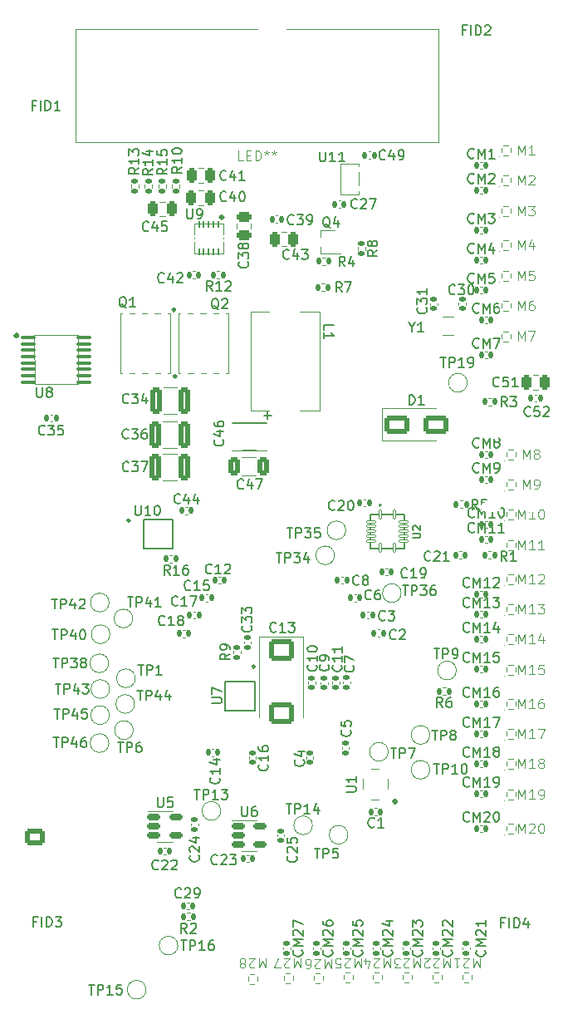
<source format=gbr>
%TF.GenerationSoftware,KiCad,Pcbnew,8.0.1*%
%TF.CreationDate,2024-04-16T22:47:58+08:00*%
%TF.ProjectId,bitaxeUltra,62697461-7865-4556-9c74-72612e6b6963,rev?*%
%TF.SameCoordinates,Original*%
%TF.FileFunction,Legend,Top*%
%TF.FilePolarity,Positive*%
%FSLAX46Y46*%
G04 Gerber Fmt 4.6, Leading zero omitted, Abs format (unit mm)*
G04 Created by KiCad (PCBNEW 8.0.1) date 2024-04-16 22:47:58*
%MOMM*%
%LPD*%
G01*
G04 APERTURE LIST*
G04 Aperture macros list*
%AMRoundRect*
0 Rectangle with rounded corners*
0 $1 Rounding radius*
0 $2 $3 $4 $5 $6 $7 $8 $9 X,Y pos of 4 corners*
0 Add a 4 corners polygon primitive as box body*
4,1,4,$2,$3,$4,$5,$6,$7,$8,$9,$2,$3,0*
0 Add four circle primitives for the rounded corners*
1,1,$1+$1,$2,$3*
1,1,$1+$1,$4,$5*
1,1,$1+$1,$6,$7*
1,1,$1+$1,$8,$9*
0 Add four rect primitives between the rounded corners*
20,1,$1+$1,$2,$3,$4,$5,0*
20,1,$1+$1,$4,$5,$6,$7,0*
20,1,$1+$1,$6,$7,$8,$9,0*
20,1,$1+$1,$8,$9,$2,$3,0*%
%AMFreePoly0*
4,1,35,0.005000,-4.560000,0.003536,-4.563536,0.000000,-4.565000,-5.000000,-4.565000,-5.003536,-4.563536,-5.005000,-4.560000,-5.005000,-3.898000,-5.003536,-3.894464,-5.000000,-3.893000,-4.325000,-3.893000,-4.325000,-3.269700,-5.000000,-3.269700,-5.003536,-3.268236,-5.005000,-3.264700,-5.005000,-2.599700,-5.003536,-2.596164,-5.000000,-2.594700,-4.325000,-2.594700,-4.325000,-1.971400,-5.000000,-1.971400,
-5.003536,-1.969936,-5.005000,-1.966400,-5.005000,-1.301400,-5.003536,-1.297864,-5.000000,-1.296400,-4.325000,-1.296400,-4.325000,-0.673100,-5.000000,-0.673100,-5.003536,-0.671636,-5.005000,-0.668100,-5.005000,0.000000,-5.003536,0.003536,-5.000000,0.005000,0.005000,0.005000,0.005000,-4.560000,0.005000,-4.560000,$1*%
%AMFreePoly1*
4,1,45,-0.124646,1.700354,-0.124500,1.700000,-0.124500,1.200500,0.124500,1.200500,0.124500,1.700000,0.124646,1.700354,0.125000,1.700500,0.375000,1.700500,0.375354,1.700354,0.375500,1.700000,0.375500,1.200500,0.825000,1.200500,0.825354,1.200354,0.825500,1.200000,0.825500,-1.200000,0.825354,-1.200354,0.825000,-1.200500,0.375500,-1.200500,0.375500,-1.700000,0.375354,-1.700354,
0.375000,-1.700500,0.125000,-1.700500,0.124646,-1.700354,0.124500,-1.700000,0.124500,-1.200500,-0.124500,-1.200500,-0.124500,-1.700000,-0.124646,-1.700354,-0.125000,-1.700500,-0.375000,-1.700500,-0.375354,-1.700354,-0.375500,-1.700000,-0.375500,-1.200500,-0.825000,-1.200500,-0.825354,-1.200354,-0.825500,-1.200000,-0.825500,1.200000,-0.825354,1.200354,-0.825000,1.200500,-0.375500,1.200500,
-0.375500,1.700000,-0.375354,1.700354,-0.375000,1.700500,-0.125000,1.700500,-0.124646,1.700354,-0.124646,1.700354,$1*%
G04 Aperture macros list end*
%ADD10C,0.150000*%
%ADD11C,0.100000*%
%ADD12C,0.120000*%
%ADD13C,0.310599*%
%ADD14C,0.254165*%
%ADD15C,0.127000*%
%ADD16C,0.200000*%
%ADD17C,0.280227*%
%ADD18C,0.306982*%
%ADD19C,0.313180*%
%ADD20RoundRect,0.250000X0.250000X0.475000X-0.250000X0.475000X-0.250000X-0.475000X0.250000X-0.475000X0*%
%ADD21RoundRect,0.140000X0.140000X0.170000X-0.140000X0.170000X-0.140000X-0.170000X0.140000X-0.170000X0*%
%ADD22R,0.450000X0.450000*%
%ADD23RoundRect,0.250000X-1.000000X-0.650000X1.000000X-0.650000X1.000000X0.650000X-1.000000X0.650000X0*%
%ADD24RoundRect,0.100000X-0.637500X-0.100000X0.637500X-0.100000X0.637500X0.100000X-0.637500X0.100000X0*%
%ADD25RoundRect,0.140000X-0.170000X0.140000X-0.170000X-0.140000X0.170000X-0.140000X0.170000X0.140000X0*%
%ADD26C,2.000000*%
%ADD27RoundRect,0.135000X-0.185000X0.135000X-0.185000X-0.135000X0.185000X-0.135000X0.185000X0.135000X0*%
%ADD28RoundRect,0.140000X-0.140000X-0.170000X0.140000X-0.170000X0.140000X0.170000X-0.140000X0.170000X0*%
%ADD29RoundRect,0.135000X0.135000X0.185000X-0.135000X0.185000X-0.135000X-0.185000X0.135000X-0.185000X0*%
%ADD30C,1.500000*%
%ADD31R,0.700000X0.450000*%
%ADD32C,3.000000*%
%ADD33RoundRect,0.250000X-0.475000X0.250000X-0.475000X-0.250000X0.475000X-0.250000X0.475000X0.250000X0*%
%ADD34RoundRect,0.250000X-0.250000X-0.475000X0.250000X-0.475000X0.250000X0.475000X-0.250000X0.475000X0*%
%ADD35R,1.168400X1.600200*%
%ADD36RoundRect,0.150000X-0.512500X-0.150000X0.512500X-0.150000X0.512500X0.150000X-0.512500X0.150000X0*%
%ADD37RoundRect,0.140000X0.170000X-0.140000X0.170000X0.140000X-0.170000X0.140000X-0.170000X-0.140000X0*%
%ADD38R,0.400000X1.100000*%
%ADD39C,0.800000*%
%ADD40C,6.000000*%
%ADD41RoundRect,0.007800X-0.122200X0.442200X-0.122200X-0.442200X0.122200X-0.442200X0.122200X0.442200X0*%
%ADD42RoundRect,0.007800X-0.442200X-0.122200X0.442200X-0.122200X0.442200X0.122200X-0.442200X0.122200X0*%
%ADD43R,2.050000X2.050000*%
%ADD44R,3.100000X2.000000*%
%ADD45RoundRect,0.135000X0.185000X-0.135000X0.185000X0.135000X-0.185000X0.135000X-0.185000X-0.135000X0*%
%ADD46R,3.000000X2.500000*%
%ADD47R,3.000000X2.000000*%
%ADD48R,1.100000X0.400000*%
%ADD49RoundRect,0.250000X-1.025000X0.875000X-1.025000X-0.875000X1.025000X-0.875000X1.025000X0.875000X0*%
%ADD50R,0.700000X0.800000*%
%ADD51FreePoly0,270.000000*%
%ADD52RoundRect,0.135000X-0.135000X-0.185000X0.135000X-0.185000X0.135000X0.185000X-0.135000X0.185000X0*%
%ADD53RoundRect,0.050000X-0.070000X0.250000X-0.070000X-0.250000X0.070000X-0.250000X0.070000X0.250000X0*%
%ADD54C,0.400000*%
%ADD55FreePoly1,270.000000*%
%ADD56R,1.600000X2.700000*%
%ADD57FreePoly0,90.000000*%
%ADD58RoundRect,0.250000X-0.325000X-1.100000X0.325000X-1.100000X0.325000X1.100000X-0.325000X1.100000X0*%
%ADD59R,1.100000X1.300000*%
%ADD60RoundRect,0.250000X0.325000X0.650000X-0.325000X0.650000X-0.325000X-0.650000X0.325000X-0.650000X0*%
%ADD61R,0.952500X0.558800*%
%ADD62C,1.295400*%
%ADD63C,1.574800*%
%ADD64R,1.700000X1.700000*%
%ADD65O,1.700000X1.700000*%
%ADD66C,0.650000*%
%ADD67O,1.800000X1.000000*%
%ADD68O,2.100000X1.000000*%
%ADD69C,1.600000*%
%ADD70C,1.800000*%
%ADD71RoundRect,0.250000X-0.750000X0.600000X-0.750000X-0.600000X0.750000X-0.600000X0.750000X0.600000X0*%
%ADD72O,2.000000X1.700000*%
G04 APERTURE END LIST*
D10*
X106387142Y-71439580D02*
X106339523Y-71487200D01*
X106339523Y-71487200D02*
X106196666Y-71534819D01*
X106196666Y-71534819D02*
X106101428Y-71534819D01*
X106101428Y-71534819D02*
X105958571Y-71487200D01*
X105958571Y-71487200D02*
X105863333Y-71391961D01*
X105863333Y-71391961D02*
X105815714Y-71296723D01*
X105815714Y-71296723D02*
X105768095Y-71106247D01*
X105768095Y-71106247D02*
X105768095Y-70963390D01*
X105768095Y-70963390D02*
X105815714Y-70772914D01*
X105815714Y-70772914D02*
X105863333Y-70677676D01*
X105863333Y-70677676D02*
X105958571Y-70582438D01*
X105958571Y-70582438D02*
X106101428Y-70534819D01*
X106101428Y-70534819D02*
X106196666Y-70534819D01*
X106196666Y-70534819D02*
X106339523Y-70582438D01*
X106339523Y-70582438D02*
X106387142Y-70630057D01*
X107244285Y-70868152D02*
X107244285Y-71534819D01*
X107006190Y-70487200D02*
X106768095Y-71201485D01*
X106768095Y-71201485D02*
X107387142Y-71201485D01*
X107672857Y-70534819D02*
X108291904Y-70534819D01*
X108291904Y-70534819D02*
X107958571Y-70915771D01*
X107958571Y-70915771D02*
X108101428Y-70915771D01*
X108101428Y-70915771D02*
X108196666Y-70963390D01*
X108196666Y-70963390D02*
X108244285Y-71011009D01*
X108244285Y-71011009D02*
X108291904Y-71106247D01*
X108291904Y-71106247D02*
X108291904Y-71344342D01*
X108291904Y-71344342D02*
X108244285Y-71439580D01*
X108244285Y-71439580D02*
X108196666Y-71487200D01*
X108196666Y-71487200D02*
X108101428Y-71534819D01*
X108101428Y-71534819D02*
X107815714Y-71534819D01*
X107815714Y-71534819D02*
X107720476Y-71487200D01*
X107720476Y-71487200D02*
X107672857Y-71439580D01*
X118437142Y-103899580D02*
X118389523Y-103947200D01*
X118389523Y-103947200D02*
X118246666Y-103994819D01*
X118246666Y-103994819D02*
X118151428Y-103994819D01*
X118151428Y-103994819D02*
X118008571Y-103947200D01*
X118008571Y-103947200D02*
X117913333Y-103851961D01*
X117913333Y-103851961D02*
X117865714Y-103756723D01*
X117865714Y-103756723D02*
X117818095Y-103566247D01*
X117818095Y-103566247D02*
X117818095Y-103423390D01*
X117818095Y-103423390D02*
X117865714Y-103232914D01*
X117865714Y-103232914D02*
X117913333Y-103137676D01*
X117913333Y-103137676D02*
X118008571Y-103042438D01*
X118008571Y-103042438D02*
X118151428Y-102994819D01*
X118151428Y-102994819D02*
X118246666Y-102994819D01*
X118246666Y-102994819D02*
X118389523Y-103042438D01*
X118389523Y-103042438D02*
X118437142Y-103090057D01*
X119389523Y-103994819D02*
X118818095Y-103994819D01*
X119103809Y-103994819D02*
X119103809Y-102994819D01*
X119103809Y-102994819D02*
X119008571Y-103137676D01*
X119008571Y-103137676D02*
X118913333Y-103232914D01*
X118913333Y-103232914D02*
X118818095Y-103280533D01*
X119865714Y-103994819D02*
X120056190Y-103994819D01*
X120056190Y-103994819D02*
X120151428Y-103947200D01*
X120151428Y-103947200D02*
X120199047Y-103899580D01*
X120199047Y-103899580D02*
X120294285Y-103756723D01*
X120294285Y-103756723D02*
X120341904Y-103566247D01*
X120341904Y-103566247D02*
X120341904Y-103185295D01*
X120341904Y-103185295D02*
X120294285Y-103090057D01*
X120294285Y-103090057D02*
X120246666Y-103042438D01*
X120246666Y-103042438D02*
X120151428Y-102994819D01*
X120151428Y-102994819D02*
X119960952Y-102994819D01*
X119960952Y-102994819D02*
X119865714Y-103042438D01*
X119865714Y-103042438D02*
X119818095Y-103090057D01*
X119818095Y-103090057D02*
X119770476Y-103185295D01*
X119770476Y-103185295D02*
X119770476Y-103423390D01*
X119770476Y-103423390D02*
X119818095Y-103518628D01*
X119818095Y-103518628D02*
X119865714Y-103566247D01*
X119865714Y-103566247D02*
X119960952Y-103613866D01*
X119960952Y-103613866D02*
X120151428Y-103613866D01*
X120151428Y-103613866D02*
X120246666Y-103566247D01*
X120246666Y-103566247D02*
X120294285Y-103518628D01*
X120294285Y-103518628D02*
X120341904Y-103423390D01*
D11*
X119732713Y-142715580D02*
X119732713Y-143715580D01*
X119732713Y-143715580D02*
X119399380Y-143001295D01*
X119399380Y-143001295D02*
X119066047Y-143715580D01*
X119066047Y-143715580D02*
X119066047Y-142715580D01*
X118637475Y-143620342D02*
X118589856Y-143667961D01*
X118589856Y-143667961D02*
X118494618Y-143715580D01*
X118494618Y-143715580D02*
X118256523Y-143715580D01*
X118256523Y-143715580D02*
X118161285Y-143667961D01*
X118161285Y-143667961D02*
X118113666Y-143620342D01*
X118113666Y-143620342D02*
X118066047Y-143525104D01*
X118066047Y-143525104D02*
X118066047Y-143429866D01*
X118066047Y-143429866D02*
X118113666Y-143287009D01*
X118113666Y-143287009D02*
X118685094Y-142715580D01*
X118685094Y-142715580D02*
X118066047Y-142715580D01*
X117732713Y-143715580D02*
X117113666Y-143715580D01*
X117113666Y-143715580D02*
X117446999Y-143334628D01*
X117446999Y-143334628D02*
X117304142Y-143334628D01*
X117304142Y-143334628D02*
X117208904Y-143287009D01*
X117208904Y-143287009D02*
X117161285Y-143239390D01*
X117161285Y-143239390D02*
X117113666Y-143144152D01*
X117113666Y-143144152D02*
X117113666Y-142906057D01*
X117113666Y-142906057D02*
X117161285Y-142810819D01*
X117161285Y-142810819D02*
X117208904Y-142763200D01*
X117208904Y-142763200D02*
X117304142Y-142715580D01*
X117304142Y-142715580D02*
X117589856Y-142715580D01*
X117589856Y-142715580D02*
X117685094Y-142763200D01*
X117685094Y-142763200D02*
X117732713Y-142810819D01*
D10*
X118641905Y-86346819D02*
X118641905Y-85346819D01*
X118641905Y-85346819D02*
X118880000Y-85346819D01*
X118880000Y-85346819D02*
X119022857Y-85394438D01*
X119022857Y-85394438D02*
X119118095Y-85489676D01*
X119118095Y-85489676D02*
X119165714Y-85584914D01*
X119165714Y-85584914D02*
X119213333Y-85775390D01*
X119213333Y-85775390D02*
X119213333Y-85918247D01*
X119213333Y-85918247D02*
X119165714Y-86108723D01*
X119165714Y-86108723D02*
X119118095Y-86203961D01*
X119118095Y-86203961D02*
X119022857Y-86299200D01*
X119022857Y-86299200D02*
X118880000Y-86346819D01*
X118880000Y-86346819D02*
X118641905Y-86346819D01*
X120165714Y-86346819D02*
X119594286Y-86346819D01*
X119880000Y-86346819D02*
X119880000Y-85346819D01*
X119880000Y-85346819D02*
X119784762Y-85489676D01*
X119784762Y-85489676D02*
X119689524Y-85584914D01*
X119689524Y-85584914D02*
X119594286Y-85632533D01*
D11*
X107540713Y-142715580D02*
X107540713Y-143715580D01*
X107540713Y-143715580D02*
X107207380Y-143001295D01*
X107207380Y-143001295D02*
X106874047Y-143715580D01*
X106874047Y-143715580D02*
X106874047Y-142715580D01*
X106445475Y-143620342D02*
X106397856Y-143667961D01*
X106397856Y-143667961D02*
X106302618Y-143715580D01*
X106302618Y-143715580D02*
X106064523Y-143715580D01*
X106064523Y-143715580D02*
X105969285Y-143667961D01*
X105969285Y-143667961D02*
X105921666Y-143620342D01*
X105921666Y-143620342D02*
X105874047Y-143525104D01*
X105874047Y-143525104D02*
X105874047Y-143429866D01*
X105874047Y-143429866D02*
X105921666Y-143287009D01*
X105921666Y-143287009D02*
X106493094Y-142715580D01*
X106493094Y-142715580D02*
X105874047Y-142715580D01*
X105540713Y-143715580D02*
X104874047Y-143715580D01*
X104874047Y-143715580D02*
X105302618Y-142715580D01*
X129778286Y-104597419D02*
X129778286Y-103597419D01*
X129778286Y-103597419D02*
X130111619Y-104311704D01*
X130111619Y-104311704D02*
X130444952Y-103597419D01*
X130444952Y-103597419D02*
X130444952Y-104597419D01*
X131444952Y-104597419D02*
X130873524Y-104597419D01*
X131159238Y-104597419D02*
X131159238Y-103597419D01*
X131159238Y-103597419D02*
X131064000Y-103740276D01*
X131064000Y-103740276D02*
X130968762Y-103835514D01*
X130968762Y-103835514D02*
X130873524Y-103883133D01*
X131825905Y-103692657D02*
X131873524Y-103645038D01*
X131873524Y-103645038D02*
X131968762Y-103597419D01*
X131968762Y-103597419D02*
X132206857Y-103597419D01*
X132206857Y-103597419D02*
X132302095Y-103645038D01*
X132302095Y-103645038D02*
X132349714Y-103692657D01*
X132349714Y-103692657D02*
X132397333Y-103787895D01*
X132397333Y-103787895D02*
X132397333Y-103883133D01*
X132397333Y-103883133D02*
X132349714Y-104025990D01*
X132349714Y-104025990D02*
X131778286Y-104597419D01*
X131778286Y-104597419D02*
X132397333Y-104597419D01*
D10*
X80648095Y-84584819D02*
X80648095Y-85394342D01*
X80648095Y-85394342D02*
X80695714Y-85489580D01*
X80695714Y-85489580D02*
X80743333Y-85537200D01*
X80743333Y-85537200D02*
X80838571Y-85584819D01*
X80838571Y-85584819D02*
X81029047Y-85584819D01*
X81029047Y-85584819D02*
X81124285Y-85537200D01*
X81124285Y-85537200D02*
X81171904Y-85489580D01*
X81171904Y-85489580D02*
X81219523Y-85394342D01*
X81219523Y-85394342D02*
X81219523Y-84584819D01*
X81838571Y-85013390D02*
X81743333Y-84965771D01*
X81743333Y-84965771D02*
X81695714Y-84918152D01*
X81695714Y-84918152D02*
X81648095Y-84822914D01*
X81648095Y-84822914D02*
X81648095Y-84775295D01*
X81648095Y-84775295D02*
X81695714Y-84680057D01*
X81695714Y-84680057D02*
X81743333Y-84632438D01*
X81743333Y-84632438D02*
X81838571Y-84584819D01*
X81838571Y-84584819D02*
X82029047Y-84584819D01*
X82029047Y-84584819D02*
X82124285Y-84632438D01*
X82124285Y-84632438D02*
X82171904Y-84680057D01*
X82171904Y-84680057D02*
X82219523Y-84775295D01*
X82219523Y-84775295D02*
X82219523Y-84822914D01*
X82219523Y-84822914D02*
X82171904Y-84918152D01*
X82171904Y-84918152D02*
X82124285Y-84965771D01*
X82124285Y-84965771D02*
X82029047Y-85013390D01*
X82029047Y-85013390D02*
X81838571Y-85013390D01*
X81838571Y-85013390D02*
X81743333Y-85061009D01*
X81743333Y-85061009D02*
X81695714Y-85108628D01*
X81695714Y-85108628D02*
X81648095Y-85203866D01*
X81648095Y-85203866D02*
X81648095Y-85394342D01*
X81648095Y-85394342D02*
X81695714Y-85489580D01*
X81695714Y-85489580D02*
X81743333Y-85537200D01*
X81743333Y-85537200D02*
X81838571Y-85584819D01*
X81838571Y-85584819D02*
X82029047Y-85584819D01*
X82029047Y-85584819D02*
X82124285Y-85537200D01*
X82124285Y-85537200D02*
X82171904Y-85489580D01*
X82171904Y-85489580D02*
X82219523Y-85394342D01*
X82219523Y-85394342D02*
X82219523Y-85203866D01*
X82219523Y-85203866D02*
X82171904Y-85108628D01*
X82171904Y-85108628D02*
X82124285Y-85061009D01*
X82124285Y-85061009D02*
X82029047Y-85013390D01*
X112932380Y-112942666D02*
X112980000Y-112990285D01*
X112980000Y-112990285D02*
X113027619Y-113133142D01*
X113027619Y-113133142D02*
X113027619Y-113228380D01*
X113027619Y-113228380D02*
X112980000Y-113371237D01*
X112980000Y-113371237D02*
X112884761Y-113466475D01*
X112884761Y-113466475D02*
X112789523Y-113514094D01*
X112789523Y-113514094D02*
X112599047Y-113561713D01*
X112599047Y-113561713D02*
X112456190Y-113561713D01*
X112456190Y-113561713D02*
X112265714Y-113514094D01*
X112265714Y-113514094D02*
X112170476Y-113466475D01*
X112170476Y-113466475D02*
X112075238Y-113371237D01*
X112075238Y-113371237D02*
X112027619Y-113228380D01*
X112027619Y-113228380D02*
X112027619Y-113133142D01*
X112027619Y-113133142D02*
X112075238Y-112990285D01*
X112075238Y-112990285D02*
X112122857Y-112942666D01*
X112027619Y-112609332D02*
X112027619Y-111942666D01*
X112027619Y-111942666D02*
X113027619Y-112371237D01*
X124404571Y-48191009D02*
X124071238Y-48191009D01*
X124071238Y-48714819D02*
X124071238Y-47714819D01*
X124071238Y-47714819D02*
X124547428Y-47714819D01*
X124928381Y-48714819D02*
X124928381Y-47714819D01*
X125404571Y-48714819D02*
X125404571Y-47714819D01*
X125404571Y-47714819D02*
X125642666Y-47714819D01*
X125642666Y-47714819D02*
X125785523Y-47762438D01*
X125785523Y-47762438D02*
X125880761Y-47857676D01*
X125880761Y-47857676D02*
X125928380Y-47952914D01*
X125928380Y-47952914D02*
X125975999Y-48143390D01*
X125975999Y-48143390D02*
X125975999Y-48286247D01*
X125975999Y-48286247D02*
X125928380Y-48476723D01*
X125928380Y-48476723D02*
X125880761Y-48571961D01*
X125880761Y-48571961D02*
X125785523Y-48667200D01*
X125785523Y-48667200D02*
X125642666Y-48714819D01*
X125642666Y-48714819D02*
X125404571Y-48714819D01*
X126356952Y-47810057D02*
X126404571Y-47762438D01*
X126404571Y-47762438D02*
X126499809Y-47714819D01*
X126499809Y-47714819D02*
X126737904Y-47714819D01*
X126737904Y-47714819D02*
X126833142Y-47762438D01*
X126833142Y-47762438D02*
X126880761Y-47810057D01*
X126880761Y-47810057D02*
X126928380Y-47905295D01*
X126928380Y-47905295D02*
X126928380Y-48000533D01*
X126928380Y-48000533D02*
X126880761Y-48143390D01*
X126880761Y-48143390D02*
X126309333Y-48714819D01*
X126309333Y-48714819D02*
X126928380Y-48714819D01*
X128330571Y-139104009D02*
X127997238Y-139104009D01*
X127997238Y-139627819D02*
X127997238Y-138627819D01*
X127997238Y-138627819D02*
X128473428Y-138627819D01*
X128854381Y-139627819D02*
X128854381Y-138627819D01*
X129330571Y-139627819D02*
X129330571Y-138627819D01*
X129330571Y-138627819D02*
X129568666Y-138627819D01*
X129568666Y-138627819D02*
X129711523Y-138675438D01*
X129711523Y-138675438D02*
X129806761Y-138770676D01*
X129806761Y-138770676D02*
X129854380Y-138865914D01*
X129854380Y-138865914D02*
X129901999Y-139056390D01*
X129901999Y-139056390D02*
X129901999Y-139199247D01*
X129901999Y-139199247D02*
X129854380Y-139389723D01*
X129854380Y-139389723D02*
X129806761Y-139484961D01*
X129806761Y-139484961D02*
X129711523Y-139580200D01*
X129711523Y-139580200D02*
X129568666Y-139627819D01*
X129568666Y-139627819D02*
X129330571Y-139627819D01*
X130759142Y-138961152D02*
X130759142Y-139627819D01*
X130521047Y-138580200D02*
X130282952Y-139294485D01*
X130282952Y-139294485D02*
X130901999Y-139294485D01*
X91074819Y-62222857D02*
X90598628Y-62556190D01*
X91074819Y-62794285D02*
X90074819Y-62794285D01*
X90074819Y-62794285D02*
X90074819Y-62413333D01*
X90074819Y-62413333D02*
X90122438Y-62318095D01*
X90122438Y-62318095D02*
X90170057Y-62270476D01*
X90170057Y-62270476D02*
X90265295Y-62222857D01*
X90265295Y-62222857D02*
X90408152Y-62222857D01*
X90408152Y-62222857D02*
X90503390Y-62270476D01*
X90503390Y-62270476D02*
X90551009Y-62318095D01*
X90551009Y-62318095D02*
X90598628Y-62413333D01*
X90598628Y-62413333D02*
X90598628Y-62794285D01*
X91074819Y-61270476D02*
X91074819Y-61841904D01*
X91074819Y-61556190D02*
X90074819Y-61556190D01*
X90074819Y-61556190D02*
X90217676Y-61651428D01*
X90217676Y-61651428D02*
X90312914Y-61746666D01*
X90312914Y-61746666D02*
X90360533Y-61841904D01*
X90074819Y-60937142D02*
X90074819Y-60318095D01*
X90074819Y-60318095D02*
X90455771Y-60651428D01*
X90455771Y-60651428D02*
X90455771Y-60508571D01*
X90455771Y-60508571D02*
X90503390Y-60413333D01*
X90503390Y-60413333D02*
X90551009Y-60365714D01*
X90551009Y-60365714D02*
X90646247Y-60318095D01*
X90646247Y-60318095D02*
X90884342Y-60318095D01*
X90884342Y-60318095D02*
X90979580Y-60365714D01*
X90979580Y-60365714D02*
X91027200Y-60413333D01*
X91027200Y-60413333D02*
X91074819Y-60508571D01*
X91074819Y-60508571D02*
X91074819Y-60794285D01*
X91074819Y-60794285D02*
X91027200Y-60889523D01*
X91027200Y-60889523D02*
X90979580Y-60937142D01*
X80654571Y-139000009D02*
X80321238Y-139000009D01*
X80321238Y-139523819D02*
X80321238Y-138523819D01*
X80321238Y-138523819D02*
X80797428Y-138523819D01*
X81178381Y-139523819D02*
X81178381Y-138523819D01*
X81654571Y-139523819D02*
X81654571Y-138523819D01*
X81654571Y-138523819D02*
X81892666Y-138523819D01*
X81892666Y-138523819D02*
X82035523Y-138571438D01*
X82035523Y-138571438D02*
X82130761Y-138666676D01*
X82130761Y-138666676D02*
X82178380Y-138761914D01*
X82178380Y-138761914D02*
X82225999Y-138952390D01*
X82225999Y-138952390D02*
X82225999Y-139095247D01*
X82225999Y-139095247D02*
X82178380Y-139285723D01*
X82178380Y-139285723D02*
X82130761Y-139380961D01*
X82130761Y-139380961D02*
X82035523Y-139476200D01*
X82035523Y-139476200D02*
X81892666Y-139523819D01*
X81892666Y-139523819D02*
X81654571Y-139523819D01*
X82559333Y-138523819D02*
X83178380Y-138523819D01*
X83178380Y-138523819D02*
X82845047Y-138904771D01*
X82845047Y-138904771D02*
X82987904Y-138904771D01*
X82987904Y-138904771D02*
X83083142Y-138952390D01*
X83083142Y-138952390D02*
X83130761Y-139000009D01*
X83130761Y-139000009D02*
X83178380Y-139095247D01*
X83178380Y-139095247D02*
X83178380Y-139333342D01*
X83178380Y-139333342D02*
X83130761Y-139428580D01*
X83130761Y-139428580D02*
X83083142Y-139476200D01*
X83083142Y-139476200D02*
X82987904Y-139523819D01*
X82987904Y-139523819D02*
X82702190Y-139523819D01*
X82702190Y-139523819D02*
X82606952Y-139476200D01*
X82606952Y-139476200D02*
X82559333Y-139428580D01*
X124769714Y-122135580D02*
X124722095Y-122183200D01*
X124722095Y-122183200D02*
X124579238Y-122230819D01*
X124579238Y-122230819D02*
X124484000Y-122230819D01*
X124484000Y-122230819D02*
X124341143Y-122183200D01*
X124341143Y-122183200D02*
X124245905Y-122087961D01*
X124245905Y-122087961D02*
X124198286Y-121992723D01*
X124198286Y-121992723D02*
X124150667Y-121802247D01*
X124150667Y-121802247D02*
X124150667Y-121659390D01*
X124150667Y-121659390D02*
X124198286Y-121468914D01*
X124198286Y-121468914D02*
X124245905Y-121373676D01*
X124245905Y-121373676D02*
X124341143Y-121278438D01*
X124341143Y-121278438D02*
X124484000Y-121230819D01*
X124484000Y-121230819D02*
X124579238Y-121230819D01*
X124579238Y-121230819D02*
X124722095Y-121278438D01*
X124722095Y-121278438D02*
X124769714Y-121326057D01*
X125198286Y-122230819D02*
X125198286Y-121230819D01*
X125198286Y-121230819D02*
X125531619Y-121945104D01*
X125531619Y-121945104D02*
X125864952Y-121230819D01*
X125864952Y-121230819D02*
X125864952Y-122230819D01*
X126864952Y-122230819D02*
X126293524Y-122230819D01*
X126579238Y-122230819D02*
X126579238Y-121230819D01*
X126579238Y-121230819D02*
X126484000Y-121373676D01*
X126484000Y-121373676D02*
X126388762Y-121468914D01*
X126388762Y-121468914D02*
X126293524Y-121516533D01*
X127436381Y-121659390D02*
X127341143Y-121611771D01*
X127341143Y-121611771D02*
X127293524Y-121564152D01*
X127293524Y-121564152D02*
X127245905Y-121468914D01*
X127245905Y-121468914D02*
X127245905Y-121421295D01*
X127245905Y-121421295D02*
X127293524Y-121326057D01*
X127293524Y-121326057D02*
X127341143Y-121278438D01*
X127341143Y-121278438D02*
X127436381Y-121230819D01*
X127436381Y-121230819D02*
X127626857Y-121230819D01*
X127626857Y-121230819D02*
X127722095Y-121278438D01*
X127722095Y-121278438D02*
X127769714Y-121326057D01*
X127769714Y-121326057D02*
X127817333Y-121421295D01*
X127817333Y-121421295D02*
X127817333Y-121468914D01*
X127817333Y-121468914D02*
X127769714Y-121564152D01*
X127769714Y-121564152D02*
X127722095Y-121611771D01*
X127722095Y-121611771D02*
X127626857Y-121659390D01*
X127626857Y-121659390D02*
X127436381Y-121659390D01*
X127436381Y-121659390D02*
X127341143Y-121707009D01*
X127341143Y-121707009D02*
X127293524Y-121754628D01*
X127293524Y-121754628D02*
X127245905Y-121849866D01*
X127245905Y-121849866D02*
X127245905Y-122040342D01*
X127245905Y-122040342D02*
X127293524Y-122135580D01*
X127293524Y-122135580D02*
X127341143Y-122183200D01*
X127341143Y-122183200D02*
X127436381Y-122230819D01*
X127436381Y-122230819D02*
X127626857Y-122230819D01*
X127626857Y-122230819D02*
X127722095Y-122183200D01*
X127722095Y-122183200D02*
X127769714Y-122135580D01*
X127769714Y-122135580D02*
X127817333Y-122040342D01*
X127817333Y-122040342D02*
X127817333Y-121849866D01*
X127817333Y-121849866D02*
X127769714Y-121754628D01*
X127769714Y-121754628D02*
X127722095Y-121707009D01*
X127722095Y-121707009D02*
X127626857Y-121659390D01*
X126343580Y-141930285D02*
X126391200Y-141977904D01*
X126391200Y-141977904D02*
X126438819Y-142120761D01*
X126438819Y-142120761D02*
X126438819Y-142215999D01*
X126438819Y-142215999D02*
X126391200Y-142358856D01*
X126391200Y-142358856D02*
X126295961Y-142454094D01*
X126295961Y-142454094D02*
X126200723Y-142501713D01*
X126200723Y-142501713D02*
X126010247Y-142549332D01*
X126010247Y-142549332D02*
X125867390Y-142549332D01*
X125867390Y-142549332D02*
X125676914Y-142501713D01*
X125676914Y-142501713D02*
X125581676Y-142454094D01*
X125581676Y-142454094D02*
X125486438Y-142358856D01*
X125486438Y-142358856D02*
X125438819Y-142215999D01*
X125438819Y-142215999D02*
X125438819Y-142120761D01*
X125438819Y-142120761D02*
X125486438Y-141977904D01*
X125486438Y-141977904D02*
X125534057Y-141930285D01*
X126438819Y-141501713D02*
X125438819Y-141501713D01*
X125438819Y-141501713D02*
X126153104Y-141168380D01*
X126153104Y-141168380D02*
X125438819Y-140835047D01*
X125438819Y-140835047D02*
X126438819Y-140835047D01*
X125534057Y-140406475D02*
X125486438Y-140358856D01*
X125486438Y-140358856D02*
X125438819Y-140263618D01*
X125438819Y-140263618D02*
X125438819Y-140025523D01*
X125438819Y-140025523D02*
X125486438Y-139930285D01*
X125486438Y-139930285D02*
X125534057Y-139882666D01*
X125534057Y-139882666D02*
X125629295Y-139835047D01*
X125629295Y-139835047D02*
X125724533Y-139835047D01*
X125724533Y-139835047D02*
X125867390Y-139882666D01*
X125867390Y-139882666D02*
X126438819Y-140454094D01*
X126438819Y-140454094D02*
X126438819Y-139835047D01*
X126438819Y-138882666D02*
X126438819Y-139454094D01*
X126438819Y-139168380D02*
X125438819Y-139168380D01*
X125438819Y-139168380D02*
X125581676Y-139263618D01*
X125581676Y-139263618D02*
X125676914Y-139358856D01*
X125676914Y-139358856D02*
X125724533Y-139454094D01*
X122040333Y-117178819D02*
X121707000Y-116702628D01*
X121468905Y-117178819D02*
X121468905Y-116178819D01*
X121468905Y-116178819D02*
X121849857Y-116178819D01*
X121849857Y-116178819D02*
X121945095Y-116226438D01*
X121945095Y-116226438D02*
X121992714Y-116274057D01*
X121992714Y-116274057D02*
X122040333Y-116369295D01*
X122040333Y-116369295D02*
X122040333Y-116512152D01*
X122040333Y-116512152D02*
X121992714Y-116607390D01*
X121992714Y-116607390D02*
X121945095Y-116655009D01*
X121945095Y-116655009D02*
X121849857Y-116702628D01*
X121849857Y-116702628D02*
X121468905Y-116702628D01*
X122897476Y-116178819D02*
X122707000Y-116178819D01*
X122707000Y-116178819D02*
X122611762Y-116226438D01*
X122611762Y-116226438D02*
X122564143Y-116274057D01*
X122564143Y-116274057D02*
X122468905Y-116416914D01*
X122468905Y-116416914D02*
X122421286Y-116607390D01*
X122421286Y-116607390D02*
X122421286Y-116988342D01*
X122421286Y-116988342D02*
X122468905Y-117083580D01*
X122468905Y-117083580D02*
X122516524Y-117131200D01*
X122516524Y-117131200D02*
X122611762Y-117178819D01*
X122611762Y-117178819D02*
X122802238Y-117178819D01*
X122802238Y-117178819D02*
X122897476Y-117131200D01*
X122897476Y-117131200D02*
X122945095Y-117083580D01*
X122945095Y-117083580D02*
X122992714Y-116988342D01*
X122992714Y-116988342D02*
X122992714Y-116750247D01*
X122992714Y-116750247D02*
X122945095Y-116655009D01*
X122945095Y-116655009D02*
X122897476Y-116607390D01*
X122897476Y-116607390D02*
X122802238Y-116559771D01*
X122802238Y-116559771D02*
X122611762Y-116559771D01*
X122611762Y-116559771D02*
X122516524Y-116607390D01*
X122516524Y-116607390D02*
X122468905Y-116655009D01*
X122468905Y-116655009D02*
X122421286Y-116750247D01*
X115083333Y-129329580D02*
X115035714Y-129377200D01*
X115035714Y-129377200D02*
X114892857Y-129424819D01*
X114892857Y-129424819D02*
X114797619Y-129424819D01*
X114797619Y-129424819D02*
X114654762Y-129377200D01*
X114654762Y-129377200D02*
X114559524Y-129281961D01*
X114559524Y-129281961D02*
X114511905Y-129186723D01*
X114511905Y-129186723D02*
X114464286Y-128996247D01*
X114464286Y-128996247D02*
X114464286Y-128853390D01*
X114464286Y-128853390D02*
X114511905Y-128662914D01*
X114511905Y-128662914D02*
X114559524Y-128567676D01*
X114559524Y-128567676D02*
X114654762Y-128472438D01*
X114654762Y-128472438D02*
X114797619Y-128424819D01*
X114797619Y-128424819D02*
X114892857Y-128424819D01*
X114892857Y-128424819D02*
X115035714Y-128472438D01*
X115035714Y-128472438D02*
X115083333Y-128520057D01*
X116035714Y-129424819D02*
X115464286Y-129424819D01*
X115750000Y-129424819D02*
X115750000Y-128424819D01*
X115750000Y-128424819D02*
X115654762Y-128567676D01*
X115654762Y-128567676D02*
X115559524Y-128662914D01*
X115559524Y-128662914D02*
X115464286Y-128710533D01*
X82335905Y-112154619D02*
X82907333Y-112154619D01*
X82621619Y-113154619D02*
X82621619Y-112154619D01*
X83240667Y-113154619D02*
X83240667Y-112154619D01*
X83240667Y-112154619D02*
X83621619Y-112154619D01*
X83621619Y-112154619D02*
X83716857Y-112202238D01*
X83716857Y-112202238D02*
X83764476Y-112249857D01*
X83764476Y-112249857D02*
X83812095Y-112345095D01*
X83812095Y-112345095D02*
X83812095Y-112487952D01*
X83812095Y-112487952D02*
X83764476Y-112583190D01*
X83764476Y-112583190D02*
X83716857Y-112630809D01*
X83716857Y-112630809D02*
X83621619Y-112678428D01*
X83621619Y-112678428D02*
X83240667Y-112678428D01*
X84145429Y-112154619D02*
X84764476Y-112154619D01*
X84764476Y-112154619D02*
X84431143Y-112535571D01*
X84431143Y-112535571D02*
X84574000Y-112535571D01*
X84574000Y-112535571D02*
X84669238Y-112583190D01*
X84669238Y-112583190D02*
X84716857Y-112630809D01*
X84716857Y-112630809D02*
X84764476Y-112726047D01*
X84764476Y-112726047D02*
X84764476Y-112964142D01*
X84764476Y-112964142D02*
X84716857Y-113059380D01*
X84716857Y-113059380D02*
X84669238Y-113107000D01*
X84669238Y-113107000D02*
X84574000Y-113154619D01*
X84574000Y-113154619D02*
X84288286Y-113154619D01*
X84288286Y-113154619D02*
X84193048Y-113107000D01*
X84193048Y-113107000D02*
X84145429Y-113059380D01*
X85335905Y-112583190D02*
X85240667Y-112535571D01*
X85240667Y-112535571D02*
X85193048Y-112487952D01*
X85193048Y-112487952D02*
X85145429Y-112392714D01*
X85145429Y-112392714D02*
X85145429Y-112345095D01*
X85145429Y-112345095D02*
X85193048Y-112249857D01*
X85193048Y-112249857D02*
X85240667Y-112202238D01*
X85240667Y-112202238D02*
X85335905Y-112154619D01*
X85335905Y-112154619D02*
X85526381Y-112154619D01*
X85526381Y-112154619D02*
X85621619Y-112202238D01*
X85621619Y-112202238D02*
X85669238Y-112249857D01*
X85669238Y-112249857D02*
X85716857Y-112345095D01*
X85716857Y-112345095D02*
X85716857Y-112392714D01*
X85716857Y-112392714D02*
X85669238Y-112487952D01*
X85669238Y-112487952D02*
X85621619Y-112535571D01*
X85621619Y-112535571D02*
X85526381Y-112583190D01*
X85526381Y-112583190D02*
X85335905Y-112583190D01*
X85335905Y-112583190D02*
X85240667Y-112630809D01*
X85240667Y-112630809D02*
X85193048Y-112678428D01*
X85193048Y-112678428D02*
X85145429Y-112773666D01*
X85145429Y-112773666D02*
X85145429Y-112964142D01*
X85145429Y-112964142D02*
X85193048Y-113059380D01*
X85193048Y-113059380D02*
X85240667Y-113107000D01*
X85240667Y-113107000D02*
X85335905Y-113154619D01*
X85335905Y-113154619D02*
X85526381Y-113154619D01*
X85526381Y-113154619D02*
X85621619Y-113107000D01*
X85621619Y-113107000D02*
X85669238Y-113059380D01*
X85669238Y-113059380D02*
X85716857Y-112964142D01*
X85716857Y-112964142D02*
X85716857Y-112773666D01*
X85716857Y-112773666D02*
X85669238Y-112678428D01*
X85669238Y-112678428D02*
X85621619Y-112630809D01*
X85621619Y-112630809D02*
X85526381Y-112583190D01*
X110584761Y-68330057D02*
X110489523Y-68282438D01*
X110489523Y-68282438D02*
X110394285Y-68187200D01*
X110394285Y-68187200D02*
X110251428Y-68044342D01*
X110251428Y-68044342D02*
X110156190Y-67996723D01*
X110156190Y-67996723D02*
X110060952Y-67996723D01*
X110108571Y-68234819D02*
X110013333Y-68187200D01*
X110013333Y-68187200D02*
X109918095Y-68091961D01*
X109918095Y-68091961D02*
X109870476Y-67901485D01*
X109870476Y-67901485D02*
X109870476Y-67568152D01*
X109870476Y-67568152D02*
X109918095Y-67377676D01*
X109918095Y-67377676D02*
X110013333Y-67282438D01*
X110013333Y-67282438D02*
X110108571Y-67234819D01*
X110108571Y-67234819D02*
X110299047Y-67234819D01*
X110299047Y-67234819D02*
X110394285Y-67282438D01*
X110394285Y-67282438D02*
X110489523Y-67377676D01*
X110489523Y-67377676D02*
X110537142Y-67568152D01*
X110537142Y-67568152D02*
X110537142Y-67901485D01*
X110537142Y-67901485D02*
X110489523Y-68091961D01*
X110489523Y-68091961D02*
X110394285Y-68187200D01*
X110394285Y-68187200D02*
X110299047Y-68234819D01*
X110299047Y-68234819D02*
X110108571Y-68234819D01*
X111394285Y-67568152D02*
X111394285Y-68234819D01*
X111156190Y-67187200D02*
X110918095Y-67901485D01*
X110918095Y-67901485D02*
X111537142Y-67901485D01*
X99974142Y-63404380D02*
X99926523Y-63452000D01*
X99926523Y-63452000D02*
X99783666Y-63499619D01*
X99783666Y-63499619D02*
X99688428Y-63499619D01*
X99688428Y-63499619D02*
X99545571Y-63452000D01*
X99545571Y-63452000D02*
X99450333Y-63356761D01*
X99450333Y-63356761D02*
X99402714Y-63261523D01*
X99402714Y-63261523D02*
X99355095Y-63071047D01*
X99355095Y-63071047D02*
X99355095Y-62928190D01*
X99355095Y-62928190D02*
X99402714Y-62737714D01*
X99402714Y-62737714D02*
X99450333Y-62642476D01*
X99450333Y-62642476D02*
X99545571Y-62547238D01*
X99545571Y-62547238D02*
X99688428Y-62499619D01*
X99688428Y-62499619D02*
X99783666Y-62499619D01*
X99783666Y-62499619D02*
X99926523Y-62547238D01*
X99926523Y-62547238D02*
X99974142Y-62594857D01*
X100831285Y-62832952D02*
X100831285Y-63499619D01*
X100593190Y-62452000D02*
X100355095Y-63166285D01*
X100355095Y-63166285D02*
X100974142Y-63166285D01*
X101878904Y-63499619D02*
X101307476Y-63499619D01*
X101593190Y-63499619D02*
X101593190Y-62499619D01*
X101593190Y-62499619D02*
X101497952Y-62642476D01*
X101497952Y-62642476D02*
X101402714Y-62737714D01*
X101402714Y-62737714D02*
X101307476Y-62785333D01*
D11*
X129746476Y-63957419D02*
X129746476Y-62957419D01*
X129746476Y-62957419D02*
X130079809Y-63671704D01*
X130079809Y-63671704D02*
X130413142Y-62957419D01*
X130413142Y-62957419D02*
X130413142Y-63957419D01*
X130841714Y-63052657D02*
X130889333Y-63005038D01*
X130889333Y-63005038D02*
X130984571Y-62957419D01*
X130984571Y-62957419D02*
X131222666Y-62957419D01*
X131222666Y-62957419D02*
X131317904Y-63005038D01*
X131317904Y-63005038D02*
X131365523Y-63052657D01*
X131365523Y-63052657D02*
X131413142Y-63147895D01*
X131413142Y-63147895D02*
X131413142Y-63243133D01*
X131413142Y-63243133D02*
X131365523Y-63385990D01*
X131365523Y-63385990D02*
X130794095Y-63957419D01*
X130794095Y-63957419D02*
X131413142Y-63957419D01*
D10*
X121819905Y-81533819D02*
X122391333Y-81533819D01*
X122105619Y-82533819D02*
X122105619Y-81533819D01*
X122724667Y-82533819D02*
X122724667Y-81533819D01*
X122724667Y-81533819D02*
X123105619Y-81533819D01*
X123105619Y-81533819D02*
X123200857Y-81581438D01*
X123200857Y-81581438D02*
X123248476Y-81629057D01*
X123248476Y-81629057D02*
X123296095Y-81724295D01*
X123296095Y-81724295D02*
X123296095Y-81867152D01*
X123296095Y-81867152D02*
X123248476Y-81962390D01*
X123248476Y-81962390D02*
X123200857Y-82010009D01*
X123200857Y-82010009D02*
X123105619Y-82057628D01*
X123105619Y-82057628D02*
X122724667Y-82057628D01*
X124248476Y-82533819D02*
X123677048Y-82533819D01*
X123962762Y-82533819D02*
X123962762Y-81533819D01*
X123962762Y-81533819D02*
X123867524Y-81676676D01*
X123867524Y-81676676D02*
X123772286Y-81771914D01*
X123772286Y-81771914D02*
X123677048Y-81819533D01*
X124724667Y-82533819D02*
X124915143Y-82533819D01*
X124915143Y-82533819D02*
X125010381Y-82486200D01*
X125010381Y-82486200D02*
X125058000Y-82438580D01*
X125058000Y-82438580D02*
X125153238Y-82295723D01*
X125153238Y-82295723D02*
X125200857Y-82105247D01*
X125200857Y-82105247D02*
X125200857Y-81724295D01*
X125200857Y-81724295D02*
X125153238Y-81629057D01*
X125153238Y-81629057D02*
X125105619Y-81581438D01*
X125105619Y-81581438D02*
X125010381Y-81533819D01*
X125010381Y-81533819D02*
X124819905Y-81533819D01*
X124819905Y-81533819D02*
X124724667Y-81581438D01*
X124724667Y-81581438D02*
X124677048Y-81629057D01*
X124677048Y-81629057D02*
X124629429Y-81724295D01*
X124629429Y-81724295D02*
X124629429Y-81962390D01*
X124629429Y-81962390D02*
X124677048Y-82057628D01*
X124677048Y-82057628D02*
X124724667Y-82105247D01*
X124724667Y-82105247D02*
X124819905Y-82152866D01*
X124819905Y-82152866D02*
X125010381Y-82152866D01*
X125010381Y-82152866D02*
X125105619Y-82105247D01*
X125105619Y-82105247D02*
X125153238Y-82057628D01*
X125153238Y-82057628D02*
X125200857Y-81962390D01*
X124769714Y-106895580D02*
X124722095Y-106943200D01*
X124722095Y-106943200D02*
X124579238Y-106990819D01*
X124579238Y-106990819D02*
X124484000Y-106990819D01*
X124484000Y-106990819D02*
X124341143Y-106943200D01*
X124341143Y-106943200D02*
X124245905Y-106847961D01*
X124245905Y-106847961D02*
X124198286Y-106752723D01*
X124198286Y-106752723D02*
X124150667Y-106562247D01*
X124150667Y-106562247D02*
X124150667Y-106419390D01*
X124150667Y-106419390D02*
X124198286Y-106228914D01*
X124198286Y-106228914D02*
X124245905Y-106133676D01*
X124245905Y-106133676D02*
X124341143Y-106038438D01*
X124341143Y-106038438D02*
X124484000Y-105990819D01*
X124484000Y-105990819D02*
X124579238Y-105990819D01*
X124579238Y-105990819D02*
X124722095Y-106038438D01*
X124722095Y-106038438D02*
X124769714Y-106086057D01*
X125198286Y-106990819D02*
X125198286Y-105990819D01*
X125198286Y-105990819D02*
X125531619Y-106705104D01*
X125531619Y-106705104D02*
X125864952Y-105990819D01*
X125864952Y-105990819D02*
X125864952Y-106990819D01*
X126864952Y-106990819D02*
X126293524Y-106990819D01*
X126579238Y-106990819D02*
X126579238Y-105990819D01*
X126579238Y-105990819D02*
X126484000Y-106133676D01*
X126484000Y-106133676D02*
X126388762Y-106228914D01*
X126388762Y-106228914D02*
X126293524Y-106276533D01*
X127198286Y-105990819D02*
X127817333Y-105990819D01*
X127817333Y-105990819D02*
X127484000Y-106371771D01*
X127484000Y-106371771D02*
X127626857Y-106371771D01*
X127626857Y-106371771D02*
X127722095Y-106419390D01*
X127722095Y-106419390D02*
X127769714Y-106467009D01*
X127769714Y-106467009D02*
X127817333Y-106562247D01*
X127817333Y-106562247D02*
X127817333Y-106800342D01*
X127817333Y-106800342D02*
X127769714Y-106895580D01*
X127769714Y-106895580D02*
X127722095Y-106943200D01*
X127722095Y-106943200D02*
X127626857Y-106990819D01*
X127626857Y-106990819D02*
X127341143Y-106990819D01*
X127341143Y-106990819D02*
X127245905Y-106943200D01*
X127245905Y-106943200D02*
X127198286Y-106895580D01*
X119883580Y-141930285D02*
X119931200Y-141977904D01*
X119931200Y-141977904D02*
X119978819Y-142120761D01*
X119978819Y-142120761D02*
X119978819Y-142215999D01*
X119978819Y-142215999D02*
X119931200Y-142358856D01*
X119931200Y-142358856D02*
X119835961Y-142454094D01*
X119835961Y-142454094D02*
X119740723Y-142501713D01*
X119740723Y-142501713D02*
X119550247Y-142549332D01*
X119550247Y-142549332D02*
X119407390Y-142549332D01*
X119407390Y-142549332D02*
X119216914Y-142501713D01*
X119216914Y-142501713D02*
X119121676Y-142454094D01*
X119121676Y-142454094D02*
X119026438Y-142358856D01*
X119026438Y-142358856D02*
X118978819Y-142215999D01*
X118978819Y-142215999D02*
X118978819Y-142120761D01*
X118978819Y-142120761D02*
X119026438Y-141977904D01*
X119026438Y-141977904D02*
X119074057Y-141930285D01*
X119978819Y-141501713D02*
X118978819Y-141501713D01*
X118978819Y-141501713D02*
X119693104Y-141168380D01*
X119693104Y-141168380D02*
X118978819Y-140835047D01*
X118978819Y-140835047D02*
X119978819Y-140835047D01*
X119074057Y-140406475D02*
X119026438Y-140358856D01*
X119026438Y-140358856D02*
X118978819Y-140263618D01*
X118978819Y-140263618D02*
X118978819Y-140025523D01*
X118978819Y-140025523D02*
X119026438Y-139930285D01*
X119026438Y-139930285D02*
X119074057Y-139882666D01*
X119074057Y-139882666D02*
X119169295Y-139835047D01*
X119169295Y-139835047D02*
X119264533Y-139835047D01*
X119264533Y-139835047D02*
X119407390Y-139882666D01*
X119407390Y-139882666D02*
X119978819Y-140454094D01*
X119978819Y-140454094D02*
X119978819Y-139835047D01*
X118978819Y-139501713D02*
X118978819Y-138882666D01*
X118978819Y-138882666D02*
X119359771Y-139215999D01*
X119359771Y-139215999D02*
X119359771Y-139073142D01*
X119359771Y-139073142D02*
X119407390Y-138977904D01*
X119407390Y-138977904D02*
X119455009Y-138930285D01*
X119455009Y-138930285D02*
X119550247Y-138882666D01*
X119550247Y-138882666D02*
X119788342Y-138882666D01*
X119788342Y-138882666D02*
X119883580Y-138930285D01*
X119883580Y-138930285D02*
X119931200Y-138977904D01*
X119931200Y-138977904D02*
X119978819Y-139073142D01*
X119978819Y-139073142D02*
X119978819Y-139358856D01*
X119978819Y-139358856D02*
X119931200Y-139454094D01*
X119931200Y-139454094D02*
X119883580Y-139501713D01*
X115394819Y-70606666D02*
X114918628Y-70939999D01*
X115394819Y-71178094D02*
X114394819Y-71178094D01*
X114394819Y-71178094D02*
X114394819Y-70797142D01*
X114394819Y-70797142D02*
X114442438Y-70701904D01*
X114442438Y-70701904D02*
X114490057Y-70654285D01*
X114490057Y-70654285D02*
X114585295Y-70606666D01*
X114585295Y-70606666D02*
X114728152Y-70606666D01*
X114728152Y-70606666D02*
X114823390Y-70654285D01*
X114823390Y-70654285D02*
X114871009Y-70701904D01*
X114871009Y-70701904D02*
X114918628Y-70797142D01*
X114918628Y-70797142D02*
X114918628Y-71178094D01*
X114823390Y-70035237D02*
X114775771Y-70130475D01*
X114775771Y-70130475D02*
X114728152Y-70178094D01*
X114728152Y-70178094D02*
X114632914Y-70225713D01*
X114632914Y-70225713D02*
X114585295Y-70225713D01*
X114585295Y-70225713D02*
X114490057Y-70178094D01*
X114490057Y-70178094D02*
X114442438Y-70130475D01*
X114442438Y-70130475D02*
X114394819Y-70035237D01*
X114394819Y-70035237D02*
X114394819Y-69844761D01*
X114394819Y-69844761D02*
X114442438Y-69749523D01*
X114442438Y-69749523D02*
X114490057Y-69701904D01*
X114490057Y-69701904D02*
X114585295Y-69654285D01*
X114585295Y-69654285D02*
X114632914Y-69654285D01*
X114632914Y-69654285D02*
X114728152Y-69701904D01*
X114728152Y-69701904D02*
X114775771Y-69749523D01*
X114775771Y-69749523D02*
X114823390Y-69844761D01*
X114823390Y-69844761D02*
X114823390Y-70035237D01*
X114823390Y-70035237D02*
X114871009Y-70130475D01*
X114871009Y-70130475D02*
X114918628Y-70178094D01*
X114918628Y-70178094D02*
X115013866Y-70225713D01*
X115013866Y-70225713D02*
X115204342Y-70225713D01*
X115204342Y-70225713D02*
X115299580Y-70178094D01*
X115299580Y-70178094D02*
X115347200Y-70130475D01*
X115347200Y-70130475D02*
X115394819Y-70035237D01*
X115394819Y-70035237D02*
X115394819Y-69844761D01*
X115394819Y-69844761D02*
X115347200Y-69749523D01*
X115347200Y-69749523D02*
X115299580Y-69701904D01*
X115299580Y-69701904D02*
X115204342Y-69654285D01*
X115204342Y-69654285D02*
X115013866Y-69654285D01*
X115013866Y-69654285D02*
X114918628Y-69701904D01*
X114918628Y-69701904D02*
X114871009Y-69749523D01*
X114871009Y-69749523D02*
X114823390Y-69844761D01*
D11*
X130254476Y-94945419D02*
X130254476Y-93945419D01*
X130254476Y-93945419D02*
X130587809Y-94659704D01*
X130587809Y-94659704D02*
X130921142Y-93945419D01*
X130921142Y-93945419D02*
X130921142Y-94945419D01*
X131444952Y-94945419D02*
X131635428Y-94945419D01*
X131635428Y-94945419D02*
X131730666Y-94897800D01*
X131730666Y-94897800D02*
X131778285Y-94850180D01*
X131778285Y-94850180D02*
X131873523Y-94707323D01*
X131873523Y-94707323D02*
X131921142Y-94516847D01*
X131921142Y-94516847D02*
X131921142Y-94135895D01*
X131921142Y-94135895D02*
X131873523Y-94040657D01*
X131873523Y-94040657D02*
X131825904Y-93993038D01*
X131825904Y-93993038D02*
X131730666Y-93945419D01*
X131730666Y-93945419D02*
X131540190Y-93945419D01*
X131540190Y-93945419D02*
X131444952Y-93993038D01*
X131444952Y-93993038D02*
X131397333Y-94040657D01*
X131397333Y-94040657D02*
X131349714Y-94135895D01*
X131349714Y-94135895D02*
X131349714Y-94373990D01*
X131349714Y-94373990D02*
X131397333Y-94469228D01*
X131397333Y-94469228D02*
X131444952Y-94516847D01*
X131444952Y-94516847D02*
X131540190Y-94564466D01*
X131540190Y-94564466D02*
X131730666Y-94564466D01*
X131730666Y-94564466D02*
X131825904Y-94516847D01*
X131825904Y-94516847D02*
X131873523Y-94469228D01*
X131873523Y-94469228D02*
X131921142Y-94373990D01*
D10*
X116173333Y-108249580D02*
X116125714Y-108297200D01*
X116125714Y-108297200D02*
X115982857Y-108344819D01*
X115982857Y-108344819D02*
X115887619Y-108344819D01*
X115887619Y-108344819D02*
X115744762Y-108297200D01*
X115744762Y-108297200D02*
X115649524Y-108201961D01*
X115649524Y-108201961D02*
X115601905Y-108106723D01*
X115601905Y-108106723D02*
X115554286Y-107916247D01*
X115554286Y-107916247D02*
X115554286Y-107773390D01*
X115554286Y-107773390D02*
X115601905Y-107582914D01*
X115601905Y-107582914D02*
X115649524Y-107487676D01*
X115649524Y-107487676D02*
X115744762Y-107392438D01*
X115744762Y-107392438D02*
X115887619Y-107344819D01*
X115887619Y-107344819D02*
X115982857Y-107344819D01*
X115982857Y-107344819D02*
X116125714Y-107392438D01*
X116125714Y-107392438D02*
X116173333Y-107440057D01*
X116506667Y-107344819D02*
X117125714Y-107344819D01*
X117125714Y-107344819D02*
X116792381Y-107725771D01*
X116792381Y-107725771D02*
X116935238Y-107725771D01*
X116935238Y-107725771D02*
X117030476Y-107773390D01*
X117030476Y-107773390D02*
X117078095Y-107821009D01*
X117078095Y-107821009D02*
X117125714Y-107916247D01*
X117125714Y-107916247D02*
X117125714Y-108154342D01*
X117125714Y-108154342D02*
X117078095Y-108249580D01*
X117078095Y-108249580D02*
X117030476Y-108297200D01*
X117030476Y-108297200D02*
X116935238Y-108344819D01*
X116935238Y-108344819D02*
X116649524Y-108344819D01*
X116649524Y-108344819D02*
X116554286Y-108297200D01*
X116554286Y-108297200D02*
X116506667Y-108249580D01*
X125635333Y-97013819D02*
X125302000Y-96537628D01*
X125063905Y-97013819D02*
X125063905Y-96013819D01*
X125063905Y-96013819D02*
X125444857Y-96013819D01*
X125444857Y-96013819D02*
X125540095Y-96061438D01*
X125540095Y-96061438D02*
X125587714Y-96109057D01*
X125587714Y-96109057D02*
X125635333Y-96204295D01*
X125635333Y-96204295D02*
X125635333Y-96347152D01*
X125635333Y-96347152D02*
X125587714Y-96442390D01*
X125587714Y-96442390D02*
X125540095Y-96490009D01*
X125540095Y-96490009D02*
X125444857Y-96537628D01*
X125444857Y-96537628D02*
X125063905Y-96537628D01*
X126540095Y-96013819D02*
X126063905Y-96013819D01*
X126063905Y-96013819D02*
X126016286Y-96490009D01*
X126016286Y-96490009D02*
X126063905Y-96442390D01*
X126063905Y-96442390D02*
X126159143Y-96394771D01*
X126159143Y-96394771D02*
X126397238Y-96394771D01*
X126397238Y-96394771D02*
X126492476Y-96442390D01*
X126492476Y-96442390D02*
X126540095Y-96490009D01*
X126540095Y-96490009D02*
X126587714Y-96585247D01*
X126587714Y-96585247D02*
X126587714Y-96823342D01*
X126587714Y-96823342D02*
X126540095Y-96918580D01*
X126540095Y-96918580D02*
X126492476Y-96966200D01*
X126492476Y-96966200D02*
X126397238Y-97013819D01*
X126397238Y-97013819D02*
X126159143Y-97013819D01*
X126159143Y-97013819D02*
X126063905Y-96966200D01*
X126063905Y-96966200D02*
X126016286Y-96918580D01*
X125245904Y-70827580D02*
X125198285Y-70875200D01*
X125198285Y-70875200D02*
X125055428Y-70922819D01*
X125055428Y-70922819D02*
X124960190Y-70922819D01*
X124960190Y-70922819D02*
X124817333Y-70875200D01*
X124817333Y-70875200D02*
X124722095Y-70779961D01*
X124722095Y-70779961D02*
X124674476Y-70684723D01*
X124674476Y-70684723D02*
X124626857Y-70494247D01*
X124626857Y-70494247D02*
X124626857Y-70351390D01*
X124626857Y-70351390D02*
X124674476Y-70160914D01*
X124674476Y-70160914D02*
X124722095Y-70065676D01*
X124722095Y-70065676D02*
X124817333Y-69970438D01*
X124817333Y-69970438D02*
X124960190Y-69922819D01*
X124960190Y-69922819D02*
X125055428Y-69922819D01*
X125055428Y-69922819D02*
X125198285Y-69970438D01*
X125198285Y-69970438D02*
X125245904Y-70018057D01*
X125674476Y-70922819D02*
X125674476Y-69922819D01*
X125674476Y-69922819D02*
X126007809Y-70637104D01*
X126007809Y-70637104D02*
X126341142Y-69922819D01*
X126341142Y-69922819D02*
X126341142Y-70922819D01*
X127245904Y-70256152D02*
X127245904Y-70922819D01*
X127007809Y-69875200D02*
X126769714Y-70589485D01*
X126769714Y-70589485D02*
X127388761Y-70589485D01*
X102147580Y-71815857D02*
X102195200Y-71863476D01*
X102195200Y-71863476D02*
X102242819Y-72006333D01*
X102242819Y-72006333D02*
X102242819Y-72101571D01*
X102242819Y-72101571D02*
X102195200Y-72244428D01*
X102195200Y-72244428D02*
X102099961Y-72339666D01*
X102099961Y-72339666D02*
X102004723Y-72387285D01*
X102004723Y-72387285D02*
X101814247Y-72434904D01*
X101814247Y-72434904D02*
X101671390Y-72434904D01*
X101671390Y-72434904D02*
X101480914Y-72387285D01*
X101480914Y-72387285D02*
X101385676Y-72339666D01*
X101385676Y-72339666D02*
X101290438Y-72244428D01*
X101290438Y-72244428D02*
X101242819Y-72101571D01*
X101242819Y-72101571D02*
X101242819Y-72006333D01*
X101242819Y-72006333D02*
X101290438Y-71863476D01*
X101290438Y-71863476D02*
X101338057Y-71815857D01*
X101242819Y-71482523D02*
X101242819Y-70863476D01*
X101242819Y-70863476D02*
X101623771Y-71196809D01*
X101623771Y-71196809D02*
X101623771Y-71053952D01*
X101623771Y-71053952D02*
X101671390Y-70958714D01*
X101671390Y-70958714D02*
X101719009Y-70911095D01*
X101719009Y-70911095D02*
X101814247Y-70863476D01*
X101814247Y-70863476D02*
X102052342Y-70863476D01*
X102052342Y-70863476D02*
X102147580Y-70911095D01*
X102147580Y-70911095D02*
X102195200Y-70958714D01*
X102195200Y-70958714D02*
X102242819Y-71053952D01*
X102242819Y-71053952D02*
X102242819Y-71339666D01*
X102242819Y-71339666D02*
X102195200Y-71434904D01*
X102195200Y-71434904D02*
X102147580Y-71482523D01*
X101671390Y-70292047D02*
X101623771Y-70387285D01*
X101623771Y-70387285D02*
X101576152Y-70434904D01*
X101576152Y-70434904D02*
X101480914Y-70482523D01*
X101480914Y-70482523D02*
X101433295Y-70482523D01*
X101433295Y-70482523D02*
X101338057Y-70434904D01*
X101338057Y-70434904D02*
X101290438Y-70387285D01*
X101290438Y-70387285D02*
X101242819Y-70292047D01*
X101242819Y-70292047D02*
X101242819Y-70101571D01*
X101242819Y-70101571D02*
X101290438Y-70006333D01*
X101290438Y-70006333D02*
X101338057Y-69958714D01*
X101338057Y-69958714D02*
X101433295Y-69911095D01*
X101433295Y-69911095D02*
X101480914Y-69911095D01*
X101480914Y-69911095D02*
X101576152Y-69958714D01*
X101576152Y-69958714D02*
X101623771Y-70006333D01*
X101623771Y-70006333D02*
X101671390Y-70101571D01*
X101671390Y-70101571D02*
X101671390Y-70292047D01*
X101671390Y-70292047D02*
X101719009Y-70387285D01*
X101719009Y-70387285D02*
X101766628Y-70434904D01*
X101766628Y-70434904D02*
X101861866Y-70482523D01*
X101861866Y-70482523D02*
X102052342Y-70482523D01*
X102052342Y-70482523D02*
X102147580Y-70434904D01*
X102147580Y-70434904D02*
X102195200Y-70387285D01*
X102195200Y-70387285D02*
X102242819Y-70292047D01*
X102242819Y-70292047D02*
X102242819Y-70101571D01*
X102242819Y-70101571D02*
X102195200Y-70006333D01*
X102195200Y-70006333D02*
X102147580Y-69958714D01*
X102147580Y-69958714D02*
X102052342Y-69911095D01*
X102052342Y-69911095D02*
X101861866Y-69911095D01*
X101861866Y-69911095D02*
X101766628Y-69958714D01*
X101766628Y-69958714D02*
X101719009Y-70006333D01*
X101719009Y-70006333D02*
X101671390Y-70101571D01*
X106186905Y-98901040D02*
X106758333Y-98901040D01*
X106472619Y-99901040D02*
X106472619Y-98901040D01*
X107091667Y-99901040D02*
X107091667Y-98901040D01*
X107091667Y-98901040D02*
X107472619Y-98901040D01*
X107472619Y-98901040D02*
X107567857Y-98948659D01*
X107567857Y-98948659D02*
X107615476Y-98996278D01*
X107615476Y-98996278D02*
X107663095Y-99091516D01*
X107663095Y-99091516D02*
X107663095Y-99234373D01*
X107663095Y-99234373D02*
X107615476Y-99329611D01*
X107615476Y-99329611D02*
X107567857Y-99377230D01*
X107567857Y-99377230D02*
X107472619Y-99424849D01*
X107472619Y-99424849D02*
X107091667Y-99424849D01*
X107996429Y-98901040D02*
X108615476Y-98901040D01*
X108615476Y-98901040D02*
X108282143Y-99281992D01*
X108282143Y-99281992D02*
X108425000Y-99281992D01*
X108425000Y-99281992D02*
X108520238Y-99329611D01*
X108520238Y-99329611D02*
X108567857Y-99377230D01*
X108567857Y-99377230D02*
X108615476Y-99472468D01*
X108615476Y-99472468D02*
X108615476Y-99710563D01*
X108615476Y-99710563D02*
X108567857Y-99805801D01*
X108567857Y-99805801D02*
X108520238Y-99853421D01*
X108520238Y-99853421D02*
X108425000Y-99901040D01*
X108425000Y-99901040D02*
X108139286Y-99901040D01*
X108139286Y-99901040D02*
X108044048Y-99853421D01*
X108044048Y-99853421D02*
X107996429Y-99805801D01*
X109520238Y-98901040D02*
X109044048Y-98901040D01*
X109044048Y-98901040D02*
X108996429Y-99377230D01*
X108996429Y-99377230D02*
X109044048Y-99329611D01*
X109044048Y-99329611D02*
X109139286Y-99281992D01*
X109139286Y-99281992D02*
X109377381Y-99281992D01*
X109377381Y-99281992D02*
X109472619Y-99329611D01*
X109472619Y-99329611D02*
X109520238Y-99377230D01*
X109520238Y-99377230D02*
X109567857Y-99472468D01*
X109567857Y-99472468D02*
X109567857Y-99710563D01*
X109567857Y-99710563D02*
X109520238Y-99805801D01*
X109520238Y-99805801D02*
X109472619Y-99853421D01*
X109472619Y-99853421D02*
X109377381Y-99901040D01*
X109377381Y-99901040D02*
X109139286Y-99901040D01*
X109139286Y-99901040D02*
X109044048Y-99853421D01*
X109044048Y-99853421D02*
X108996429Y-99805801D01*
X125245904Y-67779580D02*
X125198285Y-67827200D01*
X125198285Y-67827200D02*
X125055428Y-67874819D01*
X125055428Y-67874819D02*
X124960190Y-67874819D01*
X124960190Y-67874819D02*
X124817333Y-67827200D01*
X124817333Y-67827200D02*
X124722095Y-67731961D01*
X124722095Y-67731961D02*
X124674476Y-67636723D01*
X124674476Y-67636723D02*
X124626857Y-67446247D01*
X124626857Y-67446247D02*
X124626857Y-67303390D01*
X124626857Y-67303390D02*
X124674476Y-67112914D01*
X124674476Y-67112914D02*
X124722095Y-67017676D01*
X124722095Y-67017676D02*
X124817333Y-66922438D01*
X124817333Y-66922438D02*
X124960190Y-66874819D01*
X124960190Y-66874819D02*
X125055428Y-66874819D01*
X125055428Y-66874819D02*
X125198285Y-66922438D01*
X125198285Y-66922438D02*
X125245904Y-66970057D01*
X125674476Y-67874819D02*
X125674476Y-66874819D01*
X125674476Y-66874819D02*
X126007809Y-67589104D01*
X126007809Y-67589104D02*
X126341142Y-66874819D01*
X126341142Y-66874819D02*
X126341142Y-67874819D01*
X126722095Y-66874819D02*
X127341142Y-66874819D01*
X127341142Y-66874819D02*
X127007809Y-67255771D01*
X127007809Y-67255771D02*
X127150666Y-67255771D01*
X127150666Y-67255771D02*
X127245904Y-67303390D01*
X127245904Y-67303390D02*
X127293523Y-67351009D01*
X127293523Y-67351009D02*
X127341142Y-67446247D01*
X127341142Y-67446247D02*
X127341142Y-67684342D01*
X127341142Y-67684342D02*
X127293523Y-67779580D01*
X127293523Y-67779580D02*
X127245904Y-67827200D01*
X127245904Y-67827200D02*
X127150666Y-67874819D01*
X127150666Y-67874819D02*
X126864952Y-67874819D01*
X126864952Y-67874819D02*
X126769714Y-67827200D01*
X126769714Y-67827200D02*
X126722095Y-67779580D01*
X108978095Y-131544819D02*
X109549523Y-131544819D01*
X109263809Y-132544819D02*
X109263809Y-131544819D01*
X109882857Y-132544819D02*
X109882857Y-131544819D01*
X109882857Y-131544819D02*
X110263809Y-131544819D01*
X110263809Y-131544819D02*
X110359047Y-131592438D01*
X110359047Y-131592438D02*
X110406666Y-131640057D01*
X110406666Y-131640057D02*
X110454285Y-131735295D01*
X110454285Y-131735295D02*
X110454285Y-131878152D01*
X110454285Y-131878152D02*
X110406666Y-131973390D01*
X110406666Y-131973390D02*
X110359047Y-132021009D01*
X110359047Y-132021009D02*
X110263809Y-132068628D01*
X110263809Y-132068628D02*
X109882857Y-132068628D01*
X111359047Y-131544819D02*
X110882857Y-131544819D01*
X110882857Y-131544819D02*
X110835238Y-132021009D01*
X110835238Y-132021009D02*
X110882857Y-131973390D01*
X110882857Y-131973390D02*
X110978095Y-131925771D01*
X110978095Y-131925771D02*
X111216190Y-131925771D01*
X111216190Y-131925771D02*
X111311428Y-131973390D01*
X111311428Y-131973390D02*
X111359047Y-132021009D01*
X111359047Y-132021009D02*
X111406666Y-132116247D01*
X111406666Y-132116247D02*
X111406666Y-132354342D01*
X111406666Y-132354342D02*
X111359047Y-132449580D01*
X111359047Y-132449580D02*
X111311428Y-132497200D01*
X111311428Y-132497200D02*
X111216190Y-132544819D01*
X111216190Y-132544819D02*
X110978095Y-132544819D01*
X110978095Y-132544819D02*
X110882857Y-132497200D01*
X110882857Y-132497200D02*
X110835238Y-132449580D01*
X107109580Y-132352857D02*
X107157200Y-132400476D01*
X107157200Y-132400476D02*
X107204819Y-132543333D01*
X107204819Y-132543333D02*
X107204819Y-132638571D01*
X107204819Y-132638571D02*
X107157200Y-132781428D01*
X107157200Y-132781428D02*
X107061961Y-132876666D01*
X107061961Y-132876666D02*
X106966723Y-132924285D01*
X106966723Y-132924285D02*
X106776247Y-132971904D01*
X106776247Y-132971904D02*
X106633390Y-132971904D01*
X106633390Y-132971904D02*
X106442914Y-132924285D01*
X106442914Y-132924285D02*
X106347676Y-132876666D01*
X106347676Y-132876666D02*
X106252438Y-132781428D01*
X106252438Y-132781428D02*
X106204819Y-132638571D01*
X106204819Y-132638571D02*
X106204819Y-132543333D01*
X106204819Y-132543333D02*
X106252438Y-132400476D01*
X106252438Y-132400476D02*
X106300057Y-132352857D01*
X106300057Y-131971904D02*
X106252438Y-131924285D01*
X106252438Y-131924285D02*
X106204819Y-131829047D01*
X106204819Y-131829047D02*
X106204819Y-131590952D01*
X106204819Y-131590952D02*
X106252438Y-131495714D01*
X106252438Y-131495714D02*
X106300057Y-131448095D01*
X106300057Y-131448095D02*
X106395295Y-131400476D01*
X106395295Y-131400476D02*
X106490533Y-131400476D01*
X106490533Y-131400476D02*
X106633390Y-131448095D01*
X106633390Y-131448095D02*
X107204819Y-132019523D01*
X107204819Y-132019523D02*
X107204819Y-131400476D01*
X106204819Y-130495714D02*
X106204819Y-130971904D01*
X106204819Y-130971904D02*
X106681009Y-131019523D01*
X106681009Y-131019523D02*
X106633390Y-130971904D01*
X106633390Y-130971904D02*
X106585771Y-130876666D01*
X106585771Y-130876666D02*
X106585771Y-130638571D01*
X106585771Y-130638571D02*
X106633390Y-130543333D01*
X106633390Y-130543333D02*
X106681009Y-130495714D01*
X106681009Y-130495714D02*
X106776247Y-130448095D01*
X106776247Y-130448095D02*
X107014342Y-130448095D01*
X107014342Y-130448095D02*
X107109580Y-130495714D01*
X107109580Y-130495714D02*
X107157200Y-130543333D01*
X107157200Y-130543333D02*
X107204819Y-130638571D01*
X107204819Y-130638571D02*
X107204819Y-130876666D01*
X107204819Y-130876666D02*
X107157200Y-130971904D01*
X107157200Y-130971904D02*
X107109580Y-131019523D01*
X92067142Y-68599580D02*
X92019523Y-68647200D01*
X92019523Y-68647200D02*
X91876666Y-68694819D01*
X91876666Y-68694819D02*
X91781428Y-68694819D01*
X91781428Y-68694819D02*
X91638571Y-68647200D01*
X91638571Y-68647200D02*
X91543333Y-68551961D01*
X91543333Y-68551961D02*
X91495714Y-68456723D01*
X91495714Y-68456723D02*
X91448095Y-68266247D01*
X91448095Y-68266247D02*
X91448095Y-68123390D01*
X91448095Y-68123390D02*
X91495714Y-67932914D01*
X91495714Y-67932914D02*
X91543333Y-67837676D01*
X91543333Y-67837676D02*
X91638571Y-67742438D01*
X91638571Y-67742438D02*
X91781428Y-67694819D01*
X91781428Y-67694819D02*
X91876666Y-67694819D01*
X91876666Y-67694819D02*
X92019523Y-67742438D01*
X92019523Y-67742438D02*
X92067142Y-67790057D01*
X92924285Y-68028152D02*
X92924285Y-68694819D01*
X92686190Y-67647200D02*
X92448095Y-68361485D01*
X92448095Y-68361485D02*
X93067142Y-68361485D01*
X93924285Y-67694819D02*
X93448095Y-67694819D01*
X93448095Y-67694819D02*
X93400476Y-68171009D01*
X93400476Y-68171009D02*
X93448095Y-68123390D01*
X93448095Y-68123390D02*
X93543333Y-68075771D01*
X93543333Y-68075771D02*
X93781428Y-68075771D01*
X93781428Y-68075771D02*
X93876666Y-68123390D01*
X93876666Y-68123390D02*
X93924285Y-68171009D01*
X93924285Y-68171009D02*
X93971904Y-68266247D01*
X93971904Y-68266247D02*
X93971904Y-68504342D01*
X93971904Y-68504342D02*
X93924285Y-68599580D01*
X93924285Y-68599580D02*
X93876666Y-68647200D01*
X93876666Y-68647200D02*
X93781428Y-68694819D01*
X93781428Y-68694819D02*
X93543333Y-68694819D01*
X93543333Y-68694819D02*
X93448095Y-68647200D01*
X93448095Y-68647200D02*
X93400476Y-68599580D01*
X118915809Y-78451628D02*
X118915809Y-78927819D01*
X118582476Y-77927819D02*
X118915809Y-78451628D01*
X118915809Y-78451628D02*
X119249142Y-77927819D01*
X120106285Y-78927819D02*
X119534857Y-78927819D01*
X119820571Y-78927819D02*
X119820571Y-77927819D01*
X119820571Y-77927819D02*
X119725333Y-78070676D01*
X119725333Y-78070676D02*
X119630095Y-78165914D01*
X119630095Y-78165914D02*
X119534857Y-78213533D01*
D11*
X110671713Y-142798580D02*
X110671713Y-143798580D01*
X110671713Y-143798580D02*
X110338380Y-143084295D01*
X110338380Y-143084295D02*
X110005047Y-143798580D01*
X110005047Y-143798580D02*
X110005047Y-142798580D01*
X109576475Y-143703342D02*
X109528856Y-143750961D01*
X109528856Y-143750961D02*
X109433618Y-143798580D01*
X109433618Y-143798580D02*
X109195523Y-143798580D01*
X109195523Y-143798580D02*
X109100285Y-143750961D01*
X109100285Y-143750961D02*
X109052666Y-143703342D01*
X109052666Y-143703342D02*
X109005047Y-143608104D01*
X109005047Y-143608104D02*
X109005047Y-143512866D01*
X109005047Y-143512866D02*
X109052666Y-143370009D01*
X109052666Y-143370009D02*
X109624094Y-142798580D01*
X109624094Y-142798580D02*
X109005047Y-142798580D01*
X108147904Y-143798580D02*
X108338380Y-143798580D01*
X108338380Y-143798580D02*
X108433618Y-143750961D01*
X108433618Y-143750961D02*
X108481237Y-143703342D01*
X108481237Y-143703342D02*
X108576475Y-143560485D01*
X108576475Y-143560485D02*
X108624094Y-143370009D01*
X108624094Y-143370009D02*
X108624094Y-142989057D01*
X108624094Y-142989057D02*
X108576475Y-142893819D01*
X108576475Y-142893819D02*
X108528856Y-142846200D01*
X108528856Y-142846200D02*
X108433618Y-142798580D01*
X108433618Y-142798580D02*
X108243142Y-142798580D01*
X108243142Y-142798580D02*
X108147904Y-142846200D01*
X108147904Y-142846200D02*
X108100285Y-142893819D01*
X108100285Y-142893819D02*
X108052666Y-142989057D01*
X108052666Y-142989057D02*
X108052666Y-143227152D01*
X108052666Y-143227152D02*
X108100285Y-143322390D01*
X108100285Y-143322390D02*
X108147904Y-143370009D01*
X108147904Y-143370009D02*
X108243142Y-143417628D01*
X108243142Y-143417628D02*
X108433618Y-143417628D01*
X108433618Y-143417628D02*
X108528856Y-143370009D01*
X108528856Y-143370009D02*
X108576475Y-143322390D01*
X108576475Y-143322390D02*
X108624094Y-143227152D01*
D10*
X125245904Y-73875580D02*
X125198285Y-73923200D01*
X125198285Y-73923200D02*
X125055428Y-73970819D01*
X125055428Y-73970819D02*
X124960190Y-73970819D01*
X124960190Y-73970819D02*
X124817333Y-73923200D01*
X124817333Y-73923200D02*
X124722095Y-73827961D01*
X124722095Y-73827961D02*
X124674476Y-73732723D01*
X124674476Y-73732723D02*
X124626857Y-73542247D01*
X124626857Y-73542247D02*
X124626857Y-73399390D01*
X124626857Y-73399390D02*
X124674476Y-73208914D01*
X124674476Y-73208914D02*
X124722095Y-73113676D01*
X124722095Y-73113676D02*
X124817333Y-73018438D01*
X124817333Y-73018438D02*
X124960190Y-72970819D01*
X124960190Y-72970819D02*
X125055428Y-72970819D01*
X125055428Y-72970819D02*
X125198285Y-73018438D01*
X125198285Y-73018438D02*
X125245904Y-73066057D01*
X125674476Y-73970819D02*
X125674476Y-72970819D01*
X125674476Y-72970819D02*
X126007809Y-73685104D01*
X126007809Y-73685104D02*
X126341142Y-72970819D01*
X126341142Y-72970819D02*
X126341142Y-73970819D01*
X127293523Y-72970819D02*
X126817333Y-72970819D01*
X126817333Y-72970819D02*
X126769714Y-73447009D01*
X126769714Y-73447009D02*
X126817333Y-73399390D01*
X126817333Y-73399390D02*
X126912571Y-73351771D01*
X126912571Y-73351771D02*
X127150666Y-73351771D01*
X127150666Y-73351771D02*
X127245904Y-73399390D01*
X127245904Y-73399390D02*
X127293523Y-73447009D01*
X127293523Y-73447009D02*
X127341142Y-73542247D01*
X127341142Y-73542247D02*
X127341142Y-73780342D01*
X127341142Y-73780342D02*
X127293523Y-73875580D01*
X127293523Y-73875580D02*
X127245904Y-73923200D01*
X127245904Y-73923200D02*
X127150666Y-73970819D01*
X127150666Y-73970819D02*
X126912571Y-73970819D01*
X126912571Y-73970819D02*
X126817333Y-73923200D01*
X126817333Y-73923200D02*
X126769714Y-73875580D01*
X95366105Y-140932819D02*
X95937533Y-140932819D01*
X95651819Y-141932819D02*
X95651819Y-140932819D01*
X96270867Y-141932819D02*
X96270867Y-140932819D01*
X96270867Y-140932819D02*
X96651819Y-140932819D01*
X96651819Y-140932819D02*
X96747057Y-140980438D01*
X96747057Y-140980438D02*
X96794676Y-141028057D01*
X96794676Y-141028057D02*
X96842295Y-141123295D01*
X96842295Y-141123295D02*
X96842295Y-141266152D01*
X96842295Y-141266152D02*
X96794676Y-141361390D01*
X96794676Y-141361390D02*
X96747057Y-141409009D01*
X96747057Y-141409009D02*
X96651819Y-141456628D01*
X96651819Y-141456628D02*
X96270867Y-141456628D01*
X97794676Y-141932819D02*
X97223248Y-141932819D01*
X97508962Y-141932819D02*
X97508962Y-140932819D01*
X97508962Y-140932819D02*
X97413724Y-141075676D01*
X97413724Y-141075676D02*
X97318486Y-141170914D01*
X97318486Y-141170914D02*
X97223248Y-141218533D01*
X98651819Y-140932819D02*
X98461343Y-140932819D01*
X98461343Y-140932819D02*
X98366105Y-140980438D01*
X98366105Y-140980438D02*
X98318486Y-141028057D01*
X98318486Y-141028057D02*
X98223248Y-141170914D01*
X98223248Y-141170914D02*
X98175629Y-141361390D01*
X98175629Y-141361390D02*
X98175629Y-141742342D01*
X98175629Y-141742342D02*
X98223248Y-141837580D01*
X98223248Y-141837580D02*
X98270867Y-141885200D01*
X98270867Y-141885200D02*
X98366105Y-141932819D01*
X98366105Y-141932819D02*
X98556581Y-141932819D01*
X98556581Y-141932819D02*
X98651819Y-141885200D01*
X98651819Y-141885200D02*
X98699438Y-141837580D01*
X98699438Y-141837580D02*
X98747057Y-141742342D01*
X98747057Y-141742342D02*
X98747057Y-141504247D01*
X98747057Y-141504247D02*
X98699438Y-141409009D01*
X98699438Y-141409009D02*
X98651819Y-141361390D01*
X98651819Y-141361390D02*
X98556581Y-141313771D01*
X98556581Y-141313771D02*
X98366105Y-141313771D01*
X98366105Y-141313771D02*
X98270867Y-141361390D01*
X98270867Y-141361390D02*
X98223248Y-141409009D01*
X98223248Y-141409009D02*
X98175629Y-141504247D01*
X85979905Y-145438819D02*
X86551333Y-145438819D01*
X86265619Y-146438819D02*
X86265619Y-145438819D01*
X86884667Y-146438819D02*
X86884667Y-145438819D01*
X86884667Y-145438819D02*
X87265619Y-145438819D01*
X87265619Y-145438819D02*
X87360857Y-145486438D01*
X87360857Y-145486438D02*
X87408476Y-145534057D01*
X87408476Y-145534057D02*
X87456095Y-145629295D01*
X87456095Y-145629295D02*
X87456095Y-145772152D01*
X87456095Y-145772152D02*
X87408476Y-145867390D01*
X87408476Y-145867390D02*
X87360857Y-145915009D01*
X87360857Y-145915009D02*
X87265619Y-145962628D01*
X87265619Y-145962628D02*
X86884667Y-145962628D01*
X88408476Y-146438819D02*
X87837048Y-146438819D01*
X88122762Y-146438819D02*
X88122762Y-145438819D01*
X88122762Y-145438819D02*
X88027524Y-145581676D01*
X88027524Y-145581676D02*
X87932286Y-145676914D01*
X87932286Y-145676914D02*
X87837048Y-145724533D01*
X89313238Y-145438819D02*
X88837048Y-145438819D01*
X88837048Y-145438819D02*
X88789429Y-145915009D01*
X88789429Y-145915009D02*
X88837048Y-145867390D01*
X88837048Y-145867390D02*
X88932286Y-145819771D01*
X88932286Y-145819771D02*
X89170381Y-145819771D01*
X89170381Y-145819771D02*
X89265619Y-145867390D01*
X89265619Y-145867390D02*
X89313238Y-145915009D01*
X89313238Y-145915009D02*
X89360857Y-146010247D01*
X89360857Y-146010247D02*
X89360857Y-146248342D01*
X89360857Y-146248342D02*
X89313238Y-146343580D01*
X89313238Y-146343580D02*
X89265619Y-146391200D01*
X89265619Y-146391200D02*
X89170381Y-146438819D01*
X89170381Y-146438819D02*
X88932286Y-146438819D01*
X88932286Y-146438819D02*
X88837048Y-146391200D01*
X88837048Y-146391200D02*
X88789429Y-146343580D01*
X92991095Y-126362819D02*
X92991095Y-127172342D01*
X92991095Y-127172342D02*
X93038714Y-127267580D01*
X93038714Y-127267580D02*
X93086333Y-127315200D01*
X93086333Y-127315200D02*
X93181571Y-127362819D01*
X93181571Y-127362819D02*
X93372047Y-127362819D01*
X93372047Y-127362819D02*
X93467285Y-127315200D01*
X93467285Y-127315200D02*
X93514904Y-127267580D01*
X93514904Y-127267580D02*
X93562523Y-127172342D01*
X93562523Y-127172342D02*
X93562523Y-126362819D01*
X94514904Y-126362819D02*
X94038714Y-126362819D01*
X94038714Y-126362819D02*
X93991095Y-126839009D01*
X93991095Y-126839009D02*
X94038714Y-126791390D01*
X94038714Y-126791390D02*
X94133952Y-126743771D01*
X94133952Y-126743771D02*
X94372047Y-126743771D01*
X94372047Y-126743771D02*
X94467285Y-126791390D01*
X94467285Y-126791390D02*
X94514904Y-126839009D01*
X94514904Y-126839009D02*
X94562523Y-126934247D01*
X94562523Y-126934247D02*
X94562523Y-127172342D01*
X94562523Y-127172342D02*
X94514904Y-127267580D01*
X94514904Y-127267580D02*
X94467285Y-127315200D01*
X94467285Y-127315200D02*
X94372047Y-127362819D01*
X94372047Y-127362819D02*
X94133952Y-127362819D01*
X94133952Y-127362819D02*
X94038714Y-127315200D01*
X94038714Y-127315200D02*
X93991095Y-127267580D01*
X127807142Y-84449580D02*
X127759523Y-84497200D01*
X127759523Y-84497200D02*
X127616666Y-84544819D01*
X127616666Y-84544819D02*
X127521428Y-84544819D01*
X127521428Y-84544819D02*
X127378571Y-84497200D01*
X127378571Y-84497200D02*
X127283333Y-84401961D01*
X127283333Y-84401961D02*
X127235714Y-84306723D01*
X127235714Y-84306723D02*
X127188095Y-84116247D01*
X127188095Y-84116247D02*
X127188095Y-83973390D01*
X127188095Y-83973390D02*
X127235714Y-83782914D01*
X127235714Y-83782914D02*
X127283333Y-83687676D01*
X127283333Y-83687676D02*
X127378571Y-83592438D01*
X127378571Y-83592438D02*
X127521428Y-83544819D01*
X127521428Y-83544819D02*
X127616666Y-83544819D01*
X127616666Y-83544819D02*
X127759523Y-83592438D01*
X127759523Y-83592438D02*
X127807142Y-83640057D01*
X128711904Y-83544819D02*
X128235714Y-83544819D01*
X128235714Y-83544819D02*
X128188095Y-84021009D01*
X128188095Y-84021009D02*
X128235714Y-83973390D01*
X128235714Y-83973390D02*
X128330952Y-83925771D01*
X128330952Y-83925771D02*
X128569047Y-83925771D01*
X128569047Y-83925771D02*
X128664285Y-83973390D01*
X128664285Y-83973390D02*
X128711904Y-84021009D01*
X128711904Y-84021009D02*
X128759523Y-84116247D01*
X128759523Y-84116247D02*
X128759523Y-84354342D01*
X128759523Y-84354342D02*
X128711904Y-84449580D01*
X128711904Y-84449580D02*
X128664285Y-84497200D01*
X128664285Y-84497200D02*
X128569047Y-84544819D01*
X128569047Y-84544819D02*
X128330952Y-84544819D01*
X128330952Y-84544819D02*
X128235714Y-84497200D01*
X128235714Y-84497200D02*
X128188095Y-84449580D01*
X129711904Y-84544819D02*
X129140476Y-84544819D01*
X129426190Y-84544819D02*
X129426190Y-83544819D01*
X129426190Y-83544819D02*
X129330952Y-83687676D01*
X129330952Y-83687676D02*
X129235714Y-83782914D01*
X129235714Y-83782914D02*
X129140476Y-83830533D01*
X120968095Y-119524819D02*
X121539523Y-119524819D01*
X121253809Y-120524819D02*
X121253809Y-119524819D01*
X121872857Y-120524819D02*
X121872857Y-119524819D01*
X121872857Y-119524819D02*
X122253809Y-119524819D01*
X122253809Y-119524819D02*
X122349047Y-119572438D01*
X122349047Y-119572438D02*
X122396666Y-119620057D01*
X122396666Y-119620057D02*
X122444285Y-119715295D01*
X122444285Y-119715295D02*
X122444285Y-119858152D01*
X122444285Y-119858152D02*
X122396666Y-119953390D01*
X122396666Y-119953390D02*
X122349047Y-120001009D01*
X122349047Y-120001009D02*
X122253809Y-120048628D01*
X122253809Y-120048628D02*
X121872857Y-120048628D01*
X123015714Y-119953390D02*
X122920476Y-119905771D01*
X122920476Y-119905771D02*
X122872857Y-119858152D01*
X122872857Y-119858152D02*
X122825238Y-119762914D01*
X122825238Y-119762914D02*
X122825238Y-119715295D01*
X122825238Y-119715295D02*
X122872857Y-119620057D01*
X122872857Y-119620057D02*
X122920476Y-119572438D01*
X122920476Y-119572438D02*
X123015714Y-119524819D01*
X123015714Y-119524819D02*
X123206190Y-119524819D01*
X123206190Y-119524819D02*
X123301428Y-119572438D01*
X123301428Y-119572438D02*
X123349047Y-119620057D01*
X123349047Y-119620057D02*
X123396666Y-119715295D01*
X123396666Y-119715295D02*
X123396666Y-119762914D01*
X123396666Y-119762914D02*
X123349047Y-119858152D01*
X123349047Y-119858152D02*
X123301428Y-119905771D01*
X123301428Y-119905771D02*
X123206190Y-119953390D01*
X123206190Y-119953390D02*
X123015714Y-119953390D01*
X123015714Y-119953390D02*
X122920476Y-120001009D01*
X122920476Y-120001009D02*
X122872857Y-120048628D01*
X122872857Y-120048628D02*
X122825238Y-120143866D01*
X122825238Y-120143866D02*
X122825238Y-120334342D01*
X122825238Y-120334342D02*
X122872857Y-120429580D01*
X122872857Y-120429580D02*
X122920476Y-120477200D01*
X122920476Y-120477200D02*
X123015714Y-120524819D01*
X123015714Y-120524819D02*
X123206190Y-120524819D01*
X123206190Y-120524819D02*
X123301428Y-120477200D01*
X123301428Y-120477200D02*
X123349047Y-120429580D01*
X123349047Y-120429580D02*
X123396666Y-120334342D01*
X123396666Y-120334342D02*
X123396666Y-120143866D01*
X123396666Y-120143866D02*
X123349047Y-120048628D01*
X123349047Y-120048628D02*
X123301428Y-120001009D01*
X123301428Y-120001009D02*
X123206190Y-119953390D01*
X101558095Y-127294819D02*
X101558095Y-128104342D01*
X101558095Y-128104342D02*
X101605714Y-128199580D01*
X101605714Y-128199580D02*
X101653333Y-128247200D01*
X101653333Y-128247200D02*
X101748571Y-128294819D01*
X101748571Y-128294819D02*
X101939047Y-128294819D01*
X101939047Y-128294819D02*
X102034285Y-128247200D01*
X102034285Y-128247200D02*
X102081904Y-128199580D01*
X102081904Y-128199580D02*
X102129523Y-128104342D01*
X102129523Y-128104342D02*
X102129523Y-127294819D01*
X103034285Y-127294819D02*
X102843809Y-127294819D01*
X102843809Y-127294819D02*
X102748571Y-127342438D01*
X102748571Y-127342438D02*
X102700952Y-127390057D01*
X102700952Y-127390057D02*
X102605714Y-127532914D01*
X102605714Y-127532914D02*
X102558095Y-127723390D01*
X102558095Y-127723390D02*
X102558095Y-128104342D01*
X102558095Y-128104342D02*
X102605714Y-128199580D01*
X102605714Y-128199580D02*
X102653333Y-128247200D01*
X102653333Y-128247200D02*
X102748571Y-128294819D01*
X102748571Y-128294819D02*
X102939047Y-128294819D01*
X102939047Y-128294819D02*
X103034285Y-128247200D01*
X103034285Y-128247200D02*
X103081904Y-128199580D01*
X103081904Y-128199580D02*
X103129523Y-128104342D01*
X103129523Y-128104342D02*
X103129523Y-127866247D01*
X103129523Y-127866247D02*
X103081904Y-127771009D01*
X103081904Y-127771009D02*
X103034285Y-127723390D01*
X103034285Y-127723390D02*
X102939047Y-127675771D01*
X102939047Y-127675771D02*
X102748571Y-127675771D01*
X102748571Y-127675771D02*
X102653333Y-127723390D01*
X102653333Y-127723390D02*
X102605714Y-127771009D01*
X102605714Y-127771009D02*
X102558095Y-127866247D01*
X113787580Y-141930285D02*
X113835200Y-141977904D01*
X113835200Y-141977904D02*
X113882819Y-142120761D01*
X113882819Y-142120761D02*
X113882819Y-142215999D01*
X113882819Y-142215999D02*
X113835200Y-142358856D01*
X113835200Y-142358856D02*
X113739961Y-142454094D01*
X113739961Y-142454094D02*
X113644723Y-142501713D01*
X113644723Y-142501713D02*
X113454247Y-142549332D01*
X113454247Y-142549332D02*
X113311390Y-142549332D01*
X113311390Y-142549332D02*
X113120914Y-142501713D01*
X113120914Y-142501713D02*
X113025676Y-142454094D01*
X113025676Y-142454094D02*
X112930438Y-142358856D01*
X112930438Y-142358856D02*
X112882819Y-142215999D01*
X112882819Y-142215999D02*
X112882819Y-142120761D01*
X112882819Y-142120761D02*
X112930438Y-141977904D01*
X112930438Y-141977904D02*
X112978057Y-141930285D01*
X113882819Y-141501713D02*
X112882819Y-141501713D01*
X112882819Y-141501713D02*
X113597104Y-141168380D01*
X113597104Y-141168380D02*
X112882819Y-140835047D01*
X112882819Y-140835047D02*
X113882819Y-140835047D01*
X112978057Y-140406475D02*
X112930438Y-140358856D01*
X112930438Y-140358856D02*
X112882819Y-140263618D01*
X112882819Y-140263618D02*
X112882819Y-140025523D01*
X112882819Y-140025523D02*
X112930438Y-139930285D01*
X112930438Y-139930285D02*
X112978057Y-139882666D01*
X112978057Y-139882666D02*
X113073295Y-139835047D01*
X113073295Y-139835047D02*
X113168533Y-139835047D01*
X113168533Y-139835047D02*
X113311390Y-139882666D01*
X113311390Y-139882666D02*
X113882819Y-140454094D01*
X113882819Y-140454094D02*
X113882819Y-139835047D01*
X112882819Y-138930285D02*
X112882819Y-139406475D01*
X112882819Y-139406475D02*
X113359009Y-139454094D01*
X113359009Y-139454094D02*
X113311390Y-139406475D01*
X113311390Y-139406475D02*
X113263771Y-139311237D01*
X113263771Y-139311237D02*
X113263771Y-139073142D01*
X113263771Y-139073142D02*
X113311390Y-138977904D01*
X113311390Y-138977904D02*
X113359009Y-138930285D01*
X113359009Y-138930285D02*
X113454247Y-138882666D01*
X113454247Y-138882666D02*
X113692342Y-138882666D01*
X113692342Y-138882666D02*
X113787580Y-138930285D01*
X113787580Y-138930285D02*
X113835200Y-138977904D01*
X113835200Y-138977904D02*
X113882819Y-139073142D01*
X113882819Y-139073142D02*
X113882819Y-139311237D01*
X113882819Y-139311237D02*
X113835200Y-139406475D01*
X113835200Y-139406475D02*
X113787580Y-139454094D01*
D11*
X129778286Y-110693419D02*
X129778286Y-109693419D01*
X129778286Y-109693419D02*
X130111619Y-110407704D01*
X130111619Y-110407704D02*
X130444952Y-109693419D01*
X130444952Y-109693419D02*
X130444952Y-110693419D01*
X131444952Y-110693419D02*
X130873524Y-110693419D01*
X131159238Y-110693419D02*
X131159238Y-109693419D01*
X131159238Y-109693419D02*
X131064000Y-109836276D01*
X131064000Y-109836276D02*
X130968762Y-109931514D01*
X130968762Y-109931514D02*
X130873524Y-109979133D01*
X132302095Y-110026752D02*
X132302095Y-110693419D01*
X132064000Y-109645800D02*
X131825905Y-110360085D01*
X131825905Y-110360085D02*
X132444952Y-110360085D01*
D10*
X90990895Y-112865819D02*
X91562323Y-112865819D01*
X91276609Y-113865819D02*
X91276609Y-112865819D01*
X91895657Y-113865819D02*
X91895657Y-112865819D01*
X91895657Y-112865819D02*
X92276609Y-112865819D01*
X92276609Y-112865819D02*
X92371847Y-112913438D01*
X92371847Y-112913438D02*
X92419466Y-112961057D01*
X92419466Y-112961057D02*
X92467085Y-113056295D01*
X92467085Y-113056295D02*
X92467085Y-113199152D01*
X92467085Y-113199152D02*
X92419466Y-113294390D01*
X92419466Y-113294390D02*
X92371847Y-113342009D01*
X92371847Y-113342009D02*
X92276609Y-113389628D01*
X92276609Y-113389628D02*
X91895657Y-113389628D01*
X93419466Y-113865819D02*
X92848038Y-113865819D01*
X93133752Y-113865819D02*
X93133752Y-112865819D01*
X93133752Y-112865819D02*
X93038514Y-113008676D01*
X93038514Y-113008676D02*
X92943276Y-113103914D01*
X92943276Y-113103914D02*
X92848038Y-113151533D01*
D11*
X129746476Y-79871419D02*
X129746476Y-78871419D01*
X129746476Y-78871419D02*
X130079809Y-79585704D01*
X130079809Y-79585704D02*
X130413142Y-78871419D01*
X130413142Y-78871419D02*
X130413142Y-79871419D01*
X130794095Y-78871419D02*
X131460761Y-78871419D01*
X131460761Y-78871419D02*
X131032190Y-79871419D01*
X129746476Y-60909419D02*
X129746476Y-59909419D01*
X129746476Y-59909419D02*
X130079809Y-60623704D01*
X130079809Y-60623704D02*
X130413142Y-59909419D01*
X130413142Y-59909419D02*
X130413142Y-60909419D01*
X131413142Y-60909419D02*
X130841714Y-60909419D01*
X131127428Y-60909419D02*
X131127428Y-59909419D01*
X131127428Y-59909419D02*
X131032190Y-60052276D01*
X131032190Y-60052276D02*
X130936952Y-60147514D01*
X130936952Y-60147514D02*
X130841714Y-60195133D01*
D10*
X107859580Y-122546666D02*
X107907200Y-122594285D01*
X107907200Y-122594285D02*
X107954819Y-122737142D01*
X107954819Y-122737142D02*
X107954819Y-122832380D01*
X107954819Y-122832380D02*
X107907200Y-122975237D01*
X107907200Y-122975237D02*
X107811961Y-123070475D01*
X107811961Y-123070475D02*
X107716723Y-123118094D01*
X107716723Y-123118094D02*
X107526247Y-123165713D01*
X107526247Y-123165713D02*
X107383390Y-123165713D01*
X107383390Y-123165713D02*
X107192914Y-123118094D01*
X107192914Y-123118094D02*
X107097676Y-123070475D01*
X107097676Y-123070475D02*
X107002438Y-122975237D01*
X107002438Y-122975237D02*
X106954819Y-122832380D01*
X106954819Y-122832380D02*
X106954819Y-122737142D01*
X106954819Y-122737142D02*
X107002438Y-122594285D01*
X107002438Y-122594285D02*
X107050057Y-122546666D01*
X107288152Y-121689523D02*
X107954819Y-121689523D01*
X106907200Y-121927618D02*
X107621485Y-122165713D01*
X107621485Y-122165713D02*
X107621485Y-121546666D01*
X82564505Y-114796219D02*
X83135933Y-114796219D01*
X82850219Y-115796219D02*
X82850219Y-114796219D01*
X83469267Y-115796219D02*
X83469267Y-114796219D01*
X83469267Y-114796219D02*
X83850219Y-114796219D01*
X83850219Y-114796219D02*
X83945457Y-114843838D01*
X83945457Y-114843838D02*
X83993076Y-114891457D01*
X83993076Y-114891457D02*
X84040695Y-114986695D01*
X84040695Y-114986695D02*
X84040695Y-115129552D01*
X84040695Y-115129552D02*
X83993076Y-115224790D01*
X83993076Y-115224790D02*
X83945457Y-115272409D01*
X83945457Y-115272409D02*
X83850219Y-115320028D01*
X83850219Y-115320028D02*
X83469267Y-115320028D01*
X84897838Y-115129552D02*
X84897838Y-115796219D01*
X84659743Y-114748600D02*
X84421648Y-115462885D01*
X84421648Y-115462885D02*
X85040695Y-115462885D01*
X85326410Y-114796219D02*
X85945457Y-114796219D01*
X85945457Y-114796219D02*
X85612124Y-115177171D01*
X85612124Y-115177171D02*
X85754981Y-115177171D01*
X85754981Y-115177171D02*
X85850219Y-115224790D01*
X85850219Y-115224790D02*
X85897838Y-115272409D01*
X85897838Y-115272409D02*
X85945457Y-115367647D01*
X85945457Y-115367647D02*
X85945457Y-115605742D01*
X85945457Y-115605742D02*
X85897838Y-115700980D01*
X85897838Y-115700980D02*
X85850219Y-115748600D01*
X85850219Y-115748600D02*
X85754981Y-115796219D01*
X85754981Y-115796219D02*
X85469267Y-115796219D01*
X85469267Y-115796219D02*
X85374029Y-115748600D01*
X85374029Y-115748600D02*
X85326410Y-115700980D01*
X98551619Y-116759104D02*
X99361142Y-116759104D01*
X99361142Y-116759104D02*
X99456380Y-116711485D01*
X99456380Y-116711485D02*
X99504000Y-116663866D01*
X99504000Y-116663866D02*
X99551619Y-116568628D01*
X99551619Y-116568628D02*
X99551619Y-116378152D01*
X99551619Y-116378152D02*
X99504000Y-116282914D01*
X99504000Y-116282914D02*
X99456380Y-116235295D01*
X99456380Y-116235295D02*
X99361142Y-116187676D01*
X99361142Y-116187676D02*
X98551619Y-116187676D01*
X98551619Y-115806723D02*
X98551619Y-115140057D01*
X98551619Y-115140057D02*
X99551619Y-115568628D01*
X98507142Y-103499580D02*
X98459523Y-103547200D01*
X98459523Y-103547200D02*
X98316666Y-103594819D01*
X98316666Y-103594819D02*
X98221428Y-103594819D01*
X98221428Y-103594819D02*
X98078571Y-103547200D01*
X98078571Y-103547200D02*
X97983333Y-103451961D01*
X97983333Y-103451961D02*
X97935714Y-103356723D01*
X97935714Y-103356723D02*
X97888095Y-103166247D01*
X97888095Y-103166247D02*
X97888095Y-103023390D01*
X97888095Y-103023390D02*
X97935714Y-102832914D01*
X97935714Y-102832914D02*
X97983333Y-102737676D01*
X97983333Y-102737676D02*
X98078571Y-102642438D01*
X98078571Y-102642438D02*
X98221428Y-102594819D01*
X98221428Y-102594819D02*
X98316666Y-102594819D01*
X98316666Y-102594819D02*
X98459523Y-102642438D01*
X98459523Y-102642438D02*
X98507142Y-102690057D01*
X99459523Y-103594819D02*
X98888095Y-103594819D01*
X99173809Y-103594819D02*
X99173809Y-102594819D01*
X99173809Y-102594819D02*
X99078571Y-102737676D01*
X99078571Y-102737676D02*
X98983333Y-102832914D01*
X98983333Y-102832914D02*
X98888095Y-102880533D01*
X99840476Y-102690057D02*
X99888095Y-102642438D01*
X99888095Y-102642438D02*
X99983333Y-102594819D01*
X99983333Y-102594819D02*
X100221428Y-102594819D01*
X100221428Y-102594819D02*
X100316666Y-102642438D01*
X100316666Y-102642438D02*
X100364285Y-102690057D01*
X100364285Y-102690057D02*
X100411904Y-102785295D01*
X100411904Y-102785295D02*
X100411904Y-102880533D01*
X100411904Y-102880533D02*
X100364285Y-103023390D01*
X100364285Y-103023390D02*
X99792857Y-103594819D01*
X99792857Y-103594819D02*
X100411904Y-103594819D01*
X131007142Y-87439580D02*
X130959523Y-87487200D01*
X130959523Y-87487200D02*
X130816666Y-87534819D01*
X130816666Y-87534819D02*
X130721428Y-87534819D01*
X130721428Y-87534819D02*
X130578571Y-87487200D01*
X130578571Y-87487200D02*
X130483333Y-87391961D01*
X130483333Y-87391961D02*
X130435714Y-87296723D01*
X130435714Y-87296723D02*
X130388095Y-87106247D01*
X130388095Y-87106247D02*
X130388095Y-86963390D01*
X130388095Y-86963390D02*
X130435714Y-86772914D01*
X130435714Y-86772914D02*
X130483333Y-86677676D01*
X130483333Y-86677676D02*
X130578571Y-86582438D01*
X130578571Y-86582438D02*
X130721428Y-86534819D01*
X130721428Y-86534819D02*
X130816666Y-86534819D01*
X130816666Y-86534819D02*
X130959523Y-86582438D01*
X130959523Y-86582438D02*
X131007142Y-86630057D01*
X131911904Y-86534819D02*
X131435714Y-86534819D01*
X131435714Y-86534819D02*
X131388095Y-87011009D01*
X131388095Y-87011009D02*
X131435714Y-86963390D01*
X131435714Y-86963390D02*
X131530952Y-86915771D01*
X131530952Y-86915771D02*
X131769047Y-86915771D01*
X131769047Y-86915771D02*
X131864285Y-86963390D01*
X131864285Y-86963390D02*
X131911904Y-87011009D01*
X131911904Y-87011009D02*
X131959523Y-87106247D01*
X131959523Y-87106247D02*
X131959523Y-87344342D01*
X131959523Y-87344342D02*
X131911904Y-87439580D01*
X131911904Y-87439580D02*
X131864285Y-87487200D01*
X131864285Y-87487200D02*
X131769047Y-87534819D01*
X131769047Y-87534819D02*
X131530952Y-87534819D01*
X131530952Y-87534819D02*
X131435714Y-87487200D01*
X131435714Y-87487200D02*
X131388095Y-87439580D01*
X132340476Y-86630057D02*
X132388095Y-86582438D01*
X132388095Y-86582438D02*
X132483333Y-86534819D01*
X132483333Y-86534819D02*
X132721428Y-86534819D01*
X132721428Y-86534819D02*
X132816666Y-86582438D01*
X132816666Y-86582438D02*
X132864285Y-86630057D01*
X132864285Y-86630057D02*
X132911904Y-86725295D01*
X132911904Y-86725295D02*
X132911904Y-86820533D01*
X132911904Y-86820533D02*
X132864285Y-86963390D01*
X132864285Y-86963390D02*
X132292857Y-87534819D01*
X132292857Y-87534819D02*
X132911904Y-87534819D01*
D11*
X129778286Y-97993419D02*
X129778286Y-96993419D01*
X129778286Y-96993419D02*
X130111619Y-97707704D01*
X130111619Y-97707704D02*
X130444952Y-96993419D01*
X130444952Y-96993419D02*
X130444952Y-97993419D01*
X131444952Y-97993419D02*
X130873524Y-97993419D01*
X131159238Y-97993419D02*
X131159238Y-96993419D01*
X131159238Y-96993419D02*
X131064000Y-97136276D01*
X131064000Y-97136276D02*
X130968762Y-97231514D01*
X130968762Y-97231514D02*
X130873524Y-97279133D01*
X132064000Y-96993419D02*
X132159238Y-96993419D01*
X132159238Y-96993419D02*
X132254476Y-97041038D01*
X132254476Y-97041038D02*
X132302095Y-97088657D01*
X132302095Y-97088657D02*
X132349714Y-97183895D01*
X132349714Y-97183895D02*
X132397333Y-97374371D01*
X132397333Y-97374371D02*
X132397333Y-97612466D01*
X132397333Y-97612466D02*
X132349714Y-97802942D01*
X132349714Y-97802942D02*
X132302095Y-97898180D01*
X132302095Y-97898180D02*
X132254476Y-97945800D01*
X132254476Y-97945800D02*
X132159238Y-97993419D01*
X132159238Y-97993419D02*
X132064000Y-97993419D01*
X132064000Y-97993419D02*
X131968762Y-97945800D01*
X131968762Y-97945800D02*
X131921143Y-97898180D01*
X131921143Y-97898180D02*
X131873524Y-97802942D01*
X131873524Y-97802942D02*
X131825905Y-97612466D01*
X131825905Y-97612466D02*
X131825905Y-97374371D01*
X131825905Y-97374371D02*
X131873524Y-97183895D01*
X131873524Y-97183895D02*
X131921143Y-97088657D01*
X131921143Y-97088657D02*
X131968762Y-97041038D01*
X131968762Y-97041038D02*
X132064000Y-96993419D01*
D10*
X128593333Y-102284819D02*
X128260000Y-101808628D01*
X128021905Y-102284819D02*
X128021905Y-101284819D01*
X128021905Y-101284819D02*
X128402857Y-101284819D01*
X128402857Y-101284819D02*
X128498095Y-101332438D01*
X128498095Y-101332438D02*
X128545714Y-101380057D01*
X128545714Y-101380057D02*
X128593333Y-101475295D01*
X128593333Y-101475295D02*
X128593333Y-101618152D01*
X128593333Y-101618152D02*
X128545714Y-101713390D01*
X128545714Y-101713390D02*
X128498095Y-101761009D01*
X128498095Y-101761009D02*
X128402857Y-101808628D01*
X128402857Y-101808628D02*
X128021905Y-101808628D01*
X129545714Y-102284819D02*
X128974286Y-102284819D01*
X129260000Y-102284819D02*
X129260000Y-101284819D01*
X129260000Y-101284819D02*
X129164762Y-101427676D01*
X129164762Y-101427676D02*
X129069524Y-101522914D01*
X129069524Y-101522914D02*
X128974286Y-101570533D01*
X123309142Y-75035580D02*
X123261523Y-75083200D01*
X123261523Y-75083200D02*
X123118666Y-75130819D01*
X123118666Y-75130819D02*
X123023428Y-75130819D01*
X123023428Y-75130819D02*
X122880571Y-75083200D01*
X122880571Y-75083200D02*
X122785333Y-74987961D01*
X122785333Y-74987961D02*
X122737714Y-74892723D01*
X122737714Y-74892723D02*
X122690095Y-74702247D01*
X122690095Y-74702247D02*
X122690095Y-74559390D01*
X122690095Y-74559390D02*
X122737714Y-74368914D01*
X122737714Y-74368914D02*
X122785333Y-74273676D01*
X122785333Y-74273676D02*
X122880571Y-74178438D01*
X122880571Y-74178438D02*
X123023428Y-74130819D01*
X123023428Y-74130819D02*
X123118666Y-74130819D01*
X123118666Y-74130819D02*
X123261523Y-74178438D01*
X123261523Y-74178438D02*
X123309142Y-74226057D01*
X123642476Y-74130819D02*
X124261523Y-74130819D01*
X124261523Y-74130819D02*
X123928190Y-74511771D01*
X123928190Y-74511771D02*
X124071047Y-74511771D01*
X124071047Y-74511771D02*
X124166285Y-74559390D01*
X124166285Y-74559390D02*
X124213904Y-74607009D01*
X124213904Y-74607009D02*
X124261523Y-74702247D01*
X124261523Y-74702247D02*
X124261523Y-74940342D01*
X124261523Y-74940342D02*
X124213904Y-75035580D01*
X124213904Y-75035580D02*
X124166285Y-75083200D01*
X124166285Y-75083200D02*
X124071047Y-75130819D01*
X124071047Y-75130819D02*
X123785333Y-75130819D01*
X123785333Y-75130819D02*
X123690095Y-75083200D01*
X123690095Y-75083200D02*
X123642476Y-75035580D01*
X124880571Y-74130819D02*
X124975809Y-74130819D01*
X124975809Y-74130819D02*
X125071047Y-74178438D01*
X125071047Y-74178438D02*
X125118666Y-74226057D01*
X125118666Y-74226057D02*
X125166285Y-74321295D01*
X125166285Y-74321295D02*
X125213904Y-74511771D01*
X125213904Y-74511771D02*
X125213904Y-74749866D01*
X125213904Y-74749866D02*
X125166285Y-74940342D01*
X125166285Y-74940342D02*
X125118666Y-75035580D01*
X125118666Y-75035580D02*
X125071047Y-75083200D01*
X125071047Y-75083200D02*
X124975809Y-75130819D01*
X124975809Y-75130819D02*
X124880571Y-75130819D01*
X124880571Y-75130819D02*
X124785333Y-75083200D01*
X124785333Y-75083200D02*
X124737714Y-75035580D01*
X124737714Y-75035580D02*
X124690095Y-74940342D01*
X124690095Y-74940342D02*
X124642476Y-74749866D01*
X124642476Y-74749866D02*
X124642476Y-74511771D01*
X124642476Y-74511771D02*
X124690095Y-74321295D01*
X124690095Y-74321295D02*
X124737714Y-74226057D01*
X124737714Y-74226057D02*
X124785333Y-74178438D01*
X124785333Y-74178438D02*
X124880571Y-74130819D01*
X80524571Y-55863009D02*
X80191238Y-55863009D01*
X80191238Y-56386819D02*
X80191238Y-55386819D01*
X80191238Y-55386819D02*
X80667428Y-55386819D01*
X81048381Y-56386819D02*
X81048381Y-55386819D01*
X81524571Y-56386819D02*
X81524571Y-55386819D01*
X81524571Y-55386819D02*
X81762666Y-55386819D01*
X81762666Y-55386819D02*
X81905523Y-55434438D01*
X81905523Y-55434438D02*
X82000761Y-55529676D01*
X82000761Y-55529676D02*
X82048380Y-55624914D01*
X82048380Y-55624914D02*
X82095999Y-55815390D01*
X82095999Y-55815390D02*
X82095999Y-55958247D01*
X82095999Y-55958247D02*
X82048380Y-56148723D01*
X82048380Y-56148723D02*
X82000761Y-56243961D01*
X82000761Y-56243961D02*
X81905523Y-56339200D01*
X81905523Y-56339200D02*
X81762666Y-56386819D01*
X81762666Y-56386819D02*
X81524571Y-56386819D01*
X83048380Y-56386819D02*
X82476952Y-56386819D01*
X82762666Y-56386819D02*
X82762666Y-55386819D01*
X82762666Y-55386819D02*
X82667428Y-55529676D01*
X82667428Y-55529676D02*
X82572190Y-55624914D01*
X82572190Y-55624914D02*
X82476952Y-55672533D01*
X118992295Y-99914523D02*
X119639914Y-99914523D01*
X119639914Y-99914523D02*
X119716104Y-99876428D01*
X119716104Y-99876428D02*
X119754200Y-99838333D01*
X119754200Y-99838333D02*
X119792295Y-99762142D01*
X119792295Y-99762142D02*
X119792295Y-99609761D01*
X119792295Y-99609761D02*
X119754200Y-99533571D01*
X119754200Y-99533571D02*
X119716104Y-99495476D01*
X119716104Y-99495476D02*
X119639914Y-99457380D01*
X119639914Y-99457380D02*
X118992295Y-99457380D01*
X119068485Y-99114524D02*
X119030390Y-99076428D01*
X119030390Y-99076428D02*
X118992295Y-99000238D01*
X118992295Y-99000238D02*
X118992295Y-98809762D01*
X118992295Y-98809762D02*
X119030390Y-98733571D01*
X119030390Y-98733571D02*
X119068485Y-98695476D01*
X119068485Y-98695476D02*
X119144676Y-98657381D01*
X119144676Y-98657381D02*
X119220866Y-98657381D01*
X119220866Y-98657381D02*
X119335152Y-98695476D01*
X119335152Y-98695476D02*
X119792295Y-99152619D01*
X119792295Y-99152619D02*
X119792295Y-98657381D01*
X95454819Y-62142857D02*
X94978628Y-62476190D01*
X95454819Y-62714285D02*
X94454819Y-62714285D01*
X94454819Y-62714285D02*
X94454819Y-62333333D01*
X94454819Y-62333333D02*
X94502438Y-62238095D01*
X94502438Y-62238095D02*
X94550057Y-62190476D01*
X94550057Y-62190476D02*
X94645295Y-62142857D01*
X94645295Y-62142857D02*
X94788152Y-62142857D01*
X94788152Y-62142857D02*
X94883390Y-62190476D01*
X94883390Y-62190476D02*
X94931009Y-62238095D01*
X94931009Y-62238095D02*
X94978628Y-62333333D01*
X94978628Y-62333333D02*
X94978628Y-62714285D01*
X95454819Y-61190476D02*
X95454819Y-61761904D01*
X95454819Y-61476190D02*
X94454819Y-61476190D01*
X94454819Y-61476190D02*
X94597676Y-61571428D01*
X94597676Y-61571428D02*
X94692914Y-61666666D01*
X94692914Y-61666666D02*
X94740533Y-61761904D01*
X94454819Y-60571428D02*
X94454819Y-60476190D01*
X94454819Y-60476190D02*
X94502438Y-60380952D01*
X94502438Y-60380952D02*
X94550057Y-60333333D01*
X94550057Y-60333333D02*
X94645295Y-60285714D01*
X94645295Y-60285714D02*
X94835771Y-60238095D01*
X94835771Y-60238095D02*
X95073866Y-60238095D01*
X95073866Y-60238095D02*
X95264342Y-60285714D01*
X95264342Y-60285714D02*
X95359580Y-60333333D01*
X95359580Y-60333333D02*
X95407200Y-60380952D01*
X95407200Y-60380952D02*
X95454819Y-60476190D01*
X95454819Y-60476190D02*
X95454819Y-60571428D01*
X95454819Y-60571428D02*
X95407200Y-60666666D01*
X95407200Y-60666666D02*
X95359580Y-60714285D01*
X95359580Y-60714285D02*
X95264342Y-60761904D01*
X95264342Y-60761904D02*
X95073866Y-60809523D01*
X95073866Y-60809523D02*
X94835771Y-60809523D01*
X94835771Y-60809523D02*
X94645295Y-60761904D01*
X94645295Y-60761904D02*
X94550057Y-60714285D01*
X94550057Y-60714285D02*
X94502438Y-60666666D01*
X94502438Y-60666666D02*
X94454819Y-60571428D01*
X82211905Y-106144819D02*
X82783333Y-106144819D01*
X82497619Y-107144819D02*
X82497619Y-106144819D01*
X83116667Y-107144819D02*
X83116667Y-106144819D01*
X83116667Y-106144819D02*
X83497619Y-106144819D01*
X83497619Y-106144819D02*
X83592857Y-106192438D01*
X83592857Y-106192438D02*
X83640476Y-106240057D01*
X83640476Y-106240057D02*
X83688095Y-106335295D01*
X83688095Y-106335295D02*
X83688095Y-106478152D01*
X83688095Y-106478152D02*
X83640476Y-106573390D01*
X83640476Y-106573390D02*
X83592857Y-106621009D01*
X83592857Y-106621009D02*
X83497619Y-106668628D01*
X83497619Y-106668628D02*
X83116667Y-106668628D01*
X84545238Y-106478152D02*
X84545238Y-107144819D01*
X84307143Y-106097200D02*
X84069048Y-106811485D01*
X84069048Y-106811485D02*
X84688095Y-106811485D01*
X85021429Y-106240057D02*
X85069048Y-106192438D01*
X85069048Y-106192438D02*
X85164286Y-106144819D01*
X85164286Y-106144819D02*
X85402381Y-106144819D01*
X85402381Y-106144819D02*
X85497619Y-106192438D01*
X85497619Y-106192438D02*
X85545238Y-106240057D01*
X85545238Y-106240057D02*
X85592857Y-106335295D01*
X85592857Y-106335295D02*
X85592857Y-106430533D01*
X85592857Y-106430533D02*
X85545238Y-106573390D01*
X85545238Y-106573390D02*
X84973810Y-107144819D01*
X84973810Y-107144819D02*
X85592857Y-107144819D01*
X124769714Y-112483580D02*
X124722095Y-112531200D01*
X124722095Y-112531200D02*
X124579238Y-112578819D01*
X124579238Y-112578819D02*
X124484000Y-112578819D01*
X124484000Y-112578819D02*
X124341143Y-112531200D01*
X124341143Y-112531200D02*
X124245905Y-112435961D01*
X124245905Y-112435961D02*
X124198286Y-112340723D01*
X124198286Y-112340723D02*
X124150667Y-112150247D01*
X124150667Y-112150247D02*
X124150667Y-112007390D01*
X124150667Y-112007390D02*
X124198286Y-111816914D01*
X124198286Y-111816914D02*
X124245905Y-111721676D01*
X124245905Y-111721676D02*
X124341143Y-111626438D01*
X124341143Y-111626438D02*
X124484000Y-111578819D01*
X124484000Y-111578819D02*
X124579238Y-111578819D01*
X124579238Y-111578819D02*
X124722095Y-111626438D01*
X124722095Y-111626438D02*
X124769714Y-111674057D01*
X125198286Y-112578819D02*
X125198286Y-111578819D01*
X125198286Y-111578819D02*
X125531619Y-112293104D01*
X125531619Y-112293104D02*
X125864952Y-111578819D01*
X125864952Y-111578819D02*
X125864952Y-112578819D01*
X126864952Y-112578819D02*
X126293524Y-112578819D01*
X126579238Y-112578819D02*
X126579238Y-111578819D01*
X126579238Y-111578819D02*
X126484000Y-111721676D01*
X126484000Y-111721676D02*
X126388762Y-111816914D01*
X126388762Y-111816914D02*
X126293524Y-111864533D01*
X127769714Y-111578819D02*
X127293524Y-111578819D01*
X127293524Y-111578819D02*
X127245905Y-112055009D01*
X127245905Y-112055009D02*
X127293524Y-112007390D01*
X127293524Y-112007390D02*
X127388762Y-111959771D01*
X127388762Y-111959771D02*
X127626857Y-111959771D01*
X127626857Y-111959771D02*
X127722095Y-112007390D01*
X127722095Y-112007390D02*
X127769714Y-112055009D01*
X127769714Y-112055009D02*
X127817333Y-112150247D01*
X127817333Y-112150247D02*
X127817333Y-112388342D01*
X127817333Y-112388342D02*
X127769714Y-112483580D01*
X127769714Y-112483580D02*
X127722095Y-112531200D01*
X127722095Y-112531200D02*
X127626857Y-112578819D01*
X127626857Y-112578819D02*
X127388762Y-112578819D01*
X127388762Y-112578819D02*
X127293524Y-112531200D01*
X127293524Y-112531200D02*
X127245905Y-112483580D01*
X109975780Y-78744733D02*
X109975780Y-78268543D01*
X109975780Y-78268543D02*
X110975780Y-78268543D01*
X109975780Y-79601876D02*
X109975780Y-79030448D01*
X109975780Y-79316162D02*
X110975780Y-79316162D01*
X110975780Y-79316162D02*
X110832923Y-79220924D01*
X110832923Y-79220924D02*
X110737685Y-79125686D01*
X110737685Y-79125686D02*
X110690066Y-79030448D01*
D11*
X129746476Y-73692419D02*
X129746476Y-72692419D01*
X129746476Y-72692419D02*
X130079809Y-73406704D01*
X130079809Y-73406704D02*
X130413142Y-72692419D01*
X130413142Y-72692419D02*
X130413142Y-73692419D01*
X131365523Y-72692419D02*
X130889333Y-72692419D01*
X130889333Y-72692419D02*
X130841714Y-73168609D01*
X130841714Y-73168609D02*
X130889333Y-73120990D01*
X130889333Y-73120990D02*
X130984571Y-73073371D01*
X130984571Y-73073371D02*
X131222666Y-73073371D01*
X131222666Y-73073371D02*
X131317904Y-73120990D01*
X131317904Y-73120990D02*
X131365523Y-73168609D01*
X131365523Y-73168609D02*
X131413142Y-73263847D01*
X131413142Y-73263847D02*
X131413142Y-73501942D01*
X131413142Y-73501942D02*
X131365523Y-73597180D01*
X131365523Y-73597180D02*
X131317904Y-73644800D01*
X131317904Y-73644800D02*
X131222666Y-73692419D01*
X131222666Y-73692419D02*
X130984571Y-73692419D01*
X130984571Y-73692419D02*
X130889333Y-73644800D01*
X130889333Y-73644800D02*
X130841714Y-73597180D01*
X129746476Y-67088419D02*
X129746476Y-66088419D01*
X129746476Y-66088419D02*
X130079809Y-66802704D01*
X130079809Y-66802704D02*
X130413142Y-66088419D01*
X130413142Y-66088419D02*
X130413142Y-67088419D01*
X130794095Y-66088419D02*
X131413142Y-66088419D01*
X131413142Y-66088419D02*
X131079809Y-66469371D01*
X131079809Y-66469371D02*
X131222666Y-66469371D01*
X131222666Y-66469371D02*
X131317904Y-66516990D01*
X131317904Y-66516990D02*
X131365523Y-66564609D01*
X131365523Y-66564609D02*
X131413142Y-66659847D01*
X131413142Y-66659847D02*
X131413142Y-66897942D01*
X131413142Y-66897942D02*
X131365523Y-66993180D01*
X131365523Y-66993180D02*
X131317904Y-67040800D01*
X131317904Y-67040800D02*
X131222666Y-67088419D01*
X131222666Y-67088419D02*
X130936952Y-67088419D01*
X130936952Y-67088419D02*
X130841714Y-67040800D01*
X130841714Y-67040800D02*
X130794095Y-66993180D01*
X129778286Y-117297419D02*
X129778286Y-116297419D01*
X129778286Y-116297419D02*
X130111619Y-117011704D01*
X130111619Y-117011704D02*
X130444952Y-116297419D01*
X130444952Y-116297419D02*
X130444952Y-117297419D01*
X131444952Y-117297419D02*
X130873524Y-117297419D01*
X131159238Y-117297419D02*
X131159238Y-116297419D01*
X131159238Y-116297419D02*
X131064000Y-116440276D01*
X131064000Y-116440276D02*
X130968762Y-116535514D01*
X130968762Y-116535514D02*
X130873524Y-116583133D01*
X132302095Y-116297419D02*
X132111619Y-116297419D01*
X132111619Y-116297419D02*
X132016381Y-116345038D01*
X132016381Y-116345038D02*
X131968762Y-116392657D01*
X131968762Y-116392657D02*
X131873524Y-116535514D01*
X131873524Y-116535514D02*
X131825905Y-116725990D01*
X131825905Y-116725990D02*
X131825905Y-117106942D01*
X131825905Y-117106942D02*
X131873524Y-117202180D01*
X131873524Y-117202180D02*
X131921143Y-117249800D01*
X131921143Y-117249800D02*
X132016381Y-117297419D01*
X132016381Y-117297419D02*
X132206857Y-117297419D01*
X132206857Y-117297419D02*
X132302095Y-117249800D01*
X132302095Y-117249800D02*
X132349714Y-117202180D01*
X132349714Y-117202180D02*
X132397333Y-117106942D01*
X132397333Y-117106942D02*
X132397333Y-116868847D01*
X132397333Y-116868847D02*
X132349714Y-116773609D01*
X132349714Y-116773609D02*
X132302095Y-116725990D01*
X132302095Y-116725990D02*
X132206857Y-116678371D01*
X132206857Y-116678371D02*
X132016381Y-116678371D01*
X132016381Y-116678371D02*
X131921143Y-116725990D01*
X131921143Y-116725990D02*
X131873524Y-116773609D01*
X131873524Y-116773609D02*
X131825905Y-116868847D01*
D10*
X93954819Y-62292857D02*
X93478628Y-62626190D01*
X93954819Y-62864285D02*
X92954819Y-62864285D01*
X92954819Y-62864285D02*
X92954819Y-62483333D01*
X92954819Y-62483333D02*
X93002438Y-62388095D01*
X93002438Y-62388095D02*
X93050057Y-62340476D01*
X93050057Y-62340476D02*
X93145295Y-62292857D01*
X93145295Y-62292857D02*
X93288152Y-62292857D01*
X93288152Y-62292857D02*
X93383390Y-62340476D01*
X93383390Y-62340476D02*
X93431009Y-62388095D01*
X93431009Y-62388095D02*
X93478628Y-62483333D01*
X93478628Y-62483333D02*
X93478628Y-62864285D01*
X93954819Y-61340476D02*
X93954819Y-61911904D01*
X93954819Y-61626190D02*
X92954819Y-61626190D01*
X92954819Y-61626190D02*
X93097676Y-61721428D01*
X93097676Y-61721428D02*
X93192914Y-61816666D01*
X93192914Y-61816666D02*
X93240533Y-61911904D01*
X92954819Y-60435714D02*
X92954819Y-60911904D01*
X92954819Y-60911904D02*
X93431009Y-60959523D01*
X93431009Y-60959523D02*
X93383390Y-60911904D01*
X93383390Y-60911904D02*
X93335771Y-60816666D01*
X93335771Y-60816666D02*
X93335771Y-60578571D01*
X93335771Y-60578571D02*
X93383390Y-60483333D01*
X93383390Y-60483333D02*
X93431009Y-60435714D01*
X93431009Y-60435714D02*
X93526247Y-60388095D01*
X93526247Y-60388095D02*
X93764342Y-60388095D01*
X93764342Y-60388095D02*
X93859580Y-60435714D01*
X93859580Y-60435714D02*
X93907200Y-60483333D01*
X93907200Y-60483333D02*
X93954819Y-60578571D01*
X93954819Y-60578571D02*
X93954819Y-60816666D01*
X93954819Y-60816666D02*
X93907200Y-60911904D01*
X93907200Y-60911904D02*
X93859580Y-60959523D01*
D11*
X101719237Y-61465419D02*
X101243047Y-61465419D01*
X101243047Y-61465419D02*
X101243047Y-60465419D01*
X102052571Y-60941609D02*
X102385904Y-60941609D01*
X102528761Y-61465419D02*
X102052571Y-61465419D01*
X102052571Y-61465419D02*
X102052571Y-60465419D01*
X102052571Y-60465419D02*
X102528761Y-60465419D01*
X102957333Y-61465419D02*
X102957333Y-60465419D01*
X102957333Y-60465419D02*
X103195428Y-60465419D01*
X103195428Y-60465419D02*
X103338285Y-60513038D01*
X103338285Y-60513038D02*
X103433523Y-60608276D01*
X103433523Y-60608276D02*
X103481142Y-60703514D01*
X103481142Y-60703514D02*
X103528761Y-60893990D01*
X103528761Y-60893990D02*
X103528761Y-61036847D01*
X103528761Y-61036847D02*
X103481142Y-61227323D01*
X103481142Y-61227323D02*
X103433523Y-61322561D01*
X103433523Y-61322561D02*
X103338285Y-61417800D01*
X103338285Y-61417800D02*
X103195428Y-61465419D01*
X103195428Y-61465419D02*
X102957333Y-61465419D01*
X104100190Y-60465419D02*
X104100190Y-60703514D01*
X103862095Y-60608276D02*
X104100190Y-60703514D01*
X104100190Y-60703514D02*
X104338285Y-60608276D01*
X103957333Y-60893990D02*
X104100190Y-60703514D01*
X104100190Y-60703514D02*
X104243047Y-60893990D01*
X104862095Y-60465419D02*
X104862095Y-60703514D01*
X104624000Y-60608276D02*
X104862095Y-60703514D01*
X104862095Y-60703514D02*
X105100190Y-60608276D01*
X104719238Y-60893990D02*
X104862095Y-60703514D01*
X104862095Y-60703514D02*
X105004952Y-60893990D01*
X129778286Y-107645419D02*
X129778286Y-106645419D01*
X129778286Y-106645419D02*
X130111619Y-107359704D01*
X130111619Y-107359704D02*
X130444952Y-106645419D01*
X130444952Y-106645419D02*
X130444952Y-107645419D01*
X131444952Y-107645419D02*
X130873524Y-107645419D01*
X131159238Y-107645419D02*
X131159238Y-106645419D01*
X131159238Y-106645419D02*
X131064000Y-106788276D01*
X131064000Y-106788276D02*
X130968762Y-106883514D01*
X130968762Y-106883514D02*
X130873524Y-106931133D01*
X131778286Y-106645419D02*
X132397333Y-106645419D01*
X132397333Y-106645419D02*
X132064000Y-107026371D01*
X132064000Y-107026371D02*
X132206857Y-107026371D01*
X132206857Y-107026371D02*
X132302095Y-107073990D01*
X132302095Y-107073990D02*
X132349714Y-107121609D01*
X132349714Y-107121609D02*
X132397333Y-107216847D01*
X132397333Y-107216847D02*
X132397333Y-107454942D01*
X132397333Y-107454942D02*
X132349714Y-107550180D01*
X132349714Y-107550180D02*
X132302095Y-107597800D01*
X132302095Y-107597800D02*
X132206857Y-107645419D01*
X132206857Y-107645419D02*
X131921143Y-107645419D01*
X131921143Y-107645419D02*
X131825905Y-107597800D01*
X131825905Y-107597800D02*
X131778286Y-107550180D01*
D10*
X96334342Y-105159980D02*
X96286723Y-105207600D01*
X96286723Y-105207600D02*
X96143866Y-105255219D01*
X96143866Y-105255219D02*
X96048628Y-105255219D01*
X96048628Y-105255219D02*
X95905771Y-105207600D01*
X95905771Y-105207600D02*
X95810533Y-105112361D01*
X95810533Y-105112361D02*
X95762914Y-105017123D01*
X95762914Y-105017123D02*
X95715295Y-104826647D01*
X95715295Y-104826647D02*
X95715295Y-104683790D01*
X95715295Y-104683790D02*
X95762914Y-104493314D01*
X95762914Y-104493314D02*
X95810533Y-104398076D01*
X95810533Y-104398076D02*
X95905771Y-104302838D01*
X95905771Y-104302838D02*
X96048628Y-104255219D01*
X96048628Y-104255219D02*
X96143866Y-104255219D01*
X96143866Y-104255219D02*
X96286723Y-104302838D01*
X96286723Y-104302838D02*
X96334342Y-104350457D01*
X97286723Y-105255219D02*
X96715295Y-105255219D01*
X97001009Y-105255219D02*
X97001009Y-104255219D01*
X97001009Y-104255219D02*
X96905771Y-104398076D01*
X96905771Y-104398076D02*
X96810533Y-104493314D01*
X96810533Y-104493314D02*
X96715295Y-104540933D01*
X98191485Y-104255219D02*
X97715295Y-104255219D01*
X97715295Y-104255219D02*
X97667676Y-104731409D01*
X97667676Y-104731409D02*
X97715295Y-104683790D01*
X97715295Y-104683790D02*
X97810533Y-104636171D01*
X97810533Y-104636171D02*
X98048628Y-104636171D01*
X98048628Y-104636171D02*
X98143866Y-104683790D01*
X98143866Y-104683790D02*
X98191485Y-104731409D01*
X98191485Y-104731409D02*
X98239104Y-104826647D01*
X98239104Y-104826647D02*
X98239104Y-105064742D01*
X98239104Y-105064742D02*
X98191485Y-105159980D01*
X98191485Y-105159980D02*
X98143866Y-105207600D01*
X98143866Y-105207600D02*
X98048628Y-105255219D01*
X98048628Y-105255219D02*
X97810533Y-105255219D01*
X97810533Y-105255219D02*
X97715295Y-105207600D01*
X97715295Y-105207600D02*
X97667676Y-105159980D01*
X94237142Y-103684819D02*
X93903809Y-103208628D01*
X93665714Y-103684819D02*
X93665714Y-102684819D01*
X93665714Y-102684819D02*
X94046666Y-102684819D01*
X94046666Y-102684819D02*
X94141904Y-102732438D01*
X94141904Y-102732438D02*
X94189523Y-102780057D01*
X94189523Y-102780057D02*
X94237142Y-102875295D01*
X94237142Y-102875295D02*
X94237142Y-103018152D01*
X94237142Y-103018152D02*
X94189523Y-103113390D01*
X94189523Y-103113390D02*
X94141904Y-103161009D01*
X94141904Y-103161009D02*
X94046666Y-103208628D01*
X94046666Y-103208628D02*
X93665714Y-103208628D01*
X95189523Y-103684819D02*
X94618095Y-103684819D01*
X94903809Y-103684819D02*
X94903809Y-102684819D01*
X94903809Y-102684819D02*
X94808571Y-102827676D01*
X94808571Y-102827676D02*
X94713333Y-102922914D01*
X94713333Y-102922914D02*
X94618095Y-102970533D01*
X96046666Y-102684819D02*
X95856190Y-102684819D01*
X95856190Y-102684819D02*
X95760952Y-102732438D01*
X95760952Y-102732438D02*
X95713333Y-102780057D01*
X95713333Y-102780057D02*
X95618095Y-102922914D01*
X95618095Y-102922914D02*
X95570476Y-103113390D01*
X95570476Y-103113390D02*
X95570476Y-103494342D01*
X95570476Y-103494342D02*
X95618095Y-103589580D01*
X95618095Y-103589580D02*
X95665714Y-103637200D01*
X95665714Y-103637200D02*
X95760952Y-103684819D01*
X95760952Y-103684819D02*
X95951428Y-103684819D01*
X95951428Y-103684819D02*
X96046666Y-103637200D01*
X96046666Y-103637200D02*
X96094285Y-103589580D01*
X96094285Y-103589580D02*
X96141904Y-103494342D01*
X96141904Y-103494342D02*
X96141904Y-103256247D01*
X96141904Y-103256247D02*
X96094285Y-103161009D01*
X96094285Y-103161009D02*
X96046666Y-103113390D01*
X96046666Y-103113390D02*
X95951428Y-103065771D01*
X95951428Y-103065771D02*
X95760952Y-103065771D01*
X95760952Y-103065771D02*
X95665714Y-103113390D01*
X95665714Y-103113390D02*
X95618095Y-103161009D01*
X95618095Y-103161009D02*
X95570476Y-103256247D01*
D11*
X129778286Y-126524419D02*
X129778286Y-125524419D01*
X129778286Y-125524419D02*
X130111619Y-126238704D01*
X130111619Y-126238704D02*
X130444952Y-125524419D01*
X130444952Y-125524419D02*
X130444952Y-126524419D01*
X131444952Y-126524419D02*
X130873524Y-126524419D01*
X131159238Y-126524419D02*
X131159238Y-125524419D01*
X131159238Y-125524419D02*
X131064000Y-125667276D01*
X131064000Y-125667276D02*
X130968762Y-125762514D01*
X130968762Y-125762514D02*
X130873524Y-125810133D01*
X131921143Y-126524419D02*
X132111619Y-126524419D01*
X132111619Y-126524419D02*
X132206857Y-126476800D01*
X132206857Y-126476800D02*
X132254476Y-126429180D01*
X132254476Y-126429180D02*
X132349714Y-126286323D01*
X132349714Y-126286323D02*
X132397333Y-126095847D01*
X132397333Y-126095847D02*
X132397333Y-125714895D01*
X132397333Y-125714895D02*
X132349714Y-125619657D01*
X132349714Y-125619657D02*
X132302095Y-125572038D01*
X132302095Y-125572038D02*
X132206857Y-125524419D01*
X132206857Y-125524419D02*
X132016381Y-125524419D01*
X132016381Y-125524419D02*
X131921143Y-125572038D01*
X131921143Y-125572038D02*
X131873524Y-125619657D01*
X131873524Y-125619657D02*
X131825905Y-125714895D01*
X131825905Y-125714895D02*
X131825905Y-125952990D01*
X131825905Y-125952990D02*
X131873524Y-126048228D01*
X131873524Y-126048228D02*
X131921143Y-126095847D01*
X131921143Y-126095847D02*
X132016381Y-126143466D01*
X132016381Y-126143466D02*
X132206857Y-126143466D01*
X132206857Y-126143466D02*
X132302095Y-126095847D01*
X132302095Y-126095847D02*
X132349714Y-126048228D01*
X132349714Y-126048228D02*
X132397333Y-125952990D01*
D10*
X122931580Y-141930285D02*
X122979200Y-141977904D01*
X122979200Y-141977904D02*
X123026819Y-142120761D01*
X123026819Y-142120761D02*
X123026819Y-142215999D01*
X123026819Y-142215999D02*
X122979200Y-142358856D01*
X122979200Y-142358856D02*
X122883961Y-142454094D01*
X122883961Y-142454094D02*
X122788723Y-142501713D01*
X122788723Y-142501713D02*
X122598247Y-142549332D01*
X122598247Y-142549332D02*
X122455390Y-142549332D01*
X122455390Y-142549332D02*
X122264914Y-142501713D01*
X122264914Y-142501713D02*
X122169676Y-142454094D01*
X122169676Y-142454094D02*
X122074438Y-142358856D01*
X122074438Y-142358856D02*
X122026819Y-142215999D01*
X122026819Y-142215999D02*
X122026819Y-142120761D01*
X122026819Y-142120761D02*
X122074438Y-141977904D01*
X122074438Y-141977904D02*
X122122057Y-141930285D01*
X123026819Y-141501713D02*
X122026819Y-141501713D01*
X122026819Y-141501713D02*
X122741104Y-141168380D01*
X122741104Y-141168380D02*
X122026819Y-140835047D01*
X122026819Y-140835047D02*
X123026819Y-140835047D01*
X122122057Y-140406475D02*
X122074438Y-140358856D01*
X122074438Y-140358856D02*
X122026819Y-140263618D01*
X122026819Y-140263618D02*
X122026819Y-140025523D01*
X122026819Y-140025523D02*
X122074438Y-139930285D01*
X122074438Y-139930285D02*
X122122057Y-139882666D01*
X122122057Y-139882666D02*
X122217295Y-139835047D01*
X122217295Y-139835047D02*
X122312533Y-139835047D01*
X122312533Y-139835047D02*
X122455390Y-139882666D01*
X122455390Y-139882666D02*
X123026819Y-140454094D01*
X123026819Y-140454094D02*
X123026819Y-139835047D01*
X122122057Y-139454094D02*
X122074438Y-139406475D01*
X122074438Y-139406475D02*
X122026819Y-139311237D01*
X122026819Y-139311237D02*
X122026819Y-139073142D01*
X122026819Y-139073142D02*
X122074438Y-138977904D01*
X122074438Y-138977904D02*
X122122057Y-138930285D01*
X122122057Y-138930285D02*
X122217295Y-138882666D01*
X122217295Y-138882666D02*
X122312533Y-138882666D01*
X122312533Y-138882666D02*
X122455390Y-138930285D01*
X122455390Y-138930285D02*
X123026819Y-139501713D01*
X123026819Y-139501713D02*
X123026819Y-138882666D01*
D11*
X129778286Y-113824419D02*
X129778286Y-112824419D01*
X129778286Y-112824419D02*
X130111619Y-113538704D01*
X130111619Y-113538704D02*
X130444952Y-112824419D01*
X130444952Y-112824419D02*
X130444952Y-113824419D01*
X131444952Y-113824419D02*
X130873524Y-113824419D01*
X131159238Y-113824419D02*
X131159238Y-112824419D01*
X131159238Y-112824419D02*
X131064000Y-112967276D01*
X131064000Y-112967276D02*
X130968762Y-113062514D01*
X130968762Y-113062514D02*
X130873524Y-113110133D01*
X132349714Y-112824419D02*
X131873524Y-112824419D01*
X131873524Y-112824419D02*
X131825905Y-113300609D01*
X131825905Y-113300609D02*
X131873524Y-113252990D01*
X131873524Y-113252990D02*
X131968762Y-113205371D01*
X131968762Y-113205371D02*
X132206857Y-113205371D01*
X132206857Y-113205371D02*
X132302095Y-113252990D01*
X132302095Y-113252990D02*
X132349714Y-113300609D01*
X132349714Y-113300609D02*
X132397333Y-113395847D01*
X132397333Y-113395847D02*
X132397333Y-113633942D01*
X132397333Y-113633942D02*
X132349714Y-113729180D01*
X132349714Y-113729180D02*
X132302095Y-113776800D01*
X132302095Y-113776800D02*
X132206857Y-113824419D01*
X132206857Y-113824419D02*
X131968762Y-113824419D01*
X131968762Y-113824419D02*
X131873524Y-113776800D01*
X131873524Y-113776800D02*
X131825905Y-113729180D01*
D10*
X107691580Y-141930285D02*
X107739200Y-141977904D01*
X107739200Y-141977904D02*
X107786819Y-142120761D01*
X107786819Y-142120761D02*
X107786819Y-142215999D01*
X107786819Y-142215999D02*
X107739200Y-142358856D01*
X107739200Y-142358856D02*
X107643961Y-142454094D01*
X107643961Y-142454094D02*
X107548723Y-142501713D01*
X107548723Y-142501713D02*
X107358247Y-142549332D01*
X107358247Y-142549332D02*
X107215390Y-142549332D01*
X107215390Y-142549332D02*
X107024914Y-142501713D01*
X107024914Y-142501713D02*
X106929676Y-142454094D01*
X106929676Y-142454094D02*
X106834438Y-142358856D01*
X106834438Y-142358856D02*
X106786819Y-142215999D01*
X106786819Y-142215999D02*
X106786819Y-142120761D01*
X106786819Y-142120761D02*
X106834438Y-141977904D01*
X106834438Y-141977904D02*
X106882057Y-141930285D01*
X107786819Y-141501713D02*
X106786819Y-141501713D01*
X106786819Y-141501713D02*
X107501104Y-141168380D01*
X107501104Y-141168380D02*
X106786819Y-140835047D01*
X106786819Y-140835047D02*
X107786819Y-140835047D01*
X106882057Y-140406475D02*
X106834438Y-140358856D01*
X106834438Y-140358856D02*
X106786819Y-140263618D01*
X106786819Y-140263618D02*
X106786819Y-140025523D01*
X106786819Y-140025523D02*
X106834438Y-139930285D01*
X106834438Y-139930285D02*
X106882057Y-139882666D01*
X106882057Y-139882666D02*
X106977295Y-139835047D01*
X106977295Y-139835047D02*
X107072533Y-139835047D01*
X107072533Y-139835047D02*
X107215390Y-139882666D01*
X107215390Y-139882666D02*
X107786819Y-140454094D01*
X107786819Y-140454094D02*
X107786819Y-139835047D01*
X106786819Y-139501713D02*
X106786819Y-138835047D01*
X106786819Y-138835047D02*
X107786819Y-139263618D01*
X124769714Y-104863580D02*
X124722095Y-104911200D01*
X124722095Y-104911200D02*
X124579238Y-104958819D01*
X124579238Y-104958819D02*
X124484000Y-104958819D01*
X124484000Y-104958819D02*
X124341143Y-104911200D01*
X124341143Y-104911200D02*
X124245905Y-104815961D01*
X124245905Y-104815961D02*
X124198286Y-104720723D01*
X124198286Y-104720723D02*
X124150667Y-104530247D01*
X124150667Y-104530247D02*
X124150667Y-104387390D01*
X124150667Y-104387390D02*
X124198286Y-104196914D01*
X124198286Y-104196914D02*
X124245905Y-104101676D01*
X124245905Y-104101676D02*
X124341143Y-104006438D01*
X124341143Y-104006438D02*
X124484000Y-103958819D01*
X124484000Y-103958819D02*
X124579238Y-103958819D01*
X124579238Y-103958819D02*
X124722095Y-104006438D01*
X124722095Y-104006438D02*
X124769714Y-104054057D01*
X125198286Y-104958819D02*
X125198286Y-103958819D01*
X125198286Y-103958819D02*
X125531619Y-104673104D01*
X125531619Y-104673104D02*
X125864952Y-103958819D01*
X125864952Y-103958819D02*
X125864952Y-104958819D01*
X126864952Y-104958819D02*
X126293524Y-104958819D01*
X126579238Y-104958819D02*
X126579238Y-103958819D01*
X126579238Y-103958819D02*
X126484000Y-104101676D01*
X126484000Y-104101676D02*
X126388762Y-104196914D01*
X126388762Y-104196914D02*
X126293524Y-104244533D01*
X127245905Y-104054057D02*
X127293524Y-104006438D01*
X127293524Y-104006438D02*
X127388762Y-103958819D01*
X127388762Y-103958819D02*
X127626857Y-103958819D01*
X127626857Y-103958819D02*
X127722095Y-104006438D01*
X127722095Y-104006438D02*
X127769714Y-104054057D01*
X127769714Y-104054057D02*
X127817333Y-104149295D01*
X127817333Y-104149295D02*
X127817333Y-104244533D01*
X127817333Y-104244533D02*
X127769714Y-104387390D01*
X127769714Y-104387390D02*
X127198286Y-104958819D01*
X127198286Y-104958819D02*
X127817333Y-104958819D01*
D11*
X129778286Y-120345419D02*
X129778286Y-119345419D01*
X129778286Y-119345419D02*
X130111619Y-120059704D01*
X130111619Y-120059704D02*
X130444952Y-119345419D01*
X130444952Y-119345419D02*
X130444952Y-120345419D01*
X131444952Y-120345419D02*
X130873524Y-120345419D01*
X131159238Y-120345419D02*
X131159238Y-119345419D01*
X131159238Y-119345419D02*
X131064000Y-119488276D01*
X131064000Y-119488276D02*
X130968762Y-119583514D01*
X130968762Y-119583514D02*
X130873524Y-119631133D01*
X131778286Y-119345419D02*
X132444952Y-119345419D01*
X132444952Y-119345419D02*
X132016381Y-120345419D01*
D10*
X104169580Y-123012857D02*
X104217200Y-123060476D01*
X104217200Y-123060476D02*
X104264819Y-123203333D01*
X104264819Y-123203333D02*
X104264819Y-123298571D01*
X104264819Y-123298571D02*
X104217200Y-123441428D01*
X104217200Y-123441428D02*
X104121961Y-123536666D01*
X104121961Y-123536666D02*
X104026723Y-123584285D01*
X104026723Y-123584285D02*
X103836247Y-123631904D01*
X103836247Y-123631904D02*
X103693390Y-123631904D01*
X103693390Y-123631904D02*
X103502914Y-123584285D01*
X103502914Y-123584285D02*
X103407676Y-123536666D01*
X103407676Y-123536666D02*
X103312438Y-123441428D01*
X103312438Y-123441428D02*
X103264819Y-123298571D01*
X103264819Y-123298571D02*
X103264819Y-123203333D01*
X103264819Y-123203333D02*
X103312438Y-123060476D01*
X103312438Y-123060476D02*
X103360057Y-123012857D01*
X104264819Y-122060476D02*
X104264819Y-122631904D01*
X104264819Y-122346190D02*
X103264819Y-122346190D01*
X103264819Y-122346190D02*
X103407676Y-122441428D01*
X103407676Y-122441428D02*
X103502914Y-122536666D01*
X103502914Y-122536666D02*
X103550533Y-122631904D01*
X103264819Y-121203333D02*
X103264819Y-121393809D01*
X103264819Y-121393809D02*
X103312438Y-121489047D01*
X103312438Y-121489047D02*
X103360057Y-121536666D01*
X103360057Y-121536666D02*
X103502914Y-121631904D01*
X103502914Y-121631904D02*
X103693390Y-121679523D01*
X103693390Y-121679523D02*
X104074342Y-121679523D01*
X104074342Y-121679523D02*
X104169580Y-121631904D01*
X104169580Y-121631904D02*
X104217200Y-121584285D01*
X104217200Y-121584285D02*
X104264819Y-121489047D01*
X104264819Y-121489047D02*
X104264819Y-121298571D01*
X104264819Y-121298571D02*
X104217200Y-121203333D01*
X104217200Y-121203333D02*
X104169580Y-121155714D01*
X104169580Y-121155714D02*
X104074342Y-121108095D01*
X104074342Y-121108095D02*
X103836247Y-121108095D01*
X103836247Y-121108095D02*
X103741009Y-121155714D01*
X103741009Y-121155714D02*
X103693390Y-121203333D01*
X103693390Y-121203333D02*
X103645771Y-121298571D01*
X103645771Y-121298571D02*
X103645771Y-121489047D01*
X103645771Y-121489047D02*
X103693390Y-121584285D01*
X103693390Y-121584285D02*
X103741009Y-121631904D01*
X103741009Y-121631904D02*
X103836247Y-121679523D01*
X116197142Y-61319580D02*
X116149523Y-61367200D01*
X116149523Y-61367200D02*
X116006666Y-61414819D01*
X116006666Y-61414819D02*
X115911428Y-61414819D01*
X115911428Y-61414819D02*
X115768571Y-61367200D01*
X115768571Y-61367200D02*
X115673333Y-61271961D01*
X115673333Y-61271961D02*
X115625714Y-61176723D01*
X115625714Y-61176723D02*
X115578095Y-60986247D01*
X115578095Y-60986247D02*
X115578095Y-60843390D01*
X115578095Y-60843390D02*
X115625714Y-60652914D01*
X115625714Y-60652914D02*
X115673333Y-60557676D01*
X115673333Y-60557676D02*
X115768571Y-60462438D01*
X115768571Y-60462438D02*
X115911428Y-60414819D01*
X115911428Y-60414819D02*
X116006666Y-60414819D01*
X116006666Y-60414819D02*
X116149523Y-60462438D01*
X116149523Y-60462438D02*
X116197142Y-60510057D01*
X117054285Y-60748152D02*
X117054285Y-61414819D01*
X116816190Y-60367200D02*
X116578095Y-61081485D01*
X116578095Y-61081485D02*
X117197142Y-61081485D01*
X117625714Y-61414819D02*
X117816190Y-61414819D01*
X117816190Y-61414819D02*
X117911428Y-61367200D01*
X117911428Y-61367200D02*
X117959047Y-61319580D01*
X117959047Y-61319580D02*
X118054285Y-61176723D01*
X118054285Y-61176723D02*
X118101904Y-60986247D01*
X118101904Y-60986247D02*
X118101904Y-60605295D01*
X118101904Y-60605295D02*
X118054285Y-60510057D01*
X118054285Y-60510057D02*
X118006666Y-60462438D01*
X118006666Y-60462438D02*
X117911428Y-60414819D01*
X117911428Y-60414819D02*
X117720952Y-60414819D01*
X117720952Y-60414819D02*
X117625714Y-60462438D01*
X117625714Y-60462438D02*
X117578095Y-60510057D01*
X117578095Y-60510057D02*
X117530476Y-60605295D01*
X117530476Y-60605295D02*
X117530476Y-60843390D01*
X117530476Y-60843390D02*
X117578095Y-60938628D01*
X117578095Y-60938628D02*
X117625714Y-60986247D01*
X117625714Y-60986247D02*
X117720952Y-61033866D01*
X117720952Y-61033866D02*
X117911428Y-61033866D01*
X117911428Y-61033866D02*
X118006666Y-60986247D01*
X118006666Y-60986247D02*
X118054285Y-60938628D01*
X118054285Y-60938628D02*
X118101904Y-60843390D01*
D11*
X125828713Y-142715580D02*
X125828713Y-143715580D01*
X125828713Y-143715580D02*
X125495380Y-143001295D01*
X125495380Y-143001295D02*
X125162047Y-143715580D01*
X125162047Y-143715580D02*
X125162047Y-142715580D01*
X124733475Y-143620342D02*
X124685856Y-143667961D01*
X124685856Y-143667961D02*
X124590618Y-143715580D01*
X124590618Y-143715580D02*
X124352523Y-143715580D01*
X124352523Y-143715580D02*
X124257285Y-143667961D01*
X124257285Y-143667961D02*
X124209666Y-143620342D01*
X124209666Y-143620342D02*
X124162047Y-143525104D01*
X124162047Y-143525104D02*
X124162047Y-143429866D01*
X124162047Y-143429866D02*
X124209666Y-143287009D01*
X124209666Y-143287009D02*
X124781094Y-142715580D01*
X124781094Y-142715580D02*
X124162047Y-142715580D01*
X123209666Y-142715580D02*
X123781094Y-142715580D01*
X123495380Y-142715580D02*
X123495380Y-143715580D01*
X123495380Y-143715580D02*
X123590618Y-143572723D01*
X123590618Y-143572723D02*
X123685856Y-143477485D01*
X123685856Y-143477485D02*
X123781094Y-143429866D01*
D10*
X93718142Y-108741380D02*
X93670523Y-108789000D01*
X93670523Y-108789000D02*
X93527666Y-108836619D01*
X93527666Y-108836619D02*
X93432428Y-108836619D01*
X93432428Y-108836619D02*
X93289571Y-108789000D01*
X93289571Y-108789000D02*
X93194333Y-108693761D01*
X93194333Y-108693761D02*
X93146714Y-108598523D01*
X93146714Y-108598523D02*
X93099095Y-108408047D01*
X93099095Y-108408047D02*
X93099095Y-108265190D01*
X93099095Y-108265190D02*
X93146714Y-108074714D01*
X93146714Y-108074714D02*
X93194333Y-107979476D01*
X93194333Y-107979476D02*
X93289571Y-107884238D01*
X93289571Y-107884238D02*
X93432428Y-107836619D01*
X93432428Y-107836619D02*
X93527666Y-107836619D01*
X93527666Y-107836619D02*
X93670523Y-107884238D01*
X93670523Y-107884238D02*
X93718142Y-107931857D01*
X94670523Y-108836619D02*
X94099095Y-108836619D01*
X94384809Y-108836619D02*
X94384809Y-107836619D01*
X94384809Y-107836619D02*
X94289571Y-107979476D01*
X94289571Y-107979476D02*
X94194333Y-108074714D01*
X94194333Y-108074714D02*
X94099095Y-108122333D01*
X95241952Y-108265190D02*
X95146714Y-108217571D01*
X95146714Y-108217571D02*
X95099095Y-108169952D01*
X95099095Y-108169952D02*
X95051476Y-108074714D01*
X95051476Y-108074714D02*
X95051476Y-108027095D01*
X95051476Y-108027095D02*
X95099095Y-107931857D01*
X95099095Y-107931857D02*
X95146714Y-107884238D01*
X95146714Y-107884238D02*
X95241952Y-107836619D01*
X95241952Y-107836619D02*
X95432428Y-107836619D01*
X95432428Y-107836619D02*
X95527666Y-107884238D01*
X95527666Y-107884238D02*
X95575285Y-107931857D01*
X95575285Y-107931857D02*
X95622904Y-108027095D01*
X95622904Y-108027095D02*
X95622904Y-108074714D01*
X95622904Y-108074714D02*
X95575285Y-108169952D01*
X95575285Y-108169952D02*
X95527666Y-108217571D01*
X95527666Y-108217571D02*
X95432428Y-108265190D01*
X95432428Y-108265190D02*
X95241952Y-108265190D01*
X95241952Y-108265190D02*
X95146714Y-108312809D01*
X95146714Y-108312809D02*
X95099095Y-108360428D01*
X95099095Y-108360428D02*
X95051476Y-108455666D01*
X95051476Y-108455666D02*
X95051476Y-108646142D01*
X95051476Y-108646142D02*
X95099095Y-108741380D01*
X95099095Y-108741380D02*
X95146714Y-108789000D01*
X95146714Y-108789000D02*
X95241952Y-108836619D01*
X95241952Y-108836619D02*
X95432428Y-108836619D01*
X95432428Y-108836619D02*
X95527666Y-108789000D01*
X95527666Y-108789000D02*
X95575285Y-108741380D01*
X95575285Y-108741380D02*
X95622904Y-108646142D01*
X95622904Y-108646142D02*
X95622904Y-108455666D01*
X95622904Y-108455666D02*
X95575285Y-108360428D01*
X95575285Y-108360428D02*
X95527666Y-108312809D01*
X95527666Y-108312809D02*
X95432428Y-108265190D01*
X99977142Y-65539580D02*
X99929523Y-65587200D01*
X99929523Y-65587200D02*
X99786666Y-65634819D01*
X99786666Y-65634819D02*
X99691428Y-65634819D01*
X99691428Y-65634819D02*
X99548571Y-65587200D01*
X99548571Y-65587200D02*
X99453333Y-65491961D01*
X99453333Y-65491961D02*
X99405714Y-65396723D01*
X99405714Y-65396723D02*
X99358095Y-65206247D01*
X99358095Y-65206247D02*
X99358095Y-65063390D01*
X99358095Y-65063390D02*
X99405714Y-64872914D01*
X99405714Y-64872914D02*
X99453333Y-64777676D01*
X99453333Y-64777676D02*
X99548571Y-64682438D01*
X99548571Y-64682438D02*
X99691428Y-64634819D01*
X99691428Y-64634819D02*
X99786666Y-64634819D01*
X99786666Y-64634819D02*
X99929523Y-64682438D01*
X99929523Y-64682438D02*
X99977142Y-64730057D01*
X100834285Y-64968152D02*
X100834285Y-65634819D01*
X100596190Y-64587200D02*
X100358095Y-65301485D01*
X100358095Y-65301485D02*
X100977142Y-65301485D01*
X101548571Y-64634819D02*
X101643809Y-64634819D01*
X101643809Y-64634819D02*
X101739047Y-64682438D01*
X101739047Y-64682438D02*
X101786666Y-64730057D01*
X101786666Y-64730057D02*
X101834285Y-64825295D01*
X101834285Y-64825295D02*
X101881904Y-65015771D01*
X101881904Y-65015771D02*
X101881904Y-65253866D01*
X101881904Y-65253866D02*
X101834285Y-65444342D01*
X101834285Y-65444342D02*
X101786666Y-65539580D01*
X101786666Y-65539580D02*
X101739047Y-65587200D01*
X101739047Y-65587200D02*
X101643809Y-65634819D01*
X101643809Y-65634819D02*
X101548571Y-65634819D01*
X101548571Y-65634819D02*
X101453333Y-65587200D01*
X101453333Y-65587200D02*
X101405714Y-65539580D01*
X101405714Y-65539580D02*
X101358095Y-65444342D01*
X101358095Y-65444342D02*
X101310476Y-65253866D01*
X101310476Y-65253866D02*
X101310476Y-65015771D01*
X101310476Y-65015771D02*
X101358095Y-64825295D01*
X101358095Y-64825295D02*
X101405714Y-64730057D01*
X101405714Y-64730057D02*
X101453333Y-64682438D01*
X101453333Y-64682438D02*
X101548571Y-64634819D01*
X124769714Y-109435580D02*
X124722095Y-109483200D01*
X124722095Y-109483200D02*
X124579238Y-109530819D01*
X124579238Y-109530819D02*
X124484000Y-109530819D01*
X124484000Y-109530819D02*
X124341143Y-109483200D01*
X124341143Y-109483200D02*
X124245905Y-109387961D01*
X124245905Y-109387961D02*
X124198286Y-109292723D01*
X124198286Y-109292723D02*
X124150667Y-109102247D01*
X124150667Y-109102247D02*
X124150667Y-108959390D01*
X124150667Y-108959390D02*
X124198286Y-108768914D01*
X124198286Y-108768914D02*
X124245905Y-108673676D01*
X124245905Y-108673676D02*
X124341143Y-108578438D01*
X124341143Y-108578438D02*
X124484000Y-108530819D01*
X124484000Y-108530819D02*
X124579238Y-108530819D01*
X124579238Y-108530819D02*
X124722095Y-108578438D01*
X124722095Y-108578438D02*
X124769714Y-108626057D01*
X125198286Y-109530819D02*
X125198286Y-108530819D01*
X125198286Y-108530819D02*
X125531619Y-109245104D01*
X125531619Y-109245104D02*
X125864952Y-108530819D01*
X125864952Y-108530819D02*
X125864952Y-109530819D01*
X126864952Y-109530819D02*
X126293524Y-109530819D01*
X126579238Y-109530819D02*
X126579238Y-108530819D01*
X126579238Y-108530819D02*
X126484000Y-108673676D01*
X126484000Y-108673676D02*
X126388762Y-108768914D01*
X126388762Y-108768914D02*
X126293524Y-108816533D01*
X127722095Y-108864152D02*
X127722095Y-109530819D01*
X127484000Y-108483200D02*
X127245905Y-109197485D01*
X127245905Y-109197485D02*
X127864952Y-109197485D01*
X90701905Y-96604819D02*
X90701905Y-97414342D01*
X90701905Y-97414342D02*
X90749524Y-97509580D01*
X90749524Y-97509580D02*
X90797143Y-97557200D01*
X90797143Y-97557200D02*
X90892381Y-97604819D01*
X90892381Y-97604819D02*
X91082857Y-97604819D01*
X91082857Y-97604819D02*
X91178095Y-97557200D01*
X91178095Y-97557200D02*
X91225714Y-97509580D01*
X91225714Y-97509580D02*
X91273333Y-97414342D01*
X91273333Y-97414342D02*
X91273333Y-96604819D01*
X92273333Y-97604819D02*
X91701905Y-97604819D01*
X91987619Y-97604819D02*
X91987619Y-96604819D01*
X91987619Y-96604819D02*
X91892381Y-96747676D01*
X91892381Y-96747676D02*
X91797143Y-96842914D01*
X91797143Y-96842914D02*
X91701905Y-96890533D01*
X92892381Y-96604819D02*
X92987619Y-96604819D01*
X92987619Y-96604819D02*
X93082857Y-96652438D01*
X93082857Y-96652438D02*
X93130476Y-96700057D01*
X93130476Y-96700057D02*
X93178095Y-96795295D01*
X93178095Y-96795295D02*
X93225714Y-96985771D01*
X93225714Y-96985771D02*
X93225714Y-97223866D01*
X93225714Y-97223866D02*
X93178095Y-97414342D01*
X93178095Y-97414342D02*
X93130476Y-97509580D01*
X93130476Y-97509580D02*
X93082857Y-97557200D01*
X93082857Y-97557200D02*
X92987619Y-97604819D01*
X92987619Y-97604819D02*
X92892381Y-97604819D01*
X92892381Y-97604819D02*
X92797143Y-97557200D01*
X92797143Y-97557200D02*
X92749524Y-97509580D01*
X92749524Y-97509580D02*
X92701905Y-97414342D01*
X92701905Y-97414342D02*
X92654286Y-97223866D01*
X92654286Y-97223866D02*
X92654286Y-96985771D01*
X92654286Y-96985771D02*
X92701905Y-96795295D01*
X92701905Y-96795295D02*
X92749524Y-96700057D01*
X92749524Y-96700057D02*
X92797143Y-96652438D01*
X92797143Y-96652438D02*
X92892381Y-96604819D01*
X117971905Y-104764819D02*
X118543333Y-104764819D01*
X118257619Y-105764819D02*
X118257619Y-104764819D01*
X118876667Y-105764819D02*
X118876667Y-104764819D01*
X118876667Y-104764819D02*
X119257619Y-104764819D01*
X119257619Y-104764819D02*
X119352857Y-104812438D01*
X119352857Y-104812438D02*
X119400476Y-104860057D01*
X119400476Y-104860057D02*
X119448095Y-104955295D01*
X119448095Y-104955295D02*
X119448095Y-105098152D01*
X119448095Y-105098152D02*
X119400476Y-105193390D01*
X119400476Y-105193390D02*
X119352857Y-105241009D01*
X119352857Y-105241009D02*
X119257619Y-105288628D01*
X119257619Y-105288628D02*
X118876667Y-105288628D01*
X119781429Y-104764819D02*
X120400476Y-104764819D01*
X120400476Y-104764819D02*
X120067143Y-105145771D01*
X120067143Y-105145771D02*
X120210000Y-105145771D01*
X120210000Y-105145771D02*
X120305238Y-105193390D01*
X120305238Y-105193390D02*
X120352857Y-105241009D01*
X120352857Y-105241009D02*
X120400476Y-105336247D01*
X120400476Y-105336247D02*
X120400476Y-105574342D01*
X120400476Y-105574342D02*
X120352857Y-105669580D01*
X120352857Y-105669580D02*
X120305238Y-105717200D01*
X120305238Y-105717200D02*
X120210000Y-105764819D01*
X120210000Y-105764819D02*
X119924286Y-105764819D01*
X119924286Y-105764819D02*
X119829048Y-105717200D01*
X119829048Y-105717200D02*
X119781429Y-105669580D01*
X121257619Y-104764819D02*
X121067143Y-104764819D01*
X121067143Y-104764819D02*
X120971905Y-104812438D01*
X120971905Y-104812438D02*
X120924286Y-104860057D01*
X120924286Y-104860057D02*
X120829048Y-105002914D01*
X120829048Y-105002914D02*
X120781429Y-105193390D01*
X120781429Y-105193390D02*
X120781429Y-105574342D01*
X120781429Y-105574342D02*
X120829048Y-105669580D01*
X120829048Y-105669580D02*
X120876667Y-105717200D01*
X120876667Y-105717200D02*
X120971905Y-105764819D01*
X120971905Y-105764819D02*
X121162381Y-105764819D01*
X121162381Y-105764819D02*
X121257619Y-105717200D01*
X121257619Y-105717200D02*
X121305238Y-105669580D01*
X121305238Y-105669580D02*
X121352857Y-105574342D01*
X121352857Y-105574342D02*
X121352857Y-105336247D01*
X121352857Y-105336247D02*
X121305238Y-105241009D01*
X121305238Y-105241009D02*
X121257619Y-105193390D01*
X121257619Y-105193390D02*
X121162381Y-105145771D01*
X121162381Y-105145771D02*
X120971905Y-105145771D01*
X120971905Y-105145771D02*
X120876667Y-105193390D01*
X120876667Y-105193390D02*
X120829048Y-105241009D01*
X120829048Y-105241009D02*
X120781429Y-105336247D01*
D11*
X129778286Y-101124419D02*
X129778286Y-100124419D01*
X129778286Y-100124419D02*
X130111619Y-100838704D01*
X130111619Y-100838704D02*
X130444952Y-100124419D01*
X130444952Y-100124419D02*
X130444952Y-101124419D01*
X131444952Y-101124419D02*
X130873524Y-101124419D01*
X131159238Y-101124419D02*
X131159238Y-100124419D01*
X131159238Y-100124419D02*
X131064000Y-100267276D01*
X131064000Y-100267276D02*
X130968762Y-100362514D01*
X130968762Y-100362514D02*
X130873524Y-100410133D01*
X132397333Y-101124419D02*
X131825905Y-101124419D01*
X132111619Y-101124419D02*
X132111619Y-100124419D01*
X132111619Y-100124419D02*
X132016381Y-100267276D01*
X132016381Y-100267276D02*
X131921143Y-100362514D01*
X131921143Y-100362514D02*
X131825905Y-100410133D01*
D10*
X106862742Y-67902780D02*
X106815123Y-67950400D01*
X106815123Y-67950400D02*
X106672266Y-67998019D01*
X106672266Y-67998019D02*
X106577028Y-67998019D01*
X106577028Y-67998019D02*
X106434171Y-67950400D01*
X106434171Y-67950400D02*
X106338933Y-67855161D01*
X106338933Y-67855161D02*
X106291314Y-67759923D01*
X106291314Y-67759923D02*
X106243695Y-67569447D01*
X106243695Y-67569447D02*
X106243695Y-67426590D01*
X106243695Y-67426590D02*
X106291314Y-67236114D01*
X106291314Y-67236114D02*
X106338933Y-67140876D01*
X106338933Y-67140876D02*
X106434171Y-67045638D01*
X106434171Y-67045638D02*
X106577028Y-66998019D01*
X106577028Y-66998019D02*
X106672266Y-66998019D01*
X106672266Y-66998019D02*
X106815123Y-67045638D01*
X106815123Y-67045638D02*
X106862742Y-67093257D01*
X107196076Y-66998019D02*
X107815123Y-66998019D01*
X107815123Y-66998019D02*
X107481790Y-67378971D01*
X107481790Y-67378971D02*
X107624647Y-67378971D01*
X107624647Y-67378971D02*
X107719885Y-67426590D01*
X107719885Y-67426590D02*
X107767504Y-67474209D01*
X107767504Y-67474209D02*
X107815123Y-67569447D01*
X107815123Y-67569447D02*
X107815123Y-67807542D01*
X107815123Y-67807542D02*
X107767504Y-67902780D01*
X107767504Y-67902780D02*
X107719885Y-67950400D01*
X107719885Y-67950400D02*
X107624647Y-67998019D01*
X107624647Y-67998019D02*
X107338933Y-67998019D01*
X107338933Y-67998019D02*
X107243695Y-67950400D01*
X107243695Y-67950400D02*
X107196076Y-67902780D01*
X108291314Y-67998019D02*
X108481790Y-67998019D01*
X108481790Y-67998019D02*
X108577028Y-67950400D01*
X108577028Y-67950400D02*
X108624647Y-67902780D01*
X108624647Y-67902780D02*
X108719885Y-67759923D01*
X108719885Y-67759923D02*
X108767504Y-67569447D01*
X108767504Y-67569447D02*
X108767504Y-67188495D01*
X108767504Y-67188495D02*
X108719885Y-67093257D01*
X108719885Y-67093257D02*
X108672266Y-67045638D01*
X108672266Y-67045638D02*
X108577028Y-66998019D01*
X108577028Y-66998019D02*
X108386552Y-66998019D01*
X108386552Y-66998019D02*
X108291314Y-67045638D01*
X108291314Y-67045638D02*
X108243695Y-67093257D01*
X108243695Y-67093257D02*
X108196076Y-67188495D01*
X108196076Y-67188495D02*
X108196076Y-67426590D01*
X108196076Y-67426590D02*
X108243695Y-67521828D01*
X108243695Y-67521828D02*
X108291314Y-67569447D01*
X108291314Y-67569447D02*
X108386552Y-67617066D01*
X108386552Y-67617066D02*
X108577028Y-67617066D01*
X108577028Y-67617066D02*
X108672266Y-67569447D01*
X108672266Y-67569447D02*
X108719885Y-67521828D01*
X108719885Y-67521828D02*
X108767504Y-67426590D01*
D11*
X103984713Y-142715580D02*
X103984713Y-143715580D01*
X103984713Y-143715580D02*
X103651380Y-143001295D01*
X103651380Y-143001295D02*
X103318047Y-143715580D01*
X103318047Y-143715580D02*
X103318047Y-142715580D01*
X102889475Y-143620342D02*
X102841856Y-143667961D01*
X102841856Y-143667961D02*
X102746618Y-143715580D01*
X102746618Y-143715580D02*
X102508523Y-143715580D01*
X102508523Y-143715580D02*
X102413285Y-143667961D01*
X102413285Y-143667961D02*
X102365666Y-143620342D01*
X102365666Y-143620342D02*
X102318047Y-143525104D01*
X102318047Y-143525104D02*
X102318047Y-143429866D01*
X102318047Y-143429866D02*
X102365666Y-143287009D01*
X102365666Y-143287009D02*
X102937094Y-142715580D01*
X102937094Y-142715580D02*
X102318047Y-142715580D01*
X101746618Y-143287009D02*
X101841856Y-143334628D01*
X101841856Y-143334628D02*
X101889475Y-143382247D01*
X101889475Y-143382247D02*
X101937094Y-143477485D01*
X101937094Y-143477485D02*
X101937094Y-143525104D01*
X101937094Y-143525104D02*
X101889475Y-143620342D01*
X101889475Y-143620342D02*
X101841856Y-143667961D01*
X101841856Y-143667961D02*
X101746618Y-143715580D01*
X101746618Y-143715580D02*
X101556142Y-143715580D01*
X101556142Y-143715580D02*
X101460904Y-143667961D01*
X101460904Y-143667961D02*
X101413285Y-143620342D01*
X101413285Y-143620342D02*
X101365666Y-143525104D01*
X101365666Y-143525104D02*
X101365666Y-143477485D01*
X101365666Y-143477485D02*
X101413285Y-143382247D01*
X101413285Y-143382247D02*
X101460904Y-143334628D01*
X101460904Y-143334628D02*
X101556142Y-143287009D01*
X101556142Y-143287009D02*
X101746618Y-143287009D01*
X101746618Y-143287009D02*
X101841856Y-143239390D01*
X101841856Y-143239390D02*
X101889475Y-143191771D01*
X101889475Y-143191771D02*
X101937094Y-143096533D01*
X101937094Y-143096533D02*
X101937094Y-142906057D01*
X101937094Y-142906057D02*
X101889475Y-142810819D01*
X101889475Y-142810819D02*
X101841856Y-142763200D01*
X101841856Y-142763200D02*
X101746618Y-142715580D01*
X101746618Y-142715580D02*
X101556142Y-142715580D01*
X101556142Y-142715580D02*
X101460904Y-142763200D01*
X101460904Y-142763200D02*
X101413285Y-142810819D01*
X101413285Y-142810819D02*
X101365666Y-142906057D01*
X101365666Y-142906057D02*
X101365666Y-143096533D01*
X101365666Y-143096533D02*
X101413285Y-143191771D01*
X101413285Y-143191771D02*
X101460904Y-143239390D01*
X101460904Y-143239390D02*
X101556142Y-143287009D01*
D10*
X124769714Y-116039580D02*
X124722095Y-116087200D01*
X124722095Y-116087200D02*
X124579238Y-116134819D01*
X124579238Y-116134819D02*
X124484000Y-116134819D01*
X124484000Y-116134819D02*
X124341143Y-116087200D01*
X124341143Y-116087200D02*
X124245905Y-115991961D01*
X124245905Y-115991961D02*
X124198286Y-115896723D01*
X124198286Y-115896723D02*
X124150667Y-115706247D01*
X124150667Y-115706247D02*
X124150667Y-115563390D01*
X124150667Y-115563390D02*
X124198286Y-115372914D01*
X124198286Y-115372914D02*
X124245905Y-115277676D01*
X124245905Y-115277676D02*
X124341143Y-115182438D01*
X124341143Y-115182438D02*
X124484000Y-115134819D01*
X124484000Y-115134819D02*
X124579238Y-115134819D01*
X124579238Y-115134819D02*
X124722095Y-115182438D01*
X124722095Y-115182438D02*
X124769714Y-115230057D01*
X125198286Y-116134819D02*
X125198286Y-115134819D01*
X125198286Y-115134819D02*
X125531619Y-115849104D01*
X125531619Y-115849104D02*
X125864952Y-115134819D01*
X125864952Y-115134819D02*
X125864952Y-116134819D01*
X126864952Y-116134819D02*
X126293524Y-116134819D01*
X126579238Y-116134819D02*
X126579238Y-115134819D01*
X126579238Y-115134819D02*
X126484000Y-115277676D01*
X126484000Y-115277676D02*
X126388762Y-115372914D01*
X126388762Y-115372914D02*
X126293524Y-115420533D01*
X127722095Y-115134819D02*
X127531619Y-115134819D01*
X127531619Y-115134819D02*
X127436381Y-115182438D01*
X127436381Y-115182438D02*
X127388762Y-115230057D01*
X127388762Y-115230057D02*
X127293524Y-115372914D01*
X127293524Y-115372914D02*
X127245905Y-115563390D01*
X127245905Y-115563390D02*
X127245905Y-115944342D01*
X127245905Y-115944342D02*
X127293524Y-116039580D01*
X127293524Y-116039580D02*
X127341143Y-116087200D01*
X127341143Y-116087200D02*
X127436381Y-116134819D01*
X127436381Y-116134819D02*
X127626857Y-116134819D01*
X127626857Y-116134819D02*
X127722095Y-116087200D01*
X127722095Y-116087200D02*
X127769714Y-116039580D01*
X127769714Y-116039580D02*
X127817333Y-115944342D01*
X127817333Y-115944342D02*
X127817333Y-115706247D01*
X127817333Y-115706247D02*
X127769714Y-115611009D01*
X127769714Y-115611009D02*
X127722095Y-115563390D01*
X127722095Y-115563390D02*
X127626857Y-115515771D01*
X127626857Y-115515771D02*
X127436381Y-115515771D01*
X127436381Y-115515771D02*
X127341143Y-115563390D01*
X127341143Y-115563390D02*
X127293524Y-115611009D01*
X127293524Y-115611009D02*
X127245905Y-115706247D01*
X90921105Y-115456619D02*
X91492533Y-115456619D01*
X91206819Y-116456619D02*
X91206819Y-115456619D01*
X91825867Y-116456619D02*
X91825867Y-115456619D01*
X91825867Y-115456619D02*
X92206819Y-115456619D01*
X92206819Y-115456619D02*
X92302057Y-115504238D01*
X92302057Y-115504238D02*
X92349676Y-115551857D01*
X92349676Y-115551857D02*
X92397295Y-115647095D01*
X92397295Y-115647095D02*
X92397295Y-115789952D01*
X92397295Y-115789952D02*
X92349676Y-115885190D01*
X92349676Y-115885190D02*
X92302057Y-115932809D01*
X92302057Y-115932809D02*
X92206819Y-115980428D01*
X92206819Y-115980428D02*
X91825867Y-115980428D01*
X93254438Y-115789952D02*
X93254438Y-116456619D01*
X93016343Y-115409000D02*
X92778248Y-116123285D01*
X92778248Y-116123285D02*
X93397295Y-116123285D01*
X94206819Y-115789952D02*
X94206819Y-116456619D01*
X93968724Y-115409000D02*
X93730629Y-116123285D01*
X93730629Y-116123285D02*
X94349676Y-116123285D01*
X120359580Y-76444857D02*
X120407200Y-76492476D01*
X120407200Y-76492476D02*
X120454819Y-76635333D01*
X120454819Y-76635333D02*
X120454819Y-76730571D01*
X120454819Y-76730571D02*
X120407200Y-76873428D01*
X120407200Y-76873428D02*
X120311961Y-76968666D01*
X120311961Y-76968666D02*
X120216723Y-77016285D01*
X120216723Y-77016285D02*
X120026247Y-77063904D01*
X120026247Y-77063904D02*
X119883390Y-77063904D01*
X119883390Y-77063904D02*
X119692914Y-77016285D01*
X119692914Y-77016285D02*
X119597676Y-76968666D01*
X119597676Y-76968666D02*
X119502438Y-76873428D01*
X119502438Y-76873428D02*
X119454819Y-76730571D01*
X119454819Y-76730571D02*
X119454819Y-76635333D01*
X119454819Y-76635333D02*
X119502438Y-76492476D01*
X119502438Y-76492476D02*
X119550057Y-76444857D01*
X119454819Y-76111523D02*
X119454819Y-75492476D01*
X119454819Y-75492476D02*
X119835771Y-75825809D01*
X119835771Y-75825809D02*
X119835771Y-75682952D01*
X119835771Y-75682952D02*
X119883390Y-75587714D01*
X119883390Y-75587714D02*
X119931009Y-75540095D01*
X119931009Y-75540095D02*
X120026247Y-75492476D01*
X120026247Y-75492476D02*
X120264342Y-75492476D01*
X120264342Y-75492476D02*
X120359580Y-75540095D01*
X120359580Y-75540095D02*
X120407200Y-75587714D01*
X120407200Y-75587714D02*
X120454819Y-75682952D01*
X120454819Y-75682952D02*
X120454819Y-75968666D01*
X120454819Y-75968666D02*
X120407200Y-76063904D01*
X120407200Y-76063904D02*
X120359580Y-76111523D01*
X120454819Y-74540095D02*
X120454819Y-75111523D01*
X120454819Y-74825809D02*
X119454819Y-74825809D01*
X119454819Y-74825809D02*
X119597676Y-74921047D01*
X119597676Y-74921047D02*
X119692914Y-75016285D01*
X119692914Y-75016285D02*
X119740533Y-75111523D01*
X81491142Y-89350580D02*
X81443523Y-89398200D01*
X81443523Y-89398200D02*
X81300666Y-89445819D01*
X81300666Y-89445819D02*
X81205428Y-89445819D01*
X81205428Y-89445819D02*
X81062571Y-89398200D01*
X81062571Y-89398200D02*
X80967333Y-89302961D01*
X80967333Y-89302961D02*
X80919714Y-89207723D01*
X80919714Y-89207723D02*
X80872095Y-89017247D01*
X80872095Y-89017247D02*
X80872095Y-88874390D01*
X80872095Y-88874390D02*
X80919714Y-88683914D01*
X80919714Y-88683914D02*
X80967333Y-88588676D01*
X80967333Y-88588676D02*
X81062571Y-88493438D01*
X81062571Y-88493438D02*
X81205428Y-88445819D01*
X81205428Y-88445819D02*
X81300666Y-88445819D01*
X81300666Y-88445819D02*
X81443523Y-88493438D01*
X81443523Y-88493438D02*
X81491142Y-88541057D01*
X81824476Y-88445819D02*
X82443523Y-88445819D01*
X82443523Y-88445819D02*
X82110190Y-88826771D01*
X82110190Y-88826771D02*
X82253047Y-88826771D01*
X82253047Y-88826771D02*
X82348285Y-88874390D01*
X82348285Y-88874390D02*
X82395904Y-88922009D01*
X82395904Y-88922009D02*
X82443523Y-89017247D01*
X82443523Y-89017247D02*
X82443523Y-89255342D01*
X82443523Y-89255342D02*
X82395904Y-89350580D01*
X82395904Y-89350580D02*
X82348285Y-89398200D01*
X82348285Y-89398200D02*
X82253047Y-89445819D01*
X82253047Y-89445819D02*
X81967333Y-89445819D01*
X81967333Y-89445819D02*
X81872095Y-89398200D01*
X81872095Y-89398200D02*
X81824476Y-89350580D01*
X83348285Y-88445819D02*
X82872095Y-88445819D01*
X82872095Y-88445819D02*
X82824476Y-88922009D01*
X82824476Y-88922009D02*
X82872095Y-88874390D01*
X82872095Y-88874390D02*
X82967333Y-88826771D01*
X82967333Y-88826771D02*
X83205428Y-88826771D01*
X83205428Y-88826771D02*
X83300666Y-88874390D01*
X83300666Y-88874390D02*
X83348285Y-88922009D01*
X83348285Y-88922009D02*
X83395904Y-89017247D01*
X83395904Y-89017247D02*
X83395904Y-89255342D01*
X83395904Y-89255342D02*
X83348285Y-89350580D01*
X83348285Y-89350580D02*
X83300666Y-89398200D01*
X83300666Y-89398200D02*
X83205428Y-89445819D01*
X83205428Y-89445819D02*
X82967333Y-89445819D01*
X82967333Y-89445819D02*
X82872095Y-89398200D01*
X82872095Y-89398200D02*
X82824476Y-89350580D01*
X109151580Y-112863857D02*
X109199200Y-112911476D01*
X109199200Y-112911476D02*
X109246819Y-113054333D01*
X109246819Y-113054333D02*
X109246819Y-113149571D01*
X109246819Y-113149571D02*
X109199200Y-113292428D01*
X109199200Y-113292428D02*
X109103961Y-113387666D01*
X109103961Y-113387666D02*
X109008723Y-113435285D01*
X109008723Y-113435285D02*
X108818247Y-113482904D01*
X108818247Y-113482904D02*
X108675390Y-113482904D01*
X108675390Y-113482904D02*
X108484914Y-113435285D01*
X108484914Y-113435285D02*
X108389676Y-113387666D01*
X108389676Y-113387666D02*
X108294438Y-113292428D01*
X108294438Y-113292428D02*
X108246819Y-113149571D01*
X108246819Y-113149571D02*
X108246819Y-113054333D01*
X108246819Y-113054333D02*
X108294438Y-112911476D01*
X108294438Y-112911476D02*
X108342057Y-112863857D01*
X109246819Y-111911476D02*
X109246819Y-112482904D01*
X109246819Y-112197190D02*
X108246819Y-112197190D01*
X108246819Y-112197190D02*
X108389676Y-112292428D01*
X108389676Y-112292428D02*
X108484914Y-112387666D01*
X108484914Y-112387666D02*
X108532533Y-112482904D01*
X108246819Y-111292428D02*
X108246819Y-111197190D01*
X108246819Y-111197190D02*
X108294438Y-111101952D01*
X108294438Y-111101952D02*
X108342057Y-111054333D01*
X108342057Y-111054333D02*
X108437295Y-111006714D01*
X108437295Y-111006714D02*
X108627771Y-110959095D01*
X108627771Y-110959095D02*
X108865866Y-110959095D01*
X108865866Y-110959095D02*
X109056342Y-111006714D01*
X109056342Y-111006714D02*
X109151580Y-111054333D01*
X109151580Y-111054333D02*
X109199200Y-111101952D01*
X109199200Y-111101952D02*
X109246819Y-111197190D01*
X109246819Y-111197190D02*
X109246819Y-111292428D01*
X109246819Y-111292428D02*
X109199200Y-111387666D01*
X109199200Y-111387666D02*
X109151580Y-111435285D01*
X109151580Y-111435285D02*
X109056342Y-111482904D01*
X109056342Y-111482904D02*
X108865866Y-111530523D01*
X108865866Y-111530523D02*
X108627771Y-111530523D01*
X108627771Y-111530523D02*
X108437295Y-111482904D01*
X108437295Y-111482904D02*
X108342057Y-111435285D01*
X108342057Y-111435285D02*
X108294438Y-111387666D01*
X108294438Y-111387666D02*
X108246819Y-111292428D01*
X111687780Y-112889257D02*
X111735400Y-112936876D01*
X111735400Y-112936876D02*
X111783019Y-113079733D01*
X111783019Y-113079733D02*
X111783019Y-113174971D01*
X111783019Y-113174971D02*
X111735400Y-113317828D01*
X111735400Y-113317828D02*
X111640161Y-113413066D01*
X111640161Y-113413066D02*
X111544923Y-113460685D01*
X111544923Y-113460685D02*
X111354447Y-113508304D01*
X111354447Y-113508304D02*
X111211590Y-113508304D01*
X111211590Y-113508304D02*
X111021114Y-113460685D01*
X111021114Y-113460685D02*
X110925876Y-113413066D01*
X110925876Y-113413066D02*
X110830638Y-113317828D01*
X110830638Y-113317828D02*
X110783019Y-113174971D01*
X110783019Y-113174971D02*
X110783019Y-113079733D01*
X110783019Y-113079733D02*
X110830638Y-112936876D01*
X110830638Y-112936876D02*
X110878257Y-112889257D01*
X111783019Y-111936876D02*
X111783019Y-112508304D01*
X111783019Y-112222590D02*
X110783019Y-112222590D01*
X110783019Y-112222590D02*
X110925876Y-112317828D01*
X110925876Y-112317828D02*
X111021114Y-112413066D01*
X111021114Y-112413066D02*
X111068733Y-112508304D01*
X111783019Y-110984495D02*
X111783019Y-111555923D01*
X111783019Y-111270209D02*
X110783019Y-111270209D01*
X110783019Y-111270209D02*
X110925876Y-111365447D01*
X110925876Y-111365447D02*
X111021114Y-111460685D01*
X111021114Y-111460685D02*
X111068733Y-111555923D01*
X92484819Y-62322857D02*
X92008628Y-62656190D01*
X92484819Y-62894285D02*
X91484819Y-62894285D01*
X91484819Y-62894285D02*
X91484819Y-62513333D01*
X91484819Y-62513333D02*
X91532438Y-62418095D01*
X91532438Y-62418095D02*
X91580057Y-62370476D01*
X91580057Y-62370476D02*
X91675295Y-62322857D01*
X91675295Y-62322857D02*
X91818152Y-62322857D01*
X91818152Y-62322857D02*
X91913390Y-62370476D01*
X91913390Y-62370476D02*
X91961009Y-62418095D01*
X91961009Y-62418095D02*
X92008628Y-62513333D01*
X92008628Y-62513333D02*
X92008628Y-62894285D01*
X92484819Y-61370476D02*
X92484819Y-61941904D01*
X92484819Y-61656190D02*
X91484819Y-61656190D01*
X91484819Y-61656190D02*
X91627676Y-61751428D01*
X91627676Y-61751428D02*
X91722914Y-61846666D01*
X91722914Y-61846666D02*
X91770533Y-61941904D01*
X91818152Y-60513333D02*
X92484819Y-60513333D01*
X91437200Y-60751428D02*
X92151485Y-60989523D01*
X92151485Y-60989523D02*
X92151485Y-60370476D01*
X99241380Y-124338857D02*
X99289000Y-124386476D01*
X99289000Y-124386476D02*
X99336619Y-124529333D01*
X99336619Y-124529333D02*
X99336619Y-124624571D01*
X99336619Y-124624571D02*
X99289000Y-124767428D01*
X99289000Y-124767428D02*
X99193761Y-124862666D01*
X99193761Y-124862666D02*
X99098523Y-124910285D01*
X99098523Y-124910285D02*
X98908047Y-124957904D01*
X98908047Y-124957904D02*
X98765190Y-124957904D01*
X98765190Y-124957904D02*
X98574714Y-124910285D01*
X98574714Y-124910285D02*
X98479476Y-124862666D01*
X98479476Y-124862666D02*
X98384238Y-124767428D01*
X98384238Y-124767428D02*
X98336619Y-124624571D01*
X98336619Y-124624571D02*
X98336619Y-124529333D01*
X98336619Y-124529333D02*
X98384238Y-124386476D01*
X98384238Y-124386476D02*
X98431857Y-124338857D01*
X99336619Y-123386476D02*
X99336619Y-123957904D01*
X99336619Y-123672190D02*
X98336619Y-123672190D01*
X98336619Y-123672190D02*
X98479476Y-123767428D01*
X98479476Y-123767428D02*
X98574714Y-123862666D01*
X98574714Y-123862666D02*
X98622333Y-123957904D01*
X98669952Y-122529333D02*
X99336619Y-122529333D01*
X98289000Y-122767428D02*
X99003285Y-123005523D01*
X99003285Y-123005523D02*
X99003285Y-122386476D01*
X105057142Y-109429580D02*
X105009523Y-109477200D01*
X105009523Y-109477200D02*
X104866666Y-109524819D01*
X104866666Y-109524819D02*
X104771428Y-109524819D01*
X104771428Y-109524819D02*
X104628571Y-109477200D01*
X104628571Y-109477200D02*
X104533333Y-109381961D01*
X104533333Y-109381961D02*
X104485714Y-109286723D01*
X104485714Y-109286723D02*
X104438095Y-109096247D01*
X104438095Y-109096247D02*
X104438095Y-108953390D01*
X104438095Y-108953390D02*
X104485714Y-108762914D01*
X104485714Y-108762914D02*
X104533333Y-108667676D01*
X104533333Y-108667676D02*
X104628571Y-108572438D01*
X104628571Y-108572438D02*
X104771428Y-108524819D01*
X104771428Y-108524819D02*
X104866666Y-108524819D01*
X104866666Y-108524819D02*
X105009523Y-108572438D01*
X105009523Y-108572438D02*
X105057142Y-108620057D01*
X106009523Y-109524819D02*
X105438095Y-109524819D01*
X105723809Y-109524819D02*
X105723809Y-108524819D01*
X105723809Y-108524819D02*
X105628571Y-108667676D01*
X105628571Y-108667676D02*
X105533333Y-108762914D01*
X105533333Y-108762914D02*
X105438095Y-108810533D01*
X106342857Y-108524819D02*
X106961904Y-108524819D01*
X106961904Y-108524819D02*
X106628571Y-108905771D01*
X106628571Y-108905771D02*
X106771428Y-108905771D01*
X106771428Y-108905771D02*
X106866666Y-108953390D01*
X106866666Y-108953390D02*
X106914285Y-109001009D01*
X106914285Y-109001009D02*
X106961904Y-109096247D01*
X106961904Y-109096247D02*
X106961904Y-109334342D01*
X106961904Y-109334342D02*
X106914285Y-109429580D01*
X106914285Y-109429580D02*
X106866666Y-109477200D01*
X106866666Y-109477200D02*
X106771428Y-109524819D01*
X106771428Y-109524819D02*
X106485714Y-109524819D01*
X106485714Y-109524819D02*
X106390476Y-109477200D01*
X106390476Y-109477200D02*
X106342857Y-109429580D01*
X99226248Y-76656621D02*
X99131010Y-76609002D01*
X99131010Y-76609002D02*
X99035772Y-76513764D01*
X99035772Y-76513764D02*
X98892915Y-76370906D01*
X98892915Y-76370906D02*
X98797677Y-76323287D01*
X98797677Y-76323287D02*
X98702439Y-76323287D01*
X98750058Y-76561383D02*
X98654820Y-76513764D01*
X98654820Y-76513764D02*
X98559582Y-76418525D01*
X98559582Y-76418525D02*
X98511963Y-76228049D01*
X98511963Y-76228049D02*
X98511963Y-75894716D01*
X98511963Y-75894716D02*
X98559582Y-75704240D01*
X98559582Y-75704240D02*
X98654820Y-75609002D01*
X98654820Y-75609002D02*
X98750058Y-75561383D01*
X98750058Y-75561383D02*
X98940534Y-75561383D01*
X98940534Y-75561383D02*
X99035772Y-75609002D01*
X99035772Y-75609002D02*
X99131010Y-75704240D01*
X99131010Y-75704240D02*
X99178629Y-75894716D01*
X99178629Y-75894716D02*
X99178629Y-76228049D01*
X99178629Y-76228049D02*
X99131010Y-76418525D01*
X99131010Y-76418525D02*
X99035772Y-76513764D01*
X99035772Y-76513764D02*
X98940534Y-76561383D01*
X98940534Y-76561383D02*
X98750058Y-76561383D01*
X99559582Y-75656621D02*
X99607201Y-75609002D01*
X99607201Y-75609002D02*
X99702439Y-75561383D01*
X99702439Y-75561383D02*
X99940534Y-75561383D01*
X99940534Y-75561383D02*
X100035772Y-75609002D01*
X100035772Y-75609002D02*
X100083391Y-75656621D01*
X100083391Y-75656621D02*
X100131010Y-75751859D01*
X100131010Y-75751859D02*
X100131010Y-75847097D01*
X100131010Y-75847097D02*
X100083391Y-75989954D01*
X100083391Y-75989954D02*
X99511963Y-76561383D01*
X99511963Y-76561383D02*
X100131010Y-76561383D01*
X125277714Y-99275580D02*
X125230095Y-99323200D01*
X125230095Y-99323200D02*
X125087238Y-99370819D01*
X125087238Y-99370819D02*
X124992000Y-99370819D01*
X124992000Y-99370819D02*
X124849143Y-99323200D01*
X124849143Y-99323200D02*
X124753905Y-99227961D01*
X124753905Y-99227961D02*
X124706286Y-99132723D01*
X124706286Y-99132723D02*
X124658667Y-98942247D01*
X124658667Y-98942247D02*
X124658667Y-98799390D01*
X124658667Y-98799390D02*
X124706286Y-98608914D01*
X124706286Y-98608914D02*
X124753905Y-98513676D01*
X124753905Y-98513676D02*
X124849143Y-98418438D01*
X124849143Y-98418438D02*
X124992000Y-98370819D01*
X124992000Y-98370819D02*
X125087238Y-98370819D01*
X125087238Y-98370819D02*
X125230095Y-98418438D01*
X125230095Y-98418438D02*
X125277714Y-98466057D01*
X125706286Y-99370819D02*
X125706286Y-98370819D01*
X125706286Y-98370819D02*
X126039619Y-99085104D01*
X126039619Y-99085104D02*
X126372952Y-98370819D01*
X126372952Y-98370819D02*
X126372952Y-99370819D01*
X127372952Y-99370819D02*
X126801524Y-99370819D01*
X127087238Y-99370819D02*
X127087238Y-98370819D01*
X127087238Y-98370819D02*
X126992000Y-98513676D01*
X126992000Y-98513676D02*
X126896762Y-98608914D01*
X126896762Y-98608914D02*
X126801524Y-98656533D01*
X128325333Y-99370819D02*
X127753905Y-99370819D01*
X128039619Y-99370819D02*
X128039619Y-98370819D01*
X128039619Y-98370819D02*
X127944381Y-98513676D01*
X127944381Y-98513676D02*
X127849143Y-98608914D01*
X127849143Y-98608914D02*
X127753905Y-98656533D01*
X125753904Y-80479580D02*
X125706285Y-80527200D01*
X125706285Y-80527200D02*
X125563428Y-80574819D01*
X125563428Y-80574819D02*
X125468190Y-80574819D01*
X125468190Y-80574819D02*
X125325333Y-80527200D01*
X125325333Y-80527200D02*
X125230095Y-80431961D01*
X125230095Y-80431961D02*
X125182476Y-80336723D01*
X125182476Y-80336723D02*
X125134857Y-80146247D01*
X125134857Y-80146247D02*
X125134857Y-80003390D01*
X125134857Y-80003390D02*
X125182476Y-79812914D01*
X125182476Y-79812914D02*
X125230095Y-79717676D01*
X125230095Y-79717676D02*
X125325333Y-79622438D01*
X125325333Y-79622438D02*
X125468190Y-79574819D01*
X125468190Y-79574819D02*
X125563428Y-79574819D01*
X125563428Y-79574819D02*
X125706285Y-79622438D01*
X125706285Y-79622438D02*
X125753904Y-79670057D01*
X126182476Y-80574819D02*
X126182476Y-79574819D01*
X126182476Y-79574819D02*
X126515809Y-80289104D01*
X126515809Y-80289104D02*
X126849142Y-79574819D01*
X126849142Y-79574819D02*
X126849142Y-80574819D01*
X127230095Y-79574819D02*
X127896761Y-79574819D01*
X127896761Y-79574819D02*
X127468190Y-80574819D01*
D11*
X129778286Y-129997419D02*
X129778286Y-128997419D01*
X129778286Y-128997419D02*
X130111619Y-129711704D01*
X130111619Y-129711704D02*
X130444952Y-128997419D01*
X130444952Y-128997419D02*
X130444952Y-129997419D01*
X130873524Y-129092657D02*
X130921143Y-129045038D01*
X130921143Y-129045038D02*
X131016381Y-128997419D01*
X131016381Y-128997419D02*
X131254476Y-128997419D01*
X131254476Y-128997419D02*
X131349714Y-129045038D01*
X131349714Y-129045038D02*
X131397333Y-129092657D01*
X131397333Y-129092657D02*
X131444952Y-129187895D01*
X131444952Y-129187895D02*
X131444952Y-129283133D01*
X131444952Y-129283133D02*
X131397333Y-129425990D01*
X131397333Y-129425990D02*
X130825905Y-129997419D01*
X130825905Y-129997419D02*
X131444952Y-129997419D01*
X132064000Y-128997419D02*
X132159238Y-128997419D01*
X132159238Y-128997419D02*
X132254476Y-129045038D01*
X132254476Y-129045038D02*
X132302095Y-129092657D01*
X132302095Y-129092657D02*
X132349714Y-129187895D01*
X132349714Y-129187895D02*
X132397333Y-129378371D01*
X132397333Y-129378371D02*
X132397333Y-129616466D01*
X132397333Y-129616466D02*
X132349714Y-129806942D01*
X132349714Y-129806942D02*
X132302095Y-129902180D01*
X132302095Y-129902180D02*
X132254476Y-129949800D01*
X132254476Y-129949800D02*
X132159238Y-129997419D01*
X132159238Y-129997419D02*
X132064000Y-129997419D01*
X132064000Y-129997419D02*
X131968762Y-129949800D01*
X131968762Y-129949800D02*
X131921143Y-129902180D01*
X131921143Y-129902180D02*
X131873524Y-129806942D01*
X131873524Y-129806942D02*
X131825905Y-129616466D01*
X131825905Y-129616466D02*
X131825905Y-129378371D01*
X131825905Y-129378371D02*
X131873524Y-129187895D01*
X131873524Y-129187895D02*
X131921143Y-129092657D01*
X131921143Y-129092657D02*
X131968762Y-129045038D01*
X131968762Y-129045038D02*
X132064000Y-128997419D01*
D10*
X102492980Y-108897657D02*
X102540600Y-108945276D01*
X102540600Y-108945276D02*
X102588219Y-109088133D01*
X102588219Y-109088133D02*
X102588219Y-109183371D01*
X102588219Y-109183371D02*
X102540600Y-109326228D01*
X102540600Y-109326228D02*
X102445361Y-109421466D01*
X102445361Y-109421466D02*
X102350123Y-109469085D01*
X102350123Y-109469085D02*
X102159647Y-109516704D01*
X102159647Y-109516704D02*
X102016790Y-109516704D01*
X102016790Y-109516704D02*
X101826314Y-109469085D01*
X101826314Y-109469085D02*
X101731076Y-109421466D01*
X101731076Y-109421466D02*
X101635838Y-109326228D01*
X101635838Y-109326228D02*
X101588219Y-109183371D01*
X101588219Y-109183371D02*
X101588219Y-109088133D01*
X101588219Y-109088133D02*
X101635838Y-108945276D01*
X101635838Y-108945276D02*
X101683457Y-108897657D01*
X101588219Y-108564323D02*
X101588219Y-107945276D01*
X101588219Y-107945276D02*
X101969171Y-108278609D01*
X101969171Y-108278609D02*
X101969171Y-108135752D01*
X101969171Y-108135752D02*
X102016790Y-108040514D01*
X102016790Y-108040514D02*
X102064409Y-107992895D01*
X102064409Y-107992895D02*
X102159647Y-107945276D01*
X102159647Y-107945276D02*
X102397742Y-107945276D01*
X102397742Y-107945276D02*
X102492980Y-107992895D01*
X102492980Y-107992895D02*
X102540600Y-108040514D01*
X102540600Y-108040514D02*
X102588219Y-108135752D01*
X102588219Y-108135752D02*
X102588219Y-108421466D01*
X102588219Y-108421466D02*
X102540600Y-108516704D01*
X102540600Y-108516704D02*
X102492980Y-108564323D01*
X101588219Y-107611942D02*
X101588219Y-106992895D01*
X101588219Y-106992895D02*
X101969171Y-107326228D01*
X101969171Y-107326228D02*
X101969171Y-107183371D01*
X101969171Y-107183371D02*
X102016790Y-107088133D01*
X102016790Y-107088133D02*
X102064409Y-107040514D01*
X102064409Y-107040514D02*
X102159647Y-106992895D01*
X102159647Y-106992895D02*
X102397742Y-106992895D01*
X102397742Y-106992895D02*
X102492980Y-107040514D01*
X102492980Y-107040514D02*
X102540600Y-107088133D01*
X102540600Y-107088133D02*
X102588219Y-107183371D01*
X102588219Y-107183371D02*
X102588219Y-107469085D01*
X102588219Y-107469085D02*
X102540600Y-107564323D01*
X102540600Y-107564323D02*
X102492980Y-107611942D01*
X95972333Y-140180219D02*
X95639000Y-139704028D01*
X95400905Y-140180219D02*
X95400905Y-139180219D01*
X95400905Y-139180219D02*
X95781857Y-139180219D01*
X95781857Y-139180219D02*
X95877095Y-139227838D01*
X95877095Y-139227838D02*
X95924714Y-139275457D01*
X95924714Y-139275457D02*
X95972333Y-139370695D01*
X95972333Y-139370695D02*
X95972333Y-139513552D01*
X95972333Y-139513552D02*
X95924714Y-139608790D01*
X95924714Y-139608790D02*
X95877095Y-139656409D01*
X95877095Y-139656409D02*
X95781857Y-139704028D01*
X95781857Y-139704028D02*
X95400905Y-139704028D01*
X96353286Y-139275457D02*
X96400905Y-139227838D01*
X96400905Y-139227838D02*
X96496143Y-139180219D01*
X96496143Y-139180219D02*
X96734238Y-139180219D01*
X96734238Y-139180219D02*
X96829476Y-139227838D01*
X96829476Y-139227838D02*
X96877095Y-139275457D01*
X96877095Y-139275457D02*
X96924714Y-139370695D01*
X96924714Y-139370695D02*
X96924714Y-139465933D01*
X96924714Y-139465933D02*
X96877095Y-139608790D01*
X96877095Y-139608790D02*
X96305667Y-140180219D01*
X96305667Y-140180219D02*
X96924714Y-140180219D01*
X125277714Y-97751580D02*
X125230095Y-97799200D01*
X125230095Y-97799200D02*
X125087238Y-97846819D01*
X125087238Y-97846819D02*
X124992000Y-97846819D01*
X124992000Y-97846819D02*
X124849143Y-97799200D01*
X124849143Y-97799200D02*
X124753905Y-97703961D01*
X124753905Y-97703961D02*
X124706286Y-97608723D01*
X124706286Y-97608723D02*
X124658667Y-97418247D01*
X124658667Y-97418247D02*
X124658667Y-97275390D01*
X124658667Y-97275390D02*
X124706286Y-97084914D01*
X124706286Y-97084914D02*
X124753905Y-96989676D01*
X124753905Y-96989676D02*
X124849143Y-96894438D01*
X124849143Y-96894438D02*
X124992000Y-96846819D01*
X124992000Y-96846819D02*
X125087238Y-96846819D01*
X125087238Y-96846819D02*
X125230095Y-96894438D01*
X125230095Y-96894438D02*
X125277714Y-96942057D01*
X125706286Y-97846819D02*
X125706286Y-96846819D01*
X125706286Y-96846819D02*
X126039619Y-97561104D01*
X126039619Y-97561104D02*
X126372952Y-96846819D01*
X126372952Y-96846819D02*
X126372952Y-97846819D01*
X127372952Y-97846819D02*
X126801524Y-97846819D01*
X127087238Y-97846819D02*
X127087238Y-96846819D01*
X127087238Y-96846819D02*
X126992000Y-96989676D01*
X126992000Y-96989676D02*
X126896762Y-97084914D01*
X126896762Y-97084914D02*
X126801524Y-97132533D01*
X127992000Y-96846819D02*
X128087238Y-96846819D01*
X128087238Y-96846819D02*
X128182476Y-96894438D01*
X128182476Y-96894438D02*
X128230095Y-96942057D01*
X128230095Y-96942057D02*
X128277714Y-97037295D01*
X128277714Y-97037295D02*
X128325333Y-97227771D01*
X128325333Y-97227771D02*
X128325333Y-97465866D01*
X128325333Y-97465866D02*
X128277714Y-97656342D01*
X128277714Y-97656342D02*
X128230095Y-97751580D01*
X128230095Y-97751580D02*
X128182476Y-97799200D01*
X128182476Y-97799200D02*
X128087238Y-97846819D01*
X128087238Y-97846819D02*
X127992000Y-97846819D01*
X127992000Y-97846819D02*
X127896762Y-97799200D01*
X127896762Y-97799200D02*
X127849143Y-97751580D01*
X127849143Y-97751580D02*
X127801524Y-97656342D01*
X127801524Y-97656342D02*
X127753905Y-97465866D01*
X127753905Y-97465866D02*
X127753905Y-97227771D01*
X127753905Y-97227771D02*
X127801524Y-97037295D01*
X127801524Y-97037295D02*
X127849143Y-96942057D01*
X127849143Y-96942057D02*
X127896762Y-96894438D01*
X127896762Y-96894438D02*
X127992000Y-96846819D01*
X89930505Y-105957019D02*
X90501933Y-105957019D01*
X90216219Y-106957019D02*
X90216219Y-105957019D01*
X90835267Y-106957019D02*
X90835267Y-105957019D01*
X90835267Y-105957019D02*
X91216219Y-105957019D01*
X91216219Y-105957019D02*
X91311457Y-106004638D01*
X91311457Y-106004638D02*
X91359076Y-106052257D01*
X91359076Y-106052257D02*
X91406695Y-106147495D01*
X91406695Y-106147495D02*
X91406695Y-106290352D01*
X91406695Y-106290352D02*
X91359076Y-106385590D01*
X91359076Y-106385590D02*
X91311457Y-106433209D01*
X91311457Y-106433209D02*
X91216219Y-106480828D01*
X91216219Y-106480828D02*
X90835267Y-106480828D01*
X92263838Y-106290352D02*
X92263838Y-106957019D01*
X92025743Y-105909400D02*
X91787648Y-106623685D01*
X91787648Y-106623685D02*
X92406695Y-106623685D01*
X93311457Y-106957019D02*
X92740029Y-106957019D01*
X93025743Y-106957019D02*
X93025743Y-105957019D01*
X93025743Y-105957019D02*
X92930505Y-106099876D01*
X92930505Y-106099876D02*
X92835267Y-106195114D01*
X92835267Y-106195114D02*
X92740029Y-106242733D01*
X95287142Y-96339580D02*
X95239523Y-96387200D01*
X95239523Y-96387200D02*
X95096666Y-96434819D01*
X95096666Y-96434819D02*
X95001428Y-96434819D01*
X95001428Y-96434819D02*
X94858571Y-96387200D01*
X94858571Y-96387200D02*
X94763333Y-96291961D01*
X94763333Y-96291961D02*
X94715714Y-96196723D01*
X94715714Y-96196723D02*
X94668095Y-96006247D01*
X94668095Y-96006247D02*
X94668095Y-95863390D01*
X94668095Y-95863390D02*
X94715714Y-95672914D01*
X94715714Y-95672914D02*
X94763333Y-95577676D01*
X94763333Y-95577676D02*
X94858571Y-95482438D01*
X94858571Y-95482438D02*
X95001428Y-95434819D01*
X95001428Y-95434819D02*
X95096666Y-95434819D01*
X95096666Y-95434819D02*
X95239523Y-95482438D01*
X95239523Y-95482438D02*
X95287142Y-95530057D01*
X96144285Y-95768152D02*
X96144285Y-96434819D01*
X95906190Y-95387200D02*
X95668095Y-96101485D01*
X95668095Y-96101485D02*
X96287142Y-96101485D01*
X97096666Y-95768152D02*
X97096666Y-96434819D01*
X96858571Y-95387200D02*
X96620476Y-96101485D01*
X96620476Y-96101485D02*
X97239523Y-96101485D01*
X95967095Y-66409819D02*
X95967095Y-67219342D01*
X95967095Y-67219342D02*
X96014714Y-67314580D01*
X96014714Y-67314580D02*
X96062333Y-67362200D01*
X96062333Y-67362200D02*
X96157571Y-67409819D01*
X96157571Y-67409819D02*
X96348047Y-67409819D01*
X96348047Y-67409819D02*
X96443285Y-67362200D01*
X96443285Y-67362200D02*
X96490904Y-67314580D01*
X96490904Y-67314580D02*
X96538523Y-67219342D01*
X96538523Y-67219342D02*
X96538523Y-66409819D01*
X97062333Y-67409819D02*
X97252809Y-67409819D01*
X97252809Y-67409819D02*
X97348047Y-67362200D01*
X97348047Y-67362200D02*
X97395666Y-67314580D01*
X97395666Y-67314580D02*
X97490904Y-67171723D01*
X97490904Y-67171723D02*
X97538523Y-66981247D01*
X97538523Y-66981247D02*
X97538523Y-66600295D01*
X97538523Y-66600295D02*
X97490904Y-66505057D01*
X97490904Y-66505057D02*
X97443285Y-66457438D01*
X97443285Y-66457438D02*
X97348047Y-66409819D01*
X97348047Y-66409819D02*
X97157571Y-66409819D01*
X97157571Y-66409819D02*
X97062333Y-66457438D01*
X97062333Y-66457438D02*
X97014714Y-66505057D01*
X97014714Y-66505057D02*
X96967095Y-66600295D01*
X96967095Y-66600295D02*
X96967095Y-66838390D01*
X96967095Y-66838390D02*
X97014714Y-66933628D01*
X97014714Y-66933628D02*
X97062333Y-66981247D01*
X97062333Y-66981247D02*
X97157571Y-67028866D01*
X97157571Y-67028866D02*
X97348047Y-67028866D01*
X97348047Y-67028866D02*
X97443285Y-66981247D01*
X97443285Y-66981247D02*
X97490904Y-66933628D01*
X97490904Y-66933628D02*
X97538523Y-66838390D01*
X105076905Y-101439707D02*
X105648333Y-101439707D01*
X105362619Y-102439707D02*
X105362619Y-101439707D01*
X105981667Y-102439707D02*
X105981667Y-101439707D01*
X105981667Y-101439707D02*
X106362619Y-101439707D01*
X106362619Y-101439707D02*
X106457857Y-101487326D01*
X106457857Y-101487326D02*
X106505476Y-101534945D01*
X106505476Y-101534945D02*
X106553095Y-101630183D01*
X106553095Y-101630183D02*
X106553095Y-101773040D01*
X106553095Y-101773040D02*
X106505476Y-101868278D01*
X106505476Y-101868278D02*
X106457857Y-101915897D01*
X106457857Y-101915897D02*
X106362619Y-101963516D01*
X106362619Y-101963516D02*
X105981667Y-101963516D01*
X106886429Y-101439707D02*
X107505476Y-101439707D01*
X107505476Y-101439707D02*
X107172143Y-101820659D01*
X107172143Y-101820659D02*
X107315000Y-101820659D01*
X107315000Y-101820659D02*
X107410238Y-101868278D01*
X107410238Y-101868278D02*
X107457857Y-101915897D01*
X107457857Y-101915897D02*
X107505476Y-102011135D01*
X107505476Y-102011135D02*
X107505476Y-102249230D01*
X107505476Y-102249230D02*
X107457857Y-102344468D01*
X107457857Y-102344468D02*
X107410238Y-102392088D01*
X107410238Y-102392088D02*
X107315000Y-102439707D01*
X107315000Y-102439707D02*
X107029286Y-102439707D01*
X107029286Y-102439707D02*
X106934048Y-102392088D01*
X106934048Y-102392088D02*
X106886429Y-102344468D01*
X108362619Y-101773040D02*
X108362619Y-102439707D01*
X108124524Y-101392088D02*
X107886429Y-102106373D01*
X107886429Y-102106373D02*
X108505476Y-102106373D01*
X82361305Y-120231819D02*
X82932733Y-120231819D01*
X82647019Y-121231819D02*
X82647019Y-120231819D01*
X83266067Y-121231819D02*
X83266067Y-120231819D01*
X83266067Y-120231819D02*
X83647019Y-120231819D01*
X83647019Y-120231819D02*
X83742257Y-120279438D01*
X83742257Y-120279438D02*
X83789876Y-120327057D01*
X83789876Y-120327057D02*
X83837495Y-120422295D01*
X83837495Y-120422295D02*
X83837495Y-120565152D01*
X83837495Y-120565152D02*
X83789876Y-120660390D01*
X83789876Y-120660390D02*
X83742257Y-120708009D01*
X83742257Y-120708009D02*
X83647019Y-120755628D01*
X83647019Y-120755628D02*
X83266067Y-120755628D01*
X84694638Y-120565152D02*
X84694638Y-121231819D01*
X84456543Y-120184200D02*
X84218448Y-120898485D01*
X84218448Y-120898485D02*
X84837495Y-120898485D01*
X85647019Y-120231819D02*
X85456543Y-120231819D01*
X85456543Y-120231819D02*
X85361305Y-120279438D01*
X85361305Y-120279438D02*
X85313686Y-120327057D01*
X85313686Y-120327057D02*
X85218448Y-120469914D01*
X85218448Y-120469914D02*
X85170829Y-120660390D01*
X85170829Y-120660390D02*
X85170829Y-121041342D01*
X85170829Y-121041342D02*
X85218448Y-121136580D01*
X85218448Y-121136580D02*
X85266067Y-121184200D01*
X85266067Y-121184200D02*
X85361305Y-121231819D01*
X85361305Y-121231819D02*
X85551781Y-121231819D01*
X85551781Y-121231819D02*
X85647019Y-121184200D01*
X85647019Y-121184200D02*
X85694638Y-121136580D01*
X85694638Y-121136580D02*
X85742257Y-121041342D01*
X85742257Y-121041342D02*
X85742257Y-120803247D01*
X85742257Y-120803247D02*
X85694638Y-120708009D01*
X85694638Y-120708009D02*
X85647019Y-120660390D01*
X85647019Y-120660390D02*
X85551781Y-120612771D01*
X85551781Y-120612771D02*
X85361305Y-120612771D01*
X85361305Y-120612771D02*
X85266067Y-120660390D01*
X85266067Y-120660390D02*
X85218448Y-120708009D01*
X85218448Y-120708009D02*
X85170829Y-120803247D01*
X93060142Y-133627580D02*
X93012523Y-133675200D01*
X93012523Y-133675200D02*
X92869666Y-133722819D01*
X92869666Y-133722819D02*
X92774428Y-133722819D01*
X92774428Y-133722819D02*
X92631571Y-133675200D01*
X92631571Y-133675200D02*
X92536333Y-133579961D01*
X92536333Y-133579961D02*
X92488714Y-133484723D01*
X92488714Y-133484723D02*
X92441095Y-133294247D01*
X92441095Y-133294247D02*
X92441095Y-133151390D01*
X92441095Y-133151390D02*
X92488714Y-132960914D01*
X92488714Y-132960914D02*
X92536333Y-132865676D01*
X92536333Y-132865676D02*
X92631571Y-132770438D01*
X92631571Y-132770438D02*
X92774428Y-132722819D01*
X92774428Y-132722819D02*
X92869666Y-132722819D01*
X92869666Y-132722819D02*
X93012523Y-132770438D01*
X93012523Y-132770438D02*
X93060142Y-132818057D01*
X93441095Y-132818057D02*
X93488714Y-132770438D01*
X93488714Y-132770438D02*
X93583952Y-132722819D01*
X93583952Y-132722819D02*
X93822047Y-132722819D01*
X93822047Y-132722819D02*
X93917285Y-132770438D01*
X93917285Y-132770438D02*
X93964904Y-132818057D01*
X93964904Y-132818057D02*
X94012523Y-132913295D01*
X94012523Y-132913295D02*
X94012523Y-133008533D01*
X94012523Y-133008533D02*
X93964904Y-133151390D01*
X93964904Y-133151390D02*
X93393476Y-133722819D01*
X93393476Y-133722819D02*
X94012523Y-133722819D01*
X94393476Y-132818057D02*
X94441095Y-132770438D01*
X94441095Y-132770438D02*
X94536333Y-132722819D01*
X94536333Y-132722819D02*
X94774428Y-132722819D01*
X94774428Y-132722819D02*
X94869666Y-132770438D01*
X94869666Y-132770438D02*
X94917285Y-132818057D01*
X94917285Y-132818057D02*
X94964904Y-132913295D01*
X94964904Y-132913295D02*
X94964904Y-133008533D01*
X94964904Y-133008533D02*
X94917285Y-133151390D01*
X94917285Y-133151390D02*
X94345857Y-133722819D01*
X94345857Y-133722819D02*
X94964904Y-133722819D01*
X121151905Y-122944819D02*
X121723333Y-122944819D01*
X121437619Y-123944819D02*
X121437619Y-122944819D01*
X122056667Y-123944819D02*
X122056667Y-122944819D01*
X122056667Y-122944819D02*
X122437619Y-122944819D01*
X122437619Y-122944819D02*
X122532857Y-122992438D01*
X122532857Y-122992438D02*
X122580476Y-123040057D01*
X122580476Y-123040057D02*
X122628095Y-123135295D01*
X122628095Y-123135295D02*
X122628095Y-123278152D01*
X122628095Y-123278152D02*
X122580476Y-123373390D01*
X122580476Y-123373390D02*
X122532857Y-123421009D01*
X122532857Y-123421009D02*
X122437619Y-123468628D01*
X122437619Y-123468628D02*
X122056667Y-123468628D01*
X123580476Y-123944819D02*
X123009048Y-123944819D01*
X123294762Y-123944819D02*
X123294762Y-122944819D01*
X123294762Y-122944819D02*
X123199524Y-123087676D01*
X123199524Y-123087676D02*
X123104286Y-123182914D01*
X123104286Y-123182914D02*
X123009048Y-123230533D01*
X124199524Y-122944819D02*
X124294762Y-122944819D01*
X124294762Y-122944819D02*
X124390000Y-122992438D01*
X124390000Y-122992438D02*
X124437619Y-123040057D01*
X124437619Y-123040057D02*
X124485238Y-123135295D01*
X124485238Y-123135295D02*
X124532857Y-123325771D01*
X124532857Y-123325771D02*
X124532857Y-123563866D01*
X124532857Y-123563866D02*
X124485238Y-123754342D01*
X124485238Y-123754342D02*
X124437619Y-123849580D01*
X124437619Y-123849580D02*
X124390000Y-123897200D01*
X124390000Y-123897200D02*
X124294762Y-123944819D01*
X124294762Y-123944819D02*
X124199524Y-123944819D01*
X124199524Y-123944819D02*
X124104286Y-123897200D01*
X124104286Y-123897200D02*
X124056667Y-123849580D01*
X124056667Y-123849580D02*
X124009048Y-123754342D01*
X124009048Y-123754342D02*
X123961429Y-123563866D01*
X123961429Y-123563866D02*
X123961429Y-123325771D01*
X123961429Y-123325771D02*
X124009048Y-123135295D01*
X124009048Y-123135295D02*
X124056667Y-123040057D01*
X124056667Y-123040057D02*
X124104286Y-122992438D01*
X124104286Y-122992438D02*
X124199524Y-122944819D01*
X120807142Y-102169580D02*
X120759523Y-102217200D01*
X120759523Y-102217200D02*
X120616666Y-102264819D01*
X120616666Y-102264819D02*
X120521428Y-102264819D01*
X120521428Y-102264819D02*
X120378571Y-102217200D01*
X120378571Y-102217200D02*
X120283333Y-102121961D01*
X120283333Y-102121961D02*
X120235714Y-102026723D01*
X120235714Y-102026723D02*
X120188095Y-101836247D01*
X120188095Y-101836247D02*
X120188095Y-101693390D01*
X120188095Y-101693390D02*
X120235714Y-101502914D01*
X120235714Y-101502914D02*
X120283333Y-101407676D01*
X120283333Y-101407676D02*
X120378571Y-101312438D01*
X120378571Y-101312438D02*
X120521428Y-101264819D01*
X120521428Y-101264819D02*
X120616666Y-101264819D01*
X120616666Y-101264819D02*
X120759523Y-101312438D01*
X120759523Y-101312438D02*
X120807142Y-101360057D01*
X121188095Y-101360057D02*
X121235714Y-101312438D01*
X121235714Y-101312438D02*
X121330952Y-101264819D01*
X121330952Y-101264819D02*
X121569047Y-101264819D01*
X121569047Y-101264819D02*
X121664285Y-101312438D01*
X121664285Y-101312438D02*
X121711904Y-101360057D01*
X121711904Y-101360057D02*
X121759523Y-101455295D01*
X121759523Y-101455295D02*
X121759523Y-101550533D01*
X121759523Y-101550533D02*
X121711904Y-101693390D01*
X121711904Y-101693390D02*
X121140476Y-102264819D01*
X121140476Y-102264819D02*
X121759523Y-102264819D01*
X122711904Y-102264819D02*
X122140476Y-102264819D01*
X122426190Y-102264819D02*
X122426190Y-101264819D01*
X122426190Y-101264819D02*
X122330952Y-101407676D01*
X122330952Y-101407676D02*
X122235714Y-101502914D01*
X122235714Y-101502914D02*
X122140476Y-101550533D01*
X125753904Y-93179580D02*
X125706285Y-93227200D01*
X125706285Y-93227200D02*
X125563428Y-93274819D01*
X125563428Y-93274819D02*
X125468190Y-93274819D01*
X125468190Y-93274819D02*
X125325333Y-93227200D01*
X125325333Y-93227200D02*
X125230095Y-93131961D01*
X125230095Y-93131961D02*
X125182476Y-93036723D01*
X125182476Y-93036723D02*
X125134857Y-92846247D01*
X125134857Y-92846247D02*
X125134857Y-92703390D01*
X125134857Y-92703390D02*
X125182476Y-92512914D01*
X125182476Y-92512914D02*
X125230095Y-92417676D01*
X125230095Y-92417676D02*
X125325333Y-92322438D01*
X125325333Y-92322438D02*
X125468190Y-92274819D01*
X125468190Y-92274819D02*
X125563428Y-92274819D01*
X125563428Y-92274819D02*
X125706285Y-92322438D01*
X125706285Y-92322438D02*
X125753904Y-92370057D01*
X126182476Y-93274819D02*
X126182476Y-92274819D01*
X126182476Y-92274819D02*
X126515809Y-92989104D01*
X126515809Y-92989104D02*
X126849142Y-92274819D01*
X126849142Y-92274819D02*
X126849142Y-93274819D01*
X127372952Y-93274819D02*
X127563428Y-93274819D01*
X127563428Y-93274819D02*
X127658666Y-93227200D01*
X127658666Y-93227200D02*
X127706285Y-93179580D01*
X127706285Y-93179580D02*
X127801523Y-93036723D01*
X127801523Y-93036723D02*
X127849142Y-92846247D01*
X127849142Y-92846247D02*
X127849142Y-92465295D01*
X127849142Y-92465295D02*
X127801523Y-92370057D01*
X127801523Y-92370057D02*
X127753904Y-92322438D01*
X127753904Y-92322438D02*
X127658666Y-92274819D01*
X127658666Y-92274819D02*
X127468190Y-92274819D01*
X127468190Y-92274819D02*
X127372952Y-92322438D01*
X127372952Y-92322438D02*
X127325333Y-92370057D01*
X127325333Y-92370057D02*
X127277714Y-92465295D01*
X127277714Y-92465295D02*
X127277714Y-92703390D01*
X127277714Y-92703390D02*
X127325333Y-92798628D01*
X127325333Y-92798628D02*
X127372952Y-92846247D01*
X127372952Y-92846247D02*
X127468190Y-92893866D01*
X127468190Y-92893866D02*
X127658666Y-92893866D01*
X127658666Y-92893866D02*
X127753904Y-92846247D01*
X127753904Y-92846247D02*
X127801523Y-92798628D01*
X127801523Y-92798628D02*
X127849142Y-92703390D01*
X114763333Y-106109580D02*
X114715714Y-106157200D01*
X114715714Y-106157200D02*
X114572857Y-106204819D01*
X114572857Y-106204819D02*
X114477619Y-106204819D01*
X114477619Y-106204819D02*
X114334762Y-106157200D01*
X114334762Y-106157200D02*
X114239524Y-106061961D01*
X114239524Y-106061961D02*
X114191905Y-105966723D01*
X114191905Y-105966723D02*
X114144286Y-105776247D01*
X114144286Y-105776247D02*
X114144286Y-105633390D01*
X114144286Y-105633390D02*
X114191905Y-105442914D01*
X114191905Y-105442914D02*
X114239524Y-105347676D01*
X114239524Y-105347676D02*
X114334762Y-105252438D01*
X114334762Y-105252438D02*
X114477619Y-105204819D01*
X114477619Y-105204819D02*
X114572857Y-105204819D01*
X114572857Y-105204819D02*
X114715714Y-105252438D01*
X114715714Y-105252438D02*
X114763333Y-105300057D01*
X115620476Y-105204819D02*
X115430000Y-105204819D01*
X115430000Y-105204819D02*
X115334762Y-105252438D01*
X115334762Y-105252438D02*
X115287143Y-105300057D01*
X115287143Y-105300057D02*
X115191905Y-105442914D01*
X115191905Y-105442914D02*
X115144286Y-105633390D01*
X115144286Y-105633390D02*
X115144286Y-106014342D01*
X115144286Y-106014342D02*
X115191905Y-106109580D01*
X115191905Y-106109580D02*
X115239524Y-106157200D01*
X115239524Y-106157200D02*
X115334762Y-106204819D01*
X115334762Y-106204819D02*
X115525238Y-106204819D01*
X115525238Y-106204819D02*
X115620476Y-106157200D01*
X115620476Y-106157200D02*
X115668095Y-106109580D01*
X115668095Y-106109580D02*
X115715714Y-106014342D01*
X115715714Y-106014342D02*
X115715714Y-105776247D01*
X115715714Y-105776247D02*
X115668095Y-105681009D01*
X115668095Y-105681009D02*
X115620476Y-105633390D01*
X115620476Y-105633390D02*
X115525238Y-105585771D01*
X115525238Y-105585771D02*
X115334762Y-105585771D01*
X115334762Y-105585771D02*
X115239524Y-105633390D01*
X115239524Y-105633390D02*
X115191905Y-105681009D01*
X115191905Y-105681009D02*
X115144286Y-105776247D01*
X99629580Y-89922857D02*
X99677200Y-89970476D01*
X99677200Y-89970476D02*
X99724819Y-90113333D01*
X99724819Y-90113333D02*
X99724819Y-90208571D01*
X99724819Y-90208571D02*
X99677200Y-90351428D01*
X99677200Y-90351428D02*
X99581961Y-90446666D01*
X99581961Y-90446666D02*
X99486723Y-90494285D01*
X99486723Y-90494285D02*
X99296247Y-90541904D01*
X99296247Y-90541904D02*
X99153390Y-90541904D01*
X99153390Y-90541904D02*
X98962914Y-90494285D01*
X98962914Y-90494285D02*
X98867676Y-90446666D01*
X98867676Y-90446666D02*
X98772438Y-90351428D01*
X98772438Y-90351428D02*
X98724819Y-90208571D01*
X98724819Y-90208571D02*
X98724819Y-90113333D01*
X98724819Y-90113333D02*
X98772438Y-89970476D01*
X98772438Y-89970476D02*
X98820057Y-89922857D01*
X99058152Y-89065714D02*
X99724819Y-89065714D01*
X98677200Y-89303809D02*
X99391485Y-89541904D01*
X99391485Y-89541904D02*
X99391485Y-88922857D01*
X98724819Y-88113333D02*
X98724819Y-88303809D01*
X98724819Y-88303809D02*
X98772438Y-88399047D01*
X98772438Y-88399047D02*
X98820057Y-88446666D01*
X98820057Y-88446666D02*
X98962914Y-88541904D01*
X98962914Y-88541904D02*
X99153390Y-88589523D01*
X99153390Y-88589523D02*
X99534342Y-88589523D01*
X99534342Y-88589523D02*
X99629580Y-88541904D01*
X99629580Y-88541904D02*
X99677200Y-88494285D01*
X99677200Y-88494285D02*
X99724819Y-88399047D01*
X99724819Y-88399047D02*
X99724819Y-88208571D01*
X99724819Y-88208571D02*
X99677200Y-88113333D01*
X99677200Y-88113333D02*
X99629580Y-88065714D01*
X99629580Y-88065714D02*
X99534342Y-88018095D01*
X99534342Y-88018095D02*
X99296247Y-88018095D01*
X99296247Y-88018095D02*
X99201009Y-88065714D01*
X99201009Y-88065714D02*
X99153390Y-88113333D01*
X99153390Y-88113333D02*
X99105771Y-88208571D01*
X99105771Y-88208571D02*
X99105771Y-88399047D01*
X99105771Y-88399047D02*
X99153390Y-88494285D01*
X99153390Y-88494285D02*
X99201009Y-88541904D01*
X99201009Y-88541904D02*
X99296247Y-88589523D01*
X104602551Y-87446333D02*
X103840647Y-87446333D01*
X104221599Y-87065380D02*
X104221599Y-87827285D01*
X89818761Y-76480057D02*
X89723523Y-76432438D01*
X89723523Y-76432438D02*
X89628285Y-76337200D01*
X89628285Y-76337200D02*
X89485428Y-76194342D01*
X89485428Y-76194342D02*
X89390190Y-76146723D01*
X89390190Y-76146723D02*
X89294952Y-76146723D01*
X89342571Y-76384819D02*
X89247333Y-76337200D01*
X89247333Y-76337200D02*
X89152095Y-76241961D01*
X89152095Y-76241961D02*
X89104476Y-76051485D01*
X89104476Y-76051485D02*
X89104476Y-75718152D01*
X89104476Y-75718152D02*
X89152095Y-75527676D01*
X89152095Y-75527676D02*
X89247333Y-75432438D01*
X89247333Y-75432438D02*
X89342571Y-75384819D01*
X89342571Y-75384819D02*
X89533047Y-75384819D01*
X89533047Y-75384819D02*
X89628285Y-75432438D01*
X89628285Y-75432438D02*
X89723523Y-75527676D01*
X89723523Y-75527676D02*
X89771142Y-75718152D01*
X89771142Y-75718152D02*
X89771142Y-76051485D01*
X89771142Y-76051485D02*
X89723523Y-76241961D01*
X89723523Y-76241961D02*
X89628285Y-76337200D01*
X89628285Y-76337200D02*
X89533047Y-76384819D01*
X89533047Y-76384819D02*
X89342571Y-76384819D01*
X90723523Y-76384819D02*
X90152095Y-76384819D01*
X90437809Y-76384819D02*
X90437809Y-75384819D01*
X90437809Y-75384819D02*
X90342571Y-75527676D01*
X90342571Y-75527676D02*
X90247333Y-75622914D01*
X90247333Y-75622914D02*
X90152095Y-75670533D01*
X124769714Y-128739580D02*
X124722095Y-128787200D01*
X124722095Y-128787200D02*
X124579238Y-128834819D01*
X124579238Y-128834819D02*
X124484000Y-128834819D01*
X124484000Y-128834819D02*
X124341143Y-128787200D01*
X124341143Y-128787200D02*
X124245905Y-128691961D01*
X124245905Y-128691961D02*
X124198286Y-128596723D01*
X124198286Y-128596723D02*
X124150667Y-128406247D01*
X124150667Y-128406247D02*
X124150667Y-128263390D01*
X124150667Y-128263390D02*
X124198286Y-128072914D01*
X124198286Y-128072914D02*
X124245905Y-127977676D01*
X124245905Y-127977676D02*
X124341143Y-127882438D01*
X124341143Y-127882438D02*
X124484000Y-127834819D01*
X124484000Y-127834819D02*
X124579238Y-127834819D01*
X124579238Y-127834819D02*
X124722095Y-127882438D01*
X124722095Y-127882438D02*
X124769714Y-127930057D01*
X125198286Y-128834819D02*
X125198286Y-127834819D01*
X125198286Y-127834819D02*
X125531619Y-128549104D01*
X125531619Y-128549104D02*
X125864952Y-127834819D01*
X125864952Y-127834819D02*
X125864952Y-128834819D01*
X126293524Y-127930057D02*
X126341143Y-127882438D01*
X126341143Y-127882438D02*
X126436381Y-127834819D01*
X126436381Y-127834819D02*
X126674476Y-127834819D01*
X126674476Y-127834819D02*
X126769714Y-127882438D01*
X126769714Y-127882438D02*
X126817333Y-127930057D01*
X126817333Y-127930057D02*
X126864952Y-128025295D01*
X126864952Y-128025295D02*
X126864952Y-128120533D01*
X126864952Y-128120533D02*
X126817333Y-128263390D01*
X126817333Y-128263390D02*
X126245905Y-128834819D01*
X126245905Y-128834819D02*
X126864952Y-128834819D01*
X127484000Y-127834819D02*
X127579238Y-127834819D01*
X127579238Y-127834819D02*
X127674476Y-127882438D01*
X127674476Y-127882438D02*
X127722095Y-127930057D01*
X127722095Y-127930057D02*
X127769714Y-128025295D01*
X127769714Y-128025295D02*
X127817333Y-128215771D01*
X127817333Y-128215771D02*
X127817333Y-128453866D01*
X127817333Y-128453866D02*
X127769714Y-128644342D01*
X127769714Y-128644342D02*
X127722095Y-128739580D01*
X127722095Y-128739580D02*
X127674476Y-128787200D01*
X127674476Y-128787200D02*
X127579238Y-128834819D01*
X127579238Y-128834819D02*
X127484000Y-128834819D01*
X127484000Y-128834819D02*
X127388762Y-128787200D01*
X127388762Y-128787200D02*
X127341143Y-128739580D01*
X127341143Y-128739580D02*
X127293524Y-128644342D01*
X127293524Y-128644342D02*
X127245905Y-128453866D01*
X127245905Y-128453866D02*
X127245905Y-128215771D01*
X127245905Y-128215771D02*
X127293524Y-128025295D01*
X127293524Y-128025295D02*
X127341143Y-127930057D01*
X127341143Y-127930057D02*
X127388762Y-127882438D01*
X127388762Y-127882438D02*
X127484000Y-127834819D01*
X116835580Y-141930285D02*
X116883200Y-141977904D01*
X116883200Y-141977904D02*
X116930819Y-142120761D01*
X116930819Y-142120761D02*
X116930819Y-142215999D01*
X116930819Y-142215999D02*
X116883200Y-142358856D01*
X116883200Y-142358856D02*
X116787961Y-142454094D01*
X116787961Y-142454094D02*
X116692723Y-142501713D01*
X116692723Y-142501713D02*
X116502247Y-142549332D01*
X116502247Y-142549332D02*
X116359390Y-142549332D01*
X116359390Y-142549332D02*
X116168914Y-142501713D01*
X116168914Y-142501713D02*
X116073676Y-142454094D01*
X116073676Y-142454094D02*
X115978438Y-142358856D01*
X115978438Y-142358856D02*
X115930819Y-142215999D01*
X115930819Y-142215999D02*
X115930819Y-142120761D01*
X115930819Y-142120761D02*
X115978438Y-141977904D01*
X115978438Y-141977904D02*
X116026057Y-141930285D01*
X116930819Y-141501713D02*
X115930819Y-141501713D01*
X115930819Y-141501713D02*
X116645104Y-141168380D01*
X116645104Y-141168380D02*
X115930819Y-140835047D01*
X115930819Y-140835047D02*
X116930819Y-140835047D01*
X116026057Y-140406475D02*
X115978438Y-140358856D01*
X115978438Y-140358856D02*
X115930819Y-140263618D01*
X115930819Y-140263618D02*
X115930819Y-140025523D01*
X115930819Y-140025523D02*
X115978438Y-139930285D01*
X115978438Y-139930285D02*
X116026057Y-139882666D01*
X116026057Y-139882666D02*
X116121295Y-139835047D01*
X116121295Y-139835047D02*
X116216533Y-139835047D01*
X116216533Y-139835047D02*
X116359390Y-139882666D01*
X116359390Y-139882666D02*
X116930819Y-140454094D01*
X116930819Y-140454094D02*
X116930819Y-139835047D01*
X116264152Y-138977904D02*
X116930819Y-138977904D01*
X115883200Y-139215999D02*
X116597485Y-139454094D01*
X116597485Y-139454094D02*
X116597485Y-138835047D01*
X93644142Y-73836580D02*
X93596523Y-73884200D01*
X93596523Y-73884200D02*
X93453666Y-73931819D01*
X93453666Y-73931819D02*
X93358428Y-73931819D01*
X93358428Y-73931819D02*
X93215571Y-73884200D01*
X93215571Y-73884200D02*
X93120333Y-73788961D01*
X93120333Y-73788961D02*
X93072714Y-73693723D01*
X93072714Y-73693723D02*
X93025095Y-73503247D01*
X93025095Y-73503247D02*
X93025095Y-73360390D01*
X93025095Y-73360390D02*
X93072714Y-73169914D01*
X93072714Y-73169914D02*
X93120333Y-73074676D01*
X93120333Y-73074676D02*
X93215571Y-72979438D01*
X93215571Y-72979438D02*
X93358428Y-72931819D01*
X93358428Y-72931819D02*
X93453666Y-72931819D01*
X93453666Y-72931819D02*
X93596523Y-72979438D01*
X93596523Y-72979438D02*
X93644142Y-73027057D01*
X94501285Y-73265152D02*
X94501285Y-73931819D01*
X94263190Y-72884200D02*
X94025095Y-73598485D01*
X94025095Y-73598485D02*
X94644142Y-73598485D01*
X94977476Y-73027057D02*
X95025095Y-72979438D01*
X95025095Y-72979438D02*
X95120333Y-72931819D01*
X95120333Y-72931819D02*
X95358428Y-72931819D01*
X95358428Y-72931819D02*
X95453666Y-72979438D01*
X95453666Y-72979438D02*
X95501285Y-73027057D01*
X95501285Y-73027057D02*
X95548904Y-73122295D01*
X95548904Y-73122295D02*
X95548904Y-73217533D01*
X95548904Y-73217533D02*
X95501285Y-73360390D01*
X95501285Y-73360390D02*
X94929857Y-73931819D01*
X94929857Y-73931819D02*
X95548904Y-73931819D01*
X116768095Y-121344819D02*
X117339523Y-121344819D01*
X117053809Y-122344819D02*
X117053809Y-121344819D01*
X117672857Y-122344819D02*
X117672857Y-121344819D01*
X117672857Y-121344819D02*
X118053809Y-121344819D01*
X118053809Y-121344819D02*
X118149047Y-121392438D01*
X118149047Y-121392438D02*
X118196666Y-121440057D01*
X118196666Y-121440057D02*
X118244285Y-121535295D01*
X118244285Y-121535295D02*
X118244285Y-121678152D01*
X118244285Y-121678152D02*
X118196666Y-121773390D01*
X118196666Y-121773390D02*
X118149047Y-121821009D01*
X118149047Y-121821009D02*
X118053809Y-121868628D01*
X118053809Y-121868628D02*
X117672857Y-121868628D01*
X118577619Y-121344819D02*
X119244285Y-121344819D01*
X119244285Y-121344819D02*
X118815714Y-122344819D01*
X90031942Y-86137980D02*
X89984323Y-86185600D01*
X89984323Y-86185600D02*
X89841466Y-86233219D01*
X89841466Y-86233219D02*
X89746228Y-86233219D01*
X89746228Y-86233219D02*
X89603371Y-86185600D01*
X89603371Y-86185600D02*
X89508133Y-86090361D01*
X89508133Y-86090361D02*
X89460514Y-85995123D01*
X89460514Y-85995123D02*
X89412895Y-85804647D01*
X89412895Y-85804647D02*
X89412895Y-85661790D01*
X89412895Y-85661790D02*
X89460514Y-85471314D01*
X89460514Y-85471314D02*
X89508133Y-85376076D01*
X89508133Y-85376076D02*
X89603371Y-85280838D01*
X89603371Y-85280838D02*
X89746228Y-85233219D01*
X89746228Y-85233219D02*
X89841466Y-85233219D01*
X89841466Y-85233219D02*
X89984323Y-85280838D01*
X89984323Y-85280838D02*
X90031942Y-85328457D01*
X90365276Y-85233219D02*
X90984323Y-85233219D01*
X90984323Y-85233219D02*
X90650990Y-85614171D01*
X90650990Y-85614171D02*
X90793847Y-85614171D01*
X90793847Y-85614171D02*
X90889085Y-85661790D01*
X90889085Y-85661790D02*
X90936704Y-85709409D01*
X90936704Y-85709409D02*
X90984323Y-85804647D01*
X90984323Y-85804647D02*
X90984323Y-86042742D01*
X90984323Y-86042742D02*
X90936704Y-86137980D01*
X90936704Y-86137980D02*
X90889085Y-86185600D01*
X90889085Y-86185600D02*
X90793847Y-86233219D01*
X90793847Y-86233219D02*
X90508133Y-86233219D01*
X90508133Y-86233219D02*
X90412895Y-86185600D01*
X90412895Y-86185600D02*
X90365276Y-86137980D01*
X91841466Y-85566552D02*
X91841466Y-86233219D01*
X91603371Y-85185600D02*
X91365276Y-85899885D01*
X91365276Y-85899885D02*
X91984323Y-85899885D01*
X125753904Y-76923580D02*
X125706285Y-76971200D01*
X125706285Y-76971200D02*
X125563428Y-77018819D01*
X125563428Y-77018819D02*
X125468190Y-77018819D01*
X125468190Y-77018819D02*
X125325333Y-76971200D01*
X125325333Y-76971200D02*
X125230095Y-76875961D01*
X125230095Y-76875961D02*
X125182476Y-76780723D01*
X125182476Y-76780723D02*
X125134857Y-76590247D01*
X125134857Y-76590247D02*
X125134857Y-76447390D01*
X125134857Y-76447390D02*
X125182476Y-76256914D01*
X125182476Y-76256914D02*
X125230095Y-76161676D01*
X125230095Y-76161676D02*
X125325333Y-76066438D01*
X125325333Y-76066438D02*
X125468190Y-76018819D01*
X125468190Y-76018819D02*
X125563428Y-76018819D01*
X125563428Y-76018819D02*
X125706285Y-76066438D01*
X125706285Y-76066438D02*
X125753904Y-76114057D01*
X126182476Y-77018819D02*
X126182476Y-76018819D01*
X126182476Y-76018819D02*
X126515809Y-76733104D01*
X126515809Y-76733104D02*
X126849142Y-76018819D01*
X126849142Y-76018819D02*
X126849142Y-77018819D01*
X127753904Y-76018819D02*
X127563428Y-76018819D01*
X127563428Y-76018819D02*
X127468190Y-76066438D01*
X127468190Y-76066438D02*
X127420571Y-76114057D01*
X127420571Y-76114057D02*
X127325333Y-76256914D01*
X127325333Y-76256914D02*
X127277714Y-76447390D01*
X127277714Y-76447390D02*
X127277714Y-76828342D01*
X127277714Y-76828342D02*
X127325333Y-76923580D01*
X127325333Y-76923580D02*
X127372952Y-76971200D01*
X127372952Y-76971200D02*
X127468190Y-77018819D01*
X127468190Y-77018819D02*
X127658666Y-77018819D01*
X127658666Y-77018819D02*
X127753904Y-76971200D01*
X127753904Y-76971200D02*
X127801523Y-76923580D01*
X127801523Y-76923580D02*
X127849142Y-76828342D01*
X127849142Y-76828342D02*
X127849142Y-76590247D01*
X127849142Y-76590247D02*
X127801523Y-76495009D01*
X127801523Y-76495009D02*
X127753904Y-76447390D01*
X127753904Y-76447390D02*
X127658666Y-76399771D01*
X127658666Y-76399771D02*
X127468190Y-76399771D01*
X127468190Y-76399771D02*
X127372952Y-76447390D01*
X127372952Y-76447390D02*
X127325333Y-76495009D01*
X127325333Y-76495009D02*
X127277714Y-76590247D01*
X82261905Y-109264819D02*
X82833333Y-109264819D01*
X82547619Y-110264819D02*
X82547619Y-109264819D01*
X83166667Y-110264819D02*
X83166667Y-109264819D01*
X83166667Y-109264819D02*
X83547619Y-109264819D01*
X83547619Y-109264819D02*
X83642857Y-109312438D01*
X83642857Y-109312438D02*
X83690476Y-109360057D01*
X83690476Y-109360057D02*
X83738095Y-109455295D01*
X83738095Y-109455295D02*
X83738095Y-109598152D01*
X83738095Y-109598152D02*
X83690476Y-109693390D01*
X83690476Y-109693390D02*
X83642857Y-109741009D01*
X83642857Y-109741009D02*
X83547619Y-109788628D01*
X83547619Y-109788628D02*
X83166667Y-109788628D01*
X84595238Y-109598152D02*
X84595238Y-110264819D01*
X84357143Y-109217200D02*
X84119048Y-109931485D01*
X84119048Y-109931485D02*
X84738095Y-109931485D01*
X85309524Y-109264819D02*
X85404762Y-109264819D01*
X85404762Y-109264819D02*
X85500000Y-109312438D01*
X85500000Y-109312438D02*
X85547619Y-109360057D01*
X85547619Y-109360057D02*
X85595238Y-109455295D01*
X85595238Y-109455295D02*
X85642857Y-109645771D01*
X85642857Y-109645771D02*
X85642857Y-109883866D01*
X85642857Y-109883866D02*
X85595238Y-110074342D01*
X85595238Y-110074342D02*
X85547619Y-110169580D01*
X85547619Y-110169580D02*
X85500000Y-110217200D01*
X85500000Y-110217200D02*
X85404762Y-110264819D01*
X85404762Y-110264819D02*
X85309524Y-110264819D01*
X85309524Y-110264819D02*
X85214286Y-110217200D01*
X85214286Y-110217200D02*
X85166667Y-110169580D01*
X85166667Y-110169580D02*
X85119048Y-110074342D01*
X85119048Y-110074342D02*
X85071429Y-109883866D01*
X85071429Y-109883866D02*
X85071429Y-109645771D01*
X85071429Y-109645771D02*
X85119048Y-109455295D01*
X85119048Y-109455295D02*
X85166667Y-109360057D01*
X85166667Y-109360057D02*
X85214286Y-109312438D01*
X85214286Y-109312438D02*
X85309524Y-109264819D01*
D11*
X113719713Y-142715580D02*
X113719713Y-143715580D01*
X113719713Y-143715580D02*
X113386380Y-143001295D01*
X113386380Y-143001295D02*
X113053047Y-143715580D01*
X113053047Y-143715580D02*
X113053047Y-142715580D01*
X112624475Y-143620342D02*
X112576856Y-143667961D01*
X112576856Y-143667961D02*
X112481618Y-143715580D01*
X112481618Y-143715580D02*
X112243523Y-143715580D01*
X112243523Y-143715580D02*
X112148285Y-143667961D01*
X112148285Y-143667961D02*
X112100666Y-143620342D01*
X112100666Y-143620342D02*
X112053047Y-143525104D01*
X112053047Y-143525104D02*
X112053047Y-143429866D01*
X112053047Y-143429866D02*
X112100666Y-143287009D01*
X112100666Y-143287009D02*
X112672094Y-142715580D01*
X112672094Y-142715580D02*
X112053047Y-142715580D01*
X111148285Y-143715580D02*
X111624475Y-143715580D01*
X111624475Y-143715580D02*
X111672094Y-143239390D01*
X111672094Y-143239390D02*
X111624475Y-143287009D01*
X111624475Y-143287009D02*
X111529237Y-143334628D01*
X111529237Y-143334628D02*
X111291142Y-143334628D01*
X111291142Y-143334628D02*
X111195904Y-143287009D01*
X111195904Y-143287009D02*
X111148285Y-143239390D01*
X111148285Y-143239390D02*
X111100666Y-143144152D01*
X111100666Y-143144152D02*
X111100666Y-142906057D01*
X111100666Y-142906057D02*
X111148285Y-142810819D01*
X111148285Y-142810819D02*
X111195904Y-142763200D01*
X111195904Y-142763200D02*
X111291142Y-142715580D01*
X111291142Y-142715580D02*
X111529237Y-142715580D01*
X111529237Y-142715580D02*
X111624475Y-142763200D01*
X111624475Y-142763200D02*
X111672094Y-142810819D01*
D10*
X112214819Y-125811904D02*
X113024342Y-125811904D01*
X113024342Y-125811904D02*
X113119580Y-125764285D01*
X113119580Y-125764285D02*
X113167200Y-125716666D01*
X113167200Y-125716666D02*
X113214819Y-125621428D01*
X113214819Y-125621428D02*
X113214819Y-125430952D01*
X113214819Y-125430952D02*
X113167200Y-125335714D01*
X113167200Y-125335714D02*
X113119580Y-125288095D01*
X113119580Y-125288095D02*
X113024342Y-125240476D01*
X113024342Y-125240476D02*
X112214819Y-125240476D01*
X113214819Y-124240476D02*
X113214819Y-124811904D01*
X113214819Y-124526190D02*
X112214819Y-124526190D01*
X112214819Y-124526190D02*
X112357676Y-124621428D01*
X112357676Y-124621428D02*
X112452914Y-124716666D01*
X112452914Y-124716666D02*
X112500533Y-124811904D01*
X96734905Y-125542819D02*
X97306333Y-125542819D01*
X97020619Y-126542819D02*
X97020619Y-125542819D01*
X97639667Y-126542819D02*
X97639667Y-125542819D01*
X97639667Y-125542819D02*
X98020619Y-125542819D01*
X98020619Y-125542819D02*
X98115857Y-125590438D01*
X98115857Y-125590438D02*
X98163476Y-125638057D01*
X98163476Y-125638057D02*
X98211095Y-125733295D01*
X98211095Y-125733295D02*
X98211095Y-125876152D01*
X98211095Y-125876152D02*
X98163476Y-125971390D01*
X98163476Y-125971390D02*
X98115857Y-126019009D01*
X98115857Y-126019009D02*
X98020619Y-126066628D01*
X98020619Y-126066628D02*
X97639667Y-126066628D01*
X99163476Y-126542819D02*
X98592048Y-126542819D01*
X98877762Y-126542819D02*
X98877762Y-125542819D01*
X98877762Y-125542819D02*
X98782524Y-125685676D01*
X98782524Y-125685676D02*
X98687286Y-125780914D01*
X98687286Y-125780914D02*
X98592048Y-125828533D01*
X99496810Y-125542819D02*
X100115857Y-125542819D01*
X100115857Y-125542819D02*
X99782524Y-125923771D01*
X99782524Y-125923771D02*
X99925381Y-125923771D01*
X99925381Y-125923771D02*
X100020619Y-125971390D01*
X100020619Y-125971390D02*
X100068238Y-126019009D01*
X100068238Y-126019009D02*
X100115857Y-126114247D01*
X100115857Y-126114247D02*
X100115857Y-126352342D01*
X100115857Y-126352342D02*
X100068238Y-126447580D01*
X100068238Y-126447580D02*
X100020619Y-126495200D01*
X100020619Y-126495200D02*
X99925381Y-126542819D01*
X99925381Y-126542819D02*
X99639667Y-126542819D01*
X99639667Y-126542819D02*
X99544429Y-126495200D01*
X99544429Y-126495200D02*
X99496810Y-126447580D01*
X98567142Y-74744819D02*
X98233809Y-74268628D01*
X97995714Y-74744819D02*
X97995714Y-73744819D01*
X97995714Y-73744819D02*
X98376666Y-73744819D01*
X98376666Y-73744819D02*
X98471904Y-73792438D01*
X98471904Y-73792438D02*
X98519523Y-73840057D01*
X98519523Y-73840057D02*
X98567142Y-73935295D01*
X98567142Y-73935295D02*
X98567142Y-74078152D01*
X98567142Y-74078152D02*
X98519523Y-74173390D01*
X98519523Y-74173390D02*
X98471904Y-74221009D01*
X98471904Y-74221009D02*
X98376666Y-74268628D01*
X98376666Y-74268628D02*
X97995714Y-74268628D01*
X99519523Y-74744819D02*
X98948095Y-74744819D01*
X99233809Y-74744819D02*
X99233809Y-73744819D01*
X99233809Y-73744819D02*
X99138571Y-73887676D01*
X99138571Y-73887676D02*
X99043333Y-73982914D01*
X99043333Y-73982914D02*
X98948095Y-74030533D01*
X99900476Y-73840057D02*
X99948095Y-73792438D01*
X99948095Y-73792438D02*
X100043333Y-73744819D01*
X100043333Y-73744819D02*
X100281428Y-73744819D01*
X100281428Y-73744819D02*
X100376666Y-73792438D01*
X100376666Y-73792438D02*
X100424285Y-73840057D01*
X100424285Y-73840057D02*
X100471904Y-73935295D01*
X100471904Y-73935295D02*
X100471904Y-74030533D01*
X100471904Y-74030533D02*
X100424285Y-74173390D01*
X100424285Y-74173390D02*
X99852857Y-74744819D01*
X99852857Y-74744819D02*
X100471904Y-74744819D01*
X112083333Y-72264819D02*
X111750000Y-71788628D01*
X111511905Y-72264819D02*
X111511905Y-71264819D01*
X111511905Y-71264819D02*
X111892857Y-71264819D01*
X111892857Y-71264819D02*
X111988095Y-71312438D01*
X111988095Y-71312438D02*
X112035714Y-71360057D01*
X112035714Y-71360057D02*
X112083333Y-71455295D01*
X112083333Y-71455295D02*
X112083333Y-71598152D01*
X112083333Y-71598152D02*
X112035714Y-71693390D01*
X112035714Y-71693390D02*
X111988095Y-71741009D01*
X111988095Y-71741009D02*
X111892857Y-71788628D01*
X111892857Y-71788628D02*
X111511905Y-71788628D01*
X112940476Y-71598152D02*
X112940476Y-72264819D01*
X112702381Y-71217200D02*
X112464286Y-71931485D01*
X112464286Y-71931485D02*
X113083333Y-71931485D01*
X117273333Y-110169580D02*
X117225714Y-110217200D01*
X117225714Y-110217200D02*
X117082857Y-110264819D01*
X117082857Y-110264819D02*
X116987619Y-110264819D01*
X116987619Y-110264819D02*
X116844762Y-110217200D01*
X116844762Y-110217200D02*
X116749524Y-110121961D01*
X116749524Y-110121961D02*
X116701905Y-110026723D01*
X116701905Y-110026723D02*
X116654286Y-109836247D01*
X116654286Y-109836247D02*
X116654286Y-109693390D01*
X116654286Y-109693390D02*
X116701905Y-109502914D01*
X116701905Y-109502914D02*
X116749524Y-109407676D01*
X116749524Y-109407676D02*
X116844762Y-109312438D01*
X116844762Y-109312438D02*
X116987619Y-109264819D01*
X116987619Y-109264819D02*
X117082857Y-109264819D01*
X117082857Y-109264819D02*
X117225714Y-109312438D01*
X117225714Y-109312438D02*
X117273333Y-109360057D01*
X117654286Y-109360057D02*
X117701905Y-109312438D01*
X117701905Y-109312438D02*
X117797143Y-109264819D01*
X117797143Y-109264819D02*
X118035238Y-109264819D01*
X118035238Y-109264819D02*
X118130476Y-109312438D01*
X118130476Y-109312438D02*
X118178095Y-109360057D01*
X118178095Y-109360057D02*
X118225714Y-109455295D01*
X118225714Y-109455295D02*
X118225714Y-109550533D01*
X118225714Y-109550533D02*
X118178095Y-109693390D01*
X118178095Y-109693390D02*
X117606667Y-110264819D01*
X117606667Y-110264819D02*
X118225714Y-110264819D01*
X111763333Y-74874819D02*
X111430000Y-74398628D01*
X111191905Y-74874819D02*
X111191905Y-73874819D01*
X111191905Y-73874819D02*
X111572857Y-73874819D01*
X111572857Y-73874819D02*
X111668095Y-73922438D01
... [92651 chars truncated]
</source>
